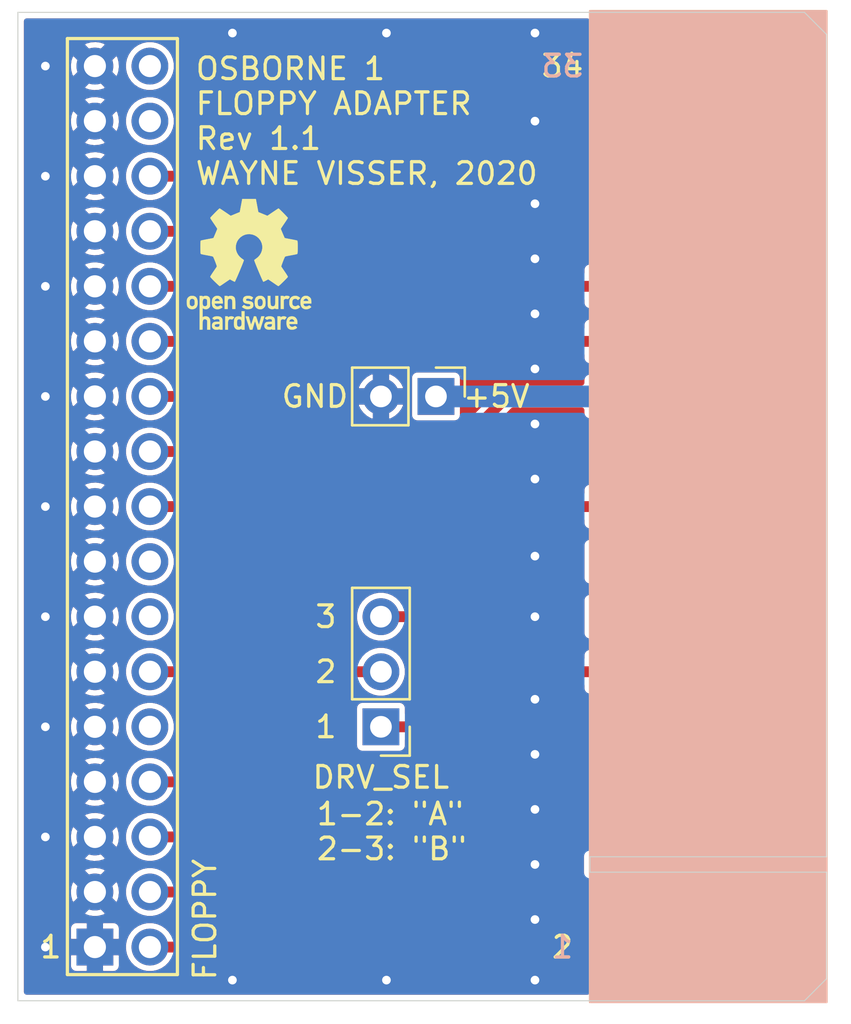
<source format=kicad_pcb>
(kicad_pcb (version 20171130) (host pcbnew 5.1.6-c6e7f7d~86~ubuntu18.04.1)

  (general
    (thickness 1.6)
    (drawings 23)
    (tracks 54)
    (zones 0)
    (modules 38)
    (nets 32)
  )

  (page A4)
  (title_block
    (title "Osborne 1 Floppy Adapter")
    (date 2020-07-13)
    (rev 1.0)
  )

  (layers
    (0 F.Cu signal)
    (31 B.Cu signal)
    (32 B.Adhes user)
    (33 F.Adhes user)
    (34 B.Paste user)
    (35 F.Paste user)
    (36 B.SilkS user)
    (37 F.SilkS user)
    (38 B.Mask user)
    (39 F.Mask user)
    (40 Dwgs.User user)
    (41 Cmts.User user)
    (42 Eco1.User user)
    (43 Eco2.User user)
    (44 Edge.Cuts user)
    (45 Margin user)
    (46 B.CrtYd user)
    (47 F.CrtYd user)
    (48 B.Fab user)
    (49 F.Fab user)
  )

  (setup
    (last_trace_width 0.25)
    (trace_clearance 0.2)
    (zone_clearance 0.3)
    (zone_45_only no)
    (trace_min 0.2)
    (via_size 0.8)
    (via_drill 0.4)
    (via_min_size 0.4)
    (via_min_drill 0.3)
    (uvia_size 0.3)
    (uvia_drill 0.1)
    (uvias_allowed no)
    (uvia_min_size 0.2)
    (uvia_min_drill 0.1)
    (edge_width 0.05)
    (segment_width 0.2)
    (pcb_text_width 0.3)
    (pcb_text_size 1.5 1.5)
    (mod_edge_width 0.12)
    (mod_text_size 1 1)
    (mod_text_width 0.15)
    (pad_size 10 1)
    (pad_drill 0)
    (pad_to_mask_clearance 0.05)
    (aux_axis_origin 0 0)
    (visible_elements FFFFF77F)
    (pcbplotparams
      (layerselection 0x010fc_ffffffff)
      (usegerberextensions false)
      (usegerberattributes true)
      (usegerberadvancedattributes true)
      (creategerberjobfile true)
      (excludeedgelayer true)
      (linewidth 0.100000)
      (plotframeref false)
      (viasonmask false)
      (mode 1)
      (useauxorigin false)
      (hpglpennumber 1)
      (hpglpenspeed 20)
      (hpglpendiameter 15.000000)
      (psnegative false)
      (psa4output false)
      (plotreference true)
      (plotvalue true)
      (plotinvisibletext false)
      (padsonsilk false)
      (subtractmaskfromsilk false)
      (outputformat 1)
      (mirror false)
      (drillshape 1)
      (scaleselection 1)
      (outputdirectory ""))
  )

  (net 0 "")
  (net 1 "Net-(J11-Pad1)")
  (net 2 "Net-(J13-Pad1)")
  (net 3 "Net-(J14-Pad1)")
  (net 4 "Net-(J15-Pad1)")
  (net 5 "Net-(J16-Pad1)")
  (net 6 "Net-(J17-Pad1)")
  (net 7 "Net-(J21-Pad1)")
  (net 8 "Net-(J23-Pad1)")
  (net 9 "Net-(J25-Pad1)")
  (net 10 "Net-(J32-Pad1)")
  (net 11 "Net-(J34-Pad1)")
  (net 12 "Net-(FLOPPY1-Pad34)")
  (net 13 "Net-(FLOPPY1-Pad1)")
  (net 14 "Net-(FLOPPY1-Pad32)")
  (net 15 "Net-(FLOPPY1-Pad30)")
  (net 16 "Net-(FLOPPY1-Pad28)")
  (net 17 "Net-(FLOPPY1-Pad26)")
  (net 18 "Net-(FLOPPY1-Pad24)")
  (net 19 "Net-(FLOPPY1-Pad22)")
  (net 20 "Net-(FLOPPY1-Pad20)")
  (net 21 "Net-(FLOPPY1-Pad18)")
  (net 22 "Net-(FLOPPY1-Pad16)")
  (net 23 "Net-(FLOPPY1-Pad10)")
  (net 24 "Net-(FLOPPY1-Pad8)")
  (net 25 "Net-(FLOPPY1-Pad6)")
  (net 26 "Net-(FLOPPY1-Pad4)")
  (net 27 "Net-(FLOPPY1-Pad2)")
  (net 28 "Net-(FLOPPY1-Pad14)")
  (net 29 "Net-(FLOPPY1-Pad12)")
  (net 30 "Net-(J10-Pad1)")
  (net 31 "Net-(J12-Pad1)")

  (net_class Default "This is the default net class."
    (clearance 0.2)
    (trace_width 0.25)
    (via_dia 0.8)
    (via_drill 0.4)
    (uvia_dia 0.3)
    (uvia_drill 0.1)
    (add_net "Net-(FLOPPY1-Pad1)")
    (add_net "Net-(FLOPPY1-Pad10)")
    (add_net "Net-(FLOPPY1-Pad12)")
    (add_net "Net-(FLOPPY1-Pad14)")
    (add_net "Net-(FLOPPY1-Pad16)")
    (add_net "Net-(FLOPPY1-Pad18)")
    (add_net "Net-(FLOPPY1-Pad2)")
    (add_net "Net-(FLOPPY1-Pad20)")
    (add_net "Net-(FLOPPY1-Pad22)")
    (add_net "Net-(FLOPPY1-Pad24)")
    (add_net "Net-(FLOPPY1-Pad26)")
    (add_net "Net-(FLOPPY1-Pad28)")
    (add_net "Net-(FLOPPY1-Pad30)")
    (add_net "Net-(FLOPPY1-Pad32)")
    (add_net "Net-(FLOPPY1-Pad34)")
    (add_net "Net-(FLOPPY1-Pad4)")
    (add_net "Net-(FLOPPY1-Pad6)")
    (add_net "Net-(FLOPPY1-Pad8)")
    (add_net "Net-(J10-Pad1)")
    (add_net "Net-(J11-Pad1)")
    (add_net "Net-(J12-Pad1)")
    (add_net "Net-(J13-Pad1)")
    (add_net "Net-(J14-Pad1)")
    (add_net "Net-(J15-Pad1)")
    (add_net "Net-(J16-Pad1)")
    (add_net "Net-(J17-Pad1)")
    (add_net "Net-(J21-Pad1)")
    (add_net "Net-(J23-Pad1)")
    (add_net "Net-(J25-Pad1)")
    (add_net "Net-(J32-Pad1)")
    (add_net "Net-(J34-Pad1)")
  )

  (module Pin_Headers:Pin_Header_Straight_1x02_Pitch2.54mm (layer F.Cu) (tedit 59650532) (tstamp 5F37DD8E)
    (at 99.568 81.28 270)
    (descr "Through hole straight pin header, 1x02, 2.54mm pitch, single row")
    (tags "Through hole pin header THT 1x02 2.54mm single row")
    (path /5F164C0F)
    (fp_text reference PWR1 (at 0 -2.33 90) (layer F.SilkS) hide
      (effects (font (size 1 1) (thickness 0.15)))
    )
    (fp_text value Conn_02x01 (at 0 4.87 90) (layer F.Fab) hide
      (effects (font (size 1 1) (thickness 0.15)))
    )
    (fp_line (start -0.635 -1.27) (end 1.27 -1.27) (layer F.Fab) (width 0.1))
    (fp_line (start 1.27 -1.27) (end 1.27 3.81) (layer F.Fab) (width 0.1))
    (fp_line (start 1.27 3.81) (end -1.27 3.81) (layer F.Fab) (width 0.1))
    (fp_line (start -1.27 3.81) (end -1.27 -0.635) (layer F.Fab) (width 0.1))
    (fp_line (start -1.27 -0.635) (end -0.635 -1.27) (layer F.Fab) (width 0.1))
    (fp_line (start -1.33 3.87) (end 1.33 3.87) (layer F.SilkS) (width 0.12))
    (fp_line (start -1.33 1.27) (end -1.33 3.87) (layer F.SilkS) (width 0.12))
    (fp_line (start 1.33 1.27) (end 1.33 3.87) (layer F.SilkS) (width 0.12))
    (fp_line (start -1.33 1.27) (end 1.33 1.27) (layer F.SilkS) (width 0.12))
    (fp_line (start -1.33 0) (end -1.33 -1.33) (layer F.SilkS) (width 0.12))
    (fp_line (start -1.33 -1.33) (end 0 -1.33) (layer F.SilkS) (width 0.12))
    (fp_line (start -1.8 -1.8) (end -1.8 4.35) (layer F.CrtYd) (width 0.05))
    (fp_line (start -1.8 4.35) (end 1.8 4.35) (layer F.CrtYd) (width 0.05))
    (fp_line (start 1.8 4.35) (end 1.8 -1.8) (layer F.CrtYd) (width 0.05))
    (fp_line (start 1.8 -1.8) (end -1.8 -1.8) (layer F.CrtYd) (width 0.05))
    (fp_text user %R (at 0 1.016) (layer F.Fab)
      (effects (font (size 1 1) (thickness 0.15)))
    )
    (pad 2 thru_hole oval (at 0 2.54 270) (size 1.7 1.7) (drill 1) (layers *.Cu *.Mask)
      (net 13 "Net-(FLOPPY1-Pad1)"))
    (pad 1 thru_hole rect (at 0 0 270) (size 1.7 1.7) (drill 1) (layers *.Cu *.Mask)
      (net 7 "Net-(J21-Pad1)"))
    (model ${KISYS3DMOD}/Pin_Headers.3dshapes/Pin_Header_Straight_1x02_Pitch2.54mm.wrl
      (at (xyz 0 0 0))
      (scale (xyz 1 1 1))
      (rotate (xyz 0 0 0))
    )
  )

  (module Symbols:OSHW-Logo_5.7x6mm_SilkScreen (layer F.Cu) (tedit 0) (tstamp 5F0C4269)
    (at 90.932 75.184)
    (descr "Open Source Hardware Logo")
    (tags "Logo OSHW")
    (attr virtual)
    (fp_text reference REF*** (at 0 0) (layer F.SilkS) hide
      (effects (font (size 1 1) (thickness 0.15)))
    )
    (fp_text value OSHW-Logo_5.7x6mm_SilkScreen (at 0.75 0) (layer F.Fab) hide
      (effects (font (size 1 1) (thickness 0.15)))
    )
    (fp_poly (pts (xy -1.908759 1.469184) (xy -1.882247 1.482282) (xy -1.849553 1.505106) (xy -1.825725 1.529996)
      (xy -1.809406 1.561249) (xy -1.79924 1.603166) (xy -1.793872 1.660044) (xy -1.791944 1.736184)
      (xy -1.791831 1.768917) (xy -1.792161 1.840656) (xy -1.793527 1.891927) (xy -1.7965 1.927404)
      (xy -1.801649 1.951763) (xy -1.809543 1.96968) (xy -1.817757 1.981902) (xy -1.870187 2.033905)
      (xy -1.93193 2.065184) (xy -1.998536 2.074592) (xy -2.065558 2.06098) (xy -2.086792 2.051354)
      (xy -2.137624 2.024859) (xy -2.137624 2.440052) (xy -2.100525 2.420868) (xy -2.051643 2.406025)
      (xy -1.991561 2.402222) (xy -1.931564 2.409243) (xy -1.886256 2.425013) (xy -1.848675 2.455047)
      (xy -1.816564 2.498024) (xy -1.81415 2.502436) (xy -1.803967 2.523221) (xy -1.79653 2.54417)
      (xy -1.791411 2.569548) (xy -1.788181 2.603618) (xy -1.786413 2.650641) (xy -1.785677 2.714882)
      (xy -1.785544 2.787176) (xy -1.785544 3.017822) (xy -1.923861 3.017822) (xy -1.923861 2.592533)
      (xy -1.962549 2.559979) (xy -2.002738 2.53394) (xy -2.040797 2.529205) (xy -2.079066 2.541389)
      (xy -2.099462 2.55332) (xy -2.114642 2.570313) (xy -2.125438 2.595995) (xy -2.132683 2.633991)
      (xy -2.137208 2.687926) (xy -2.139844 2.761425) (xy -2.140772 2.810347) (xy -2.143911 3.011535)
      (xy -2.209926 3.015336) (xy -2.27594 3.019136) (xy -2.27594 1.77065) (xy -2.137624 1.77065)
      (xy -2.134097 1.840254) (xy -2.122215 1.888569) (xy -2.10002 1.918631) (xy -2.065559 1.933471)
      (xy -2.030742 1.936436) (xy -1.991329 1.933028) (xy -1.965171 1.919617) (xy -1.948814 1.901896)
      (xy -1.935937 1.882835) (xy -1.928272 1.861601) (xy -1.924861 1.831849) (xy -1.924749 1.787236)
      (xy -1.925897 1.74988) (xy -1.928532 1.693604) (xy -1.932456 1.656658) (xy -1.939063 1.633223)
      (xy -1.949749 1.61748) (xy -1.959833 1.60838) (xy -2.00197 1.588537) (xy -2.05184 1.585332)
      (xy -2.080476 1.592168) (xy -2.108828 1.616464) (xy -2.127609 1.663728) (xy -2.136712 1.733624)
      (xy -2.137624 1.77065) (xy -2.27594 1.77065) (xy -2.27594 1.458614) (xy -2.206782 1.458614)
      (xy -2.16526 1.460256) (xy -2.143838 1.466087) (xy -2.137626 1.477461) (xy -2.137624 1.477798)
      (xy -2.134742 1.488938) (xy -2.12203 1.487673) (xy -2.096757 1.475433) (xy -2.037869 1.456707)
      (xy -1.971615 1.454739) (xy -1.908759 1.469184)) (layer F.SilkS) (width 0.01))
    (fp_poly (pts (xy -1.38421 2.406555) (xy -1.325055 2.422339) (xy -1.280023 2.450948) (xy -1.248246 2.488419)
      (xy -1.238366 2.504411) (xy -1.231073 2.521163) (xy -1.225974 2.542592) (xy -1.222679 2.572616)
      (xy -1.220797 2.615154) (xy -1.219937 2.674122) (xy -1.219707 2.75344) (xy -1.219703 2.774484)
      (xy -1.219703 3.017822) (xy -1.280059 3.017822) (xy -1.318557 3.015126) (xy -1.347023 3.008295)
      (xy -1.354155 3.004083) (xy -1.373652 2.996813) (xy -1.393566 3.004083) (xy -1.426353 3.01316)
      (xy -1.473978 3.016813) (xy -1.526764 3.015228) (xy -1.575036 3.008589) (xy -1.603218 3.000072)
      (xy -1.657753 2.965063) (xy -1.691835 2.916479) (xy -1.707157 2.851882) (xy -1.707299 2.850223)
      (xy -1.705955 2.821566) (xy -1.584356 2.821566) (xy -1.573726 2.854161) (xy -1.55641 2.872505)
      (xy -1.521652 2.886379) (xy -1.475773 2.891917) (xy -1.428988 2.889191) (xy -1.391514 2.878274)
      (xy -1.381015 2.871269) (xy -1.362668 2.838904) (xy -1.35802 2.802111) (xy -1.35802 2.753763)
      (xy -1.427582 2.753763) (xy -1.493667 2.75885) (xy -1.543764 2.773263) (xy -1.574929 2.795729)
      (xy -1.584356 2.821566) (xy -1.705955 2.821566) (xy -1.703987 2.779647) (xy -1.68071 2.723845)
      (xy -1.636948 2.681647) (xy -1.630899 2.677808) (xy -1.604907 2.665309) (xy -1.572735 2.65774)
      (xy -1.52776 2.654061) (xy -1.474331 2.653216) (xy -1.35802 2.653169) (xy -1.35802 2.604411)
      (xy -1.362953 2.566581) (xy -1.375543 2.541236) (xy -1.377017 2.539887) (xy -1.405034 2.5288)
      (xy -1.447326 2.524503) (xy -1.494064 2.526615) (xy -1.535418 2.534756) (xy -1.559957 2.546965)
      (xy -1.573253 2.556746) (xy -1.587294 2.558613) (xy -1.606671 2.5506) (xy -1.635976 2.530739)
      (xy -1.679803 2.497063) (xy -1.683825 2.493909) (xy -1.681764 2.482236) (xy -1.664568 2.462822)
      (xy -1.638433 2.441248) (xy -1.609552 2.423096) (xy -1.600478 2.418809) (xy -1.56738 2.410256)
      (xy -1.51888 2.404155) (xy -1.464695 2.401708) (xy -1.462161 2.401703) (xy -1.38421 2.406555)) (layer F.SilkS) (width 0.01))
    (fp_poly (pts (xy -0.993356 2.40302) (xy -0.974539 2.40866) (xy -0.968473 2.421053) (xy -0.968218 2.426647)
      (xy -0.967129 2.44223) (xy -0.959632 2.444676) (xy -0.939381 2.433993) (xy -0.927351 2.426694)
      (xy -0.8894 2.411063) (xy -0.844072 2.403334) (xy -0.796544 2.40274) (xy -0.751995 2.408513)
      (xy -0.715602 2.419884) (xy -0.692543 2.436088) (xy -0.687996 2.456355) (xy -0.690291 2.461843)
      (xy -0.70702 2.484626) (xy -0.732963 2.512647) (xy -0.737655 2.517177) (xy -0.762383 2.538005)
      (xy -0.783718 2.544735) (xy -0.813555 2.540038) (xy -0.825508 2.536917) (xy -0.862705 2.529421)
      (xy -0.888859 2.532792) (xy -0.910946 2.544681) (xy -0.931178 2.560635) (xy -0.946079 2.5807)
      (xy -0.956434 2.608702) (xy -0.963029 2.648467) (xy -0.966649 2.703823) (xy -0.968078 2.778594)
      (xy -0.968218 2.82374) (xy -0.968218 3.017822) (xy -1.09396 3.017822) (xy -1.09396 2.401683)
      (xy -1.031089 2.401683) (xy -0.993356 2.40302)) (layer F.SilkS) (width 0.01))
    (fp_poly (pts (xy -0.201188 3.017822) (xy -0.270346 3.017822) (xy -0.310488 3.016645) (xy -0.331394 3.011772)
      (xy -0.338922 3.001186) (xy -0.339505 2.994029) (xy -0.340774 2.979676) (xy -0.348779 2.976923)
      (xy -0.369815 2.985771) (xy -0.386173 2.994029) (xy -0.448977 3.013597) (xy -0.517248 3.014729)
      (xy -0.572752 3.000135) (xy -0.624438 2.964877) (xy -0.663838 2.912835) (xy -0.685413 2.85145)
      (xy -0.685962 2.848018) (xy -0.689167 2.810571) (xy -0.690761 2.756813) (xy -0.690633 2.716155)
      (xy -0.553279 2.716155) (xy -0.550097 2.770194) (xy -0.542859 2.814735) (xy -0.53306 2.839888)
      (xy -0.495989 2.87426) (xy -0.451974 2.886582) (xy -0.406584 2.876618) (xy -0.367797 2.846895)
      (xy -0.353108 2.826905) (xy -0.344519 2.80305) (xy -0.340496 2.76823) (xy -0.339505 2.71593)
      (xy -0.341278 2.664139) (xy -0.345963 2.618634) (xy -0.352603 2.588181) (xy -0.35371 2.585452)
      (xy -0.380491 2.553) (xy -0.419579 2.535183) (xy -0.463315 2.532306) (xy -0.504038 2.544674)
      (xy -0.534087 2.572593) (xy -0.537204 2.578148) (xy -0.546961 2.612022) (xy -0.552277 2.660728)
      (xy -0.553279 2.716155) (xy -0.690633 2.716155) (xy -0.690568 2.69554) (xy -0.689664 2.662563)
      (xy -0.683514 2.580981) (xy -0.670733 2.51973) (xy -0.649471 2.474449) (xy -0.617878 2.440779)
      (xy -0.587207 2.421014) (xy -0.544354 2.40712) (xy -0.491056 2.402354) (xy -0.43648 2.406236)
      (xy -0.389792 2.418282) (xy -0.365124 2.432693) (xy -0.339505 2.455878) (xy -0.339505 2.162773)
      (xy -0.201188 2.162773) (xy -0.201188 3.017822)) (layer F.SilkS) (width 0.01))
    (fp_poly (pts (xy 0.281524 2.404237) (xy 0.331255 2.407971) (xy 0.461291 2.797773) (xy 0.481678 2.728614)
      (xy 0.493946 2.685874) (xy 0.510085 2.628115) (xy 0.527512 2.564625) (xy 0.536726 2.53057)
      (xy 0.571388 2.401683) (xy 0.714391 2.401683) (xy 0.671646 2.536857) (xy 0.650596 2.603342)
      (xy 0.625167 2.683539) (xy 0.59861 2.767193) (xy 0.574902 2.841782) (xy 0.520902 3.011535)
      (xy 0.462598 3.015328) (xy 0.404295 3.019122) (xy 0.372679 2.914734) (xy 0.353182 2.849889)
      (xy 0.331904 2.7784) (xy 0.313308 2.715263) (xy 0.312574 2.71275) (xy 0.298684 2.669969)
      (xy 0.286429 2.640779) (xy 0.277846 2.629741) (xy 0.276082 2.631018) (xy 0.269891 2.64813)
      (xy 0.258128 2.684787) (xy 0.242225 2.736378) (xy 0.223614 2.798294) (xy 0.213543 2.832352)
      (xy 0.159007 3.017822) (xy 0.043264 3.017822) (xy -0.049263 2.725471) (xy -0.075256 2.643462)
      (xy -0.098934 2.568987) (xy -0.11918 2.505544) (xy -0.134874 2.456632) (xy -0.144898 2.425749)
      (xy -0.147945 2.416726) (xy -0.145533 2.407487) (xy -0.126592 2.403441) (xy -0.087177 2.403846)
      (xy -0.081007 2.404152) (xy -0.007914 2.407971) (xy 0.039957 2.58401) (xy 0.057553 2.648211)
      (xy 0.073277 2.704649) (xy 0.085746 2.748422) (xy 0.093574 2.77463) (xy 0.09502 2.778903)
      (xy 0.101014 2.77399) (xy 0.113101 2.748532) (xy 0.129893 2.705997) (xy 0.150003 2.64985)
      (xy 0.167003 2.59913) (xy 0.231794 2.400504) (xy 0.281524 2.404237)) (layer F.SilkS) (width 0.01))
    (fp_poly (pts (xy 1.038411 2.405417) (xy 1.091411 2.41829) (xy 1.106731 2.42511) (xy 1.136428 2.442974)
      (xy 1.15922 2.463093) (xy 1.176083 2.488962) (xy 1.187998 2.524073) (xy 1.195942 2.57192)
      (xy 1.200894 2.635996) (xy 1.203831 2.719794) (xy 1.204947 2.775768) (xy 1.209052 3.017822)
      (xy 1.138932 3.017822) (xy 1.096393 3.016038) (xy 1.074476 3.009942) (xy 1.068812 2.999706)
      (xy 1.065821 2.988637) (xy 1.052451 2.990754) (xy 1.034233 2.999629) (xy 0.988624 3.013233)
      (xy 0.930007 3.016899) (xy 0.868354 3.010903) (xy 0.813638 2.995521) (xy 0.80873 2.993386)
      (xy 0.758723 2.958255) (xy 0.725756 2.909419) (xy 0.710587 2.852333) (xy 0.711746 2.831824)
      (xy 0.835508 2.831824) (xy 0.846413 2.859425) (xy 0.878745 2.879204) (xy 0.93091 2.889819)
      (xy 0.958787 2.891228) (xy 1.005247 2.88762) (xy 1.036129 2.873597) (xy 1.043664 2.866931)
      (xy 1.064076 2.830666) (xy 1.068812 2.797773) (xy 1.068812 2.753763) (xy 1.007513 2.753763)
      (xy 0.936256 2.757395) (xy 0.886276 2.768818) (xy 0.854696 2.788824) (xy 0.847626 2.797743)
      (xy 0.835508 2.831824) (xy 0.711746 2.831824) (xy 0.713971 2.792456) (xy 0.736663 2.735244)
      (xy 0.767624 2.69658) (xy 0.786376 2.679864) (xy 0.804733 2.668878) (xy 0.828619 2.66218)
      (xy 0.863957 2.658326) (xy 0.916669 2.655873) (xy 0.937577 2.655168) (xy 1.068812 2.650879)
      (xy 1.06862 2.611158) (xy 1.063537 2.569405) (xy 1.045162 2.544158) (xy 1.008039 2.52803)
      (xy 1.007043 2.527742) (xy 0.95441 2.5214) (xy 0.902906 2.529684) (xy 0.86463 2.549827)
      (xy 0.849272 2.559773) (xy 0.83273 2.558397) (xy 0.807275 2.543987) (xy 0.792328 2.533817)
      (xy 0.763091 2.512088) (xy 0.74498 2.4958) (xy 0.742074 2.491137) (xy 0.75404 2.467005)
      (xy 0.789396 2.438185) (xy 0.804753 2.428461) (xy 0.848901 2.411714) (xy 0.908398 2.402227)
      (xy 0.974487 2.400095) (xy 1.038411 2.405417)) (layer F.SilkS) (width 0.01))
    (fp_poly (pts (xy 1.635255 2.401486) (xy 1.683595 2.411015) (xy 1.711114 2.425125) (xy 1.740064 2.448568)
      (xy 1.698876 2.500571) (xy 1.673482 2.532064) (xy 1.656238 2.547428) (xy 1.639102 2.549776)
      (xy 1.614027 2.542217) (xy 1.602257 2.537941) (xy 1.55427 2.531631) (xy 1.510324 2.545156)
      (xy 1.47806 2.57571) (xy 1.472819 2.585452) (xy 1.467112 2.611258) (xy 1.462706 2.658817)
      (xy 1.459811 2.724758) (xy 1.458631 2.80571) (xy 1.458614 2.817226) (xy 1.458614 3.017822)
      (xy 1.320297 3.017822) (xy 1.320297 2.401683) (xy 1.389456 2.401683) (xy 1.429333 2.402725)
      (xy 1.450107 2.407358) (xy 1.457789 2.417849) (xy 1.458614 2.427745) (xy 1.458614 2.453806)
      (xy 1.491745 2.427745) (xy 1.529735 2.409965) (xy 1.58077 2.401174) (xy 1.635255 2.401486)) (layer F.SilkS) (width 0.01))
    (fp_poly (pts (xy 2.032581 2.40497) (xy 2.092685 2.420597) (xy 2.143021 2.452848) (xy 2.167393 2.47694)
      (xy 2.207345 2.533895) (xy 2.230242 2.599965) (xy 2.238108 2.681182) (xy 2.238148 2.687748)
      (xy 2.238218 2.753763) (xy 1.858264 2.753763) (xy 1.866363 2.788342) (xy 1.880987 2.819659)
      (xy 1.906581 2.852291) (xy 1.911935 2.8575) (xy 1.957943 2.885694) (xy 2.01041 2.890475)
      (xy 2.070803 2.871926) (xy 2.08104 2.866931) (xy 2.112439 2.851745) (xy 2.13347 2.843094)
      (xy 2.137139 2.842293) (xy 2.149948 2.850063) (xy 2.174378 2.869072) (xy 2.186779 2.87946)
      (xy 2.212476 2.903321) (xy 2.220915 2.919077) (xy 2.215058 2.933571) (xy 2.211928 2.937534)
      (xy 2.190725 2.954879) (xy 2.155738 2.975959) (xy 2.131337 2.988265) (xy 2.062072 3.009946)
      (xy 1.985388 3.016971) (xy 1.912765 3.008647) (xy 1.892426 3.002686) (xy 1.829476 2.968952)
      (xy 1.782815 2.917045) (xy 1.752173 2.846459) (xy 1.737282 2.756692) (xy 1.735647 2.709753)
      (xy 1.740421 2.641413) (xy 1.86099 2.641413) (xy 1.872652 2.646465) (xy 1.903998 2.650429)
      (xy 1.949571 2.652768) (xy 1.980446 2.653169) (xy 2.035981 2.652783) (xy 2.071033 2.650975)
      (xy 2.090262 2.646773) (xy 2.09833 2.639203) (xy 2.099901 2.628218) (xy 2.089121 2.594381)
      (xy 2.06198 2.56094) (xy 2.026277 2.535272) (xy 1.99056 2.524772) (xy 1.942048 2.534086)
      (xy 1.900053 2.561013) (xy 1.870936 2.599827) (xy 1.86099 2.641413) (xy 1.740421 2.641413)
      (xy 1.742599 2.610236) (xy 1.764055 2.530949) (xy 1.80047 2.471263) (xy 1.852297 2.430549)
      (xy 1.91999 2.408179) (xy 1.956662 2.403871) (xy 2.032581 2.40497)) (layer F.SilkS) (width 0.01))
    (fp_poly (pts (xy -2.538261 1.465148) (xy -2.472479 1.494231) (xy -2.42254 1.542793) (xy -2.388374 1.610908)
      (xy -2.369907 1.698651) (xy -2.368583 1.712351) (xy -2.367546 1.808939) (xy -2.380993 1.893602)
      (xy -2.408108 1.962221) (xy -2.422627 1.984294) (xy -2.473201 2.031011) (xy -2.537609 2.061268)
      (xy -2.609666 2.073824) (xy -2.683185 2.067439) (xy -2.739072 2.047772) (xy -2.787132 2.014629)
      (xy -2.826412 1.971175) (xy -2.827092 1.970158) (xy -2.843044 1.943338) (xy -2.85341 1.916368)
      (xy -2.859688 1.882332) (xy -2.863373 1.83431) (xy -2.864997 1.794931) (xy -2.865672 1.759219)
      (xy -2.739955 1.759219) (xy -2.738726 1.79477) (xy -2.734266 1.842094) (xy -2.726397 1.872465)
      (xy -2.712207 1.894072) (xy -2.698917 1.906694) (xy -2.651802 1.933122) (xy -2.602505 1.936653)
      (xy -2.556593 1.917639) (xy -2.533638 1.896331) (xy -2.517096 1.874859) (xy -2.507421 1.854313)
      (xy -2.503174 1.827574) (xy -2.50292 1.787523) (xy -2.504228 1.750638) (xy -2.507043 1.697947)
      (xy -2.511505 1.663772) (xy -2.519548 1.64148) (xy -2.533103 1.624442) (xy -2.543845 1.614703)
      (xy -2.588777 1.589123) (xy -2.637249 1.587847) (xy -2.677894 1.602999) (xy -2.712567 1.634642)
      (xy -2.733224 1.68662) (xy -2.739955 1.759219) (xy -2.865672 1.759219) (xy -2.866479 1.716621)
      (xy -2.863948 1.658056) (xy -2.856362 1.614007) (xy -2.842681 1.579248) (xy -2.821865 1.548551)
      (xy -2.814147 1.539436) (xy -2.765889 1.494021) (xy -2.714128 1.467493) (xy -2.650828 1.456379)
      (xy -2.619961 1.455471) (xy -2.538261 1.465148)) (layer F.SilkS) (width 0.01))
    (fp_poly (pts (xy -1.356699 1.472614) (xy -1.344168 1.478514) (xy -1.300799 1.510283) (xy -1.25979 1.556646)
      (xy -1.229168 1.607696) (xy -1.220459 1.631166) (xy -1.212512 1.673091) (xy -1.207774 1.723757)
      (xy -1.207199 1.744679) (xy -1.207129 1.810693) (xy -1.587083 1.810693) (xy -1.578983 1.845273)
      (xy -1.559104 1.88617) (xy -1.524347 1.921514) (xy -1.482998 1.944282) (xy -1.456649 1.94901)
      (xy -1.420916 1.943273) (xy -1.378282 1.928882) (xy -1.363799 1.922262) (xy -1.31024 1.895513)
      (xy -1.264533 1.930376) (xy -1.238158 1.953955) (xy -1.224124 1.973417) (xy -1.223414 1.979129)
      (xy -1.235951 1.992973) (xy -1.263428 2.014012) (xy -1.288366 2.030425) (xy -1.355664 2.05993)
      (xy -1.43111 2.073284) (xy -1.505888 2.069812) (xy -1.565495 2.051663) (xy -1.626941 2.012784)
      (xy -1.670608 1.961595) (xy -1.697926 1.895367) (xy -1.710322 1.811371) (xy -1.711421 1.772936)
      (xy -1.707022 1.684861) (xy -1.706482 1.682299) (xy -1.580582 1.682299) (xy -1.577115 1.690558)
      (xy -1.562863 1.695113) (xy -1.53347 1.697065) (xy -1.484575 1.697517) (xy -1.465748 1.697525)
      (xy -1.408467 1.696843) (xy -1.372141 1.694364) (xy -1.352604 1.689443) (xy -1.34569 1.681434)
      (xy -1.345445 1.678862) (xy -1.353336 1.658423) (xy -1.373085 1.629789) (xy -1.381575 1.619763)
      (xy -1.413094 1.591408) (xy -1.445949 1.580259) (xy -1.463651 1.579327) (xy -1.511539 1.590981)
      (xy -1.551699 1.622285) (xy -1.577173 1.667752) (xy -1.577625 1.669233) (xy -1.580582 1.682299)
      (xy -1.706482 1.682299) (xy -1.692392 1.61551) (xy -1.666038 1.560025) (xy -1.633807 1.520639)
      (xy -1.574217 1.477931) (xy -1.504168 1.455109) (xy -1.429661 1.453046) (xy -1.356699 1.472614)) (layer F.SilkS) (width 0.01))
    (fp_poly (pts (xy 0.014017 1.456452) (xy 0.061634 1.465482) (xy 0.111034 1.48437) (xy 0.116312 1.486777)
      (xy 0.153774 1.506476) (xy 0.179717 1.524781) (xy 0.188103 1.536508) (xy 0.180117 1.555632)
      (xy 0.16072 1.58385) (xy 0.15211 1.594384) (xy 0.116628 1.635847) (xy 0.070885 1.608858)
      (xy 0.02735 1.590878) (xy -0.02295 1.581267) (xy -0.071188 1.58066) (xy -0.108533 1.589691)
      (xy -0.117495 1.595327) (xy -0.134563 1.621171) (xy -0.136637 1.650941) (xy -0.123866 1.674197)
      (xy -0.116312 1.678708) (xy -0.093675 1.684309) (xy -0.053885 1.690892) (xy -0.004834 1.697183)
      (xy 0.004215 1.69817) (xy 0.082996 1.711798) (xy 0.140136 1.734946) (xy 0.17803 1.769752)
      (xy 0.199079 1.818354) (xy 0.205635 1.877718) (xy 0.196577 1.945198) (xy 0.167164 1.998188)
      (xy 0.117278 2.036783) (xy 0.0468 2.061081) (xy -0.031435 2.070667) (xy -0.095234 2.070552)
      (xy -0.146984 2.061845) (xy -0.182327 2.049825) (xy -0.226983 2.02888) (xy -0.268253 2.004574)
      (xy -0.282921 1.993876) (xy -0.320643 1.963084) (xy -0.275148 1.917049) (xy -0.229653 1.871013)
      (xy -0.177928 1.905243) (xy -0.126048 1.930952) (xy -0.070649 1.944399) (xy -0.017395 1.945818)
      (xy 0.028049 1.935443) (xy 0.060016 1.913507) (xy 0.070338 1.894998) (xy 0.068789 1.865314)
      (xy 0.04314 1.842615) (xy -0.00654 1.82694) (xy -0.060969 1.819695) (xy -0.144736 1.805873)
      (xy -0.206967 1.779796) (xy -0.248493 1.740699) (xy -0.270147 1.68782) (xy -0.273147 1.625126)
      (xy -0.258329 1.559642) (xy -0.224546 1.510144) (xy -0.171495 1.476408) (xy -0.098874 1.458207)
      (xy -0.045072 1.454639) (xy 0.014017 1.456452)) (layer F.SilkS) (width 0.01))
    (fp_poly (pts (xy 0.610762 1.466055) (xy 0.674363 1.500692) (xy 0.724123 1.555372) (xy 0.747568 1.599842)
      (xy 0.757634 1.639121) (xy 0.764156 1.695116) (xy 0.766951 1.759621) (xy 0.765836 1.824429)
      (xy 0.760626 1.881334) (xy 0.754541 1.911727) (xy 0.734014 1.953306) (xy 0.698463 1.997468)
      (xy 0.655619 2.036087) (xy 0.613211 2.061034) (xy 0.612177 2.06143) (xy 0.559553 2.072331)
      (xy 0.497188 2.072601) (xy 0.437924 2.062676) (xy 0.41504 2.054722) (xy 0.356102 2.0213)
      (xy 0.31389 1.977511) (xy 0.286156 1.919538) (xy 0.270651 1.843565) (xy 0.267143 1.803771)
      (xy 0.26759 1.753766) (xy 0.402376 1.753766) (xy 0.406917 1.826732) (xy 0.419986 1.882334)
      (xy 0.440756 1.917861) (xy 0.455552 1.92802) (xy 0.493464 1.935104) (xy 0.538527 1.933007)
      (xy 0.577487 1.922812) (xy 0.587704 1.917204) (xy 0.614659 1.884538) (xy 0.632451 1.834545)
      (xy 0.640024 1.773705) (xy 0.636325 1.708497) (xy 0.628057 1.669253) (xy 0.60432 1.623805)
      (xy 0.566849 1.595396) (xy 0.52172 1.585573) (xy 0.475011 1.595887) (xy 0.439132 1.621112)
      (xy 0.420277 1.641925) (xy 0.409272 1.662439) (xy 0.404026 1.690203) (xy 0.402449 1.732762)
      (xy 0.402376 1.753766) (xy 0.26759 1.753766) (xy 0.268094 1.69758) (xy 0.285388 1.610501)
      (xy 0.319029 1.54253) (xy 0.369018 1.493664) (xy 0.435356 1.463899) (xy 0.449601 1.460448)
      (xy 0.53521 1.452345) (xy 0.610762 1.466055)) (layer F.SilkS) (width 0.01))
    (fp_poly (pts (xy 0.993367 1.654342) (xy 0.994555 1.746563) (xy 0.998897 1.81661) (xy 1.007558 1.867381)
      (xy 1.021704 1.901772) (xy 1.0425 1.922679) (xy 1.07111 1.933) (xy 1.106535 1.935636)
      (xy 1.143636 1.932682) (xy 1.171818 1.921889) (xy 1.192243 1.90036) (xy 1.206079 1.865199)
      (xy 1.214491 1.81351) (xy 1.218643 1.742394) (xy 1.219703 1.654342) (xy 1.219703 1.458614)
      (xy 1.35802 1.458614) (xy 1.35802 2.062179) (xy 1.288862 2.062179) (xy 1.24717 2.060489)
      (xy 1.225701 2.054556) (xy 1.219703 2.043293) (xy 1.216091 2.033261) (xy 1.201714 2.035383)
      (xy 1.172736 2.04958) (xy 1.106319 2.07148) (xy 1.035875 2.069928) (xy 0.968377 2.046147)
      (xy 0.936233 2.027362) (xy 0.911715 2.007022) (xy 0.893804 1.981573) (xy 0.881479 1.947458)
      (xy 0.873723 1.901121) (xy 0.869516 1.839007) (xy 0.86784 1.757561) (xy 0.867624 1.694578)
      (xy 0.867624 1.458614) (xy 0.993367 1.458614) (xy 0.993367 1.654342)) (layer F.SilkS) (width 0.01))
    (fp_poly (pts (xy 2.217226 1.46388) (xy 2.29008 1.49483) (xy 2.313027 1.509895) (xy 2.342354 1.533048)
      (xy 2.360764 1.551253) (xy 2.363961 1.557183) (xy 2.354935 1.57034) (xy 2.331837 1.592667)
      (xy 2.313344 1.60825) (xy 2.262728 1.648926) (xy 2.22276 1.615295) (xy 2.191874 1.593584)
      (xy 2.161759 1.58609) (xy 2.127292 1.58792) (xy 2.072561 1.601528) (xy 2.034886 1.629772)
      (xy 2.011991 1.675433) (xy 2.001597 1.741289) (xy 2.001595 1.741331) (xy 2.002494 1.814939)
      (xy 2.016463 1.868946) (xy 2.044328 1.905716) (xy 2.063325 1.918168) (xy 2.113776 1.933673)
      (xy 2.167663 1.933683) (xy 2.214546 1.918638) (xy 2.225644 1.911287) (xy 2.253476 1.892511)
      (xy 2.275236 1.889434) (xy 2.298704 1.903409) (xy 2.324649 1.92851) (xy 2.365716 1.97088)
      (xy 2.320121 2.008464) (xy 2.249674 2.050882) (xy 2.170233 2.071785) (xy 2.087215 2.070272)
      (xy 2.032694 2.056411) (xy 1.96897 2.022135) (xy 1.918005 1.968212) (xy 1.894851 1.930149)
      (xy 1.876099 1.875536) (xy 1.866715 1.806369) (xy 1.866643 1.731407) (xy 1.875824 1.659409)
      (xy 1.894199 1.599137) (xy 1.897093 1.592958) (xy 1.939952 1.532351) (xy 1.997979 1.488224)
      (xy 2.066591 1.461493) (xy 2.141201 1.453073) (xy 2.217226 1.46388)) (layer F.SilkS) (width 0.01))
    (fp_poly (pts (xy 2.677898 1.456457) (xy 2.710096 1.464279) (xy 2.771825 1.492921) (xy 2.82461 1.536667)
      (xy 2.861141 1.589117) (xy 2.86616 1.600893) (xy 2.873045 1.63174) (xy 2.877864 1.677371)
      (xy 2.879505 1.723492) (xy 2.879505 1.810693) (xy 2.697178 1.810693) (xy 2.621979 1.810978)
      (xy 2.569003 1.812704) (xy 2.535325 1.817181) (xy 2.51802 1.82572) (xy 2.514163 1.83963)
      (xy 2.520829 1.860222) (xy 2.53277 1.884315) (xy 2.56608 1.924525) (xy 2.612368 1.944558)
      (xy 2.668944 1.943905) (xy 2.733031 1.922101) (xy 2.788417 1.895193) (xy 2.834375 1.931532)
      (xy 2.880333 1.967872) (xy 2.837096 2.007819) (xy 2.779374 2.045563) (xy 2.708386 2.06832)
      (xy 2.632029 2.074688) (xy 2.558199 2.063268) (xy 2.546287 2.059393) (xy 2.481399 2.025506)
      (xy 2.43313 1.974986) (xy 2.400465 1.906325) (xy 2.382385 1.818014) (xy 2.382175 1.816121)
      (xy 2.380556 1.719878) (xy 2.3871 1.685542) (xy 2.514852 1.685542) (xy 2.526584 1.690822)
      (xy 2.558438 1.694867) (xy 2.605397 1.697176) (xy 2.635154 1.697525) (xy 2.690648 1.697306)
      (xy 2.725346 1.695916) (xy 2.743601 1.692251) (xy 2.749766 1.68521) (xy 2.748195 1.67369)
      (xy 2.746878 1.669233) (xy 2.724382 1.627355) (xy 2.689003 1.593604) (xy 2.65778 1.578773)
      (xy 2.616301 1.579668) (xy 2.574269 1.598164) (xy 2.539012 1.628786) (xy 2.517854 1.666062)
      (xy 2.514852 1.685542) (xy 2.3871 1.685542) (xy 2.39669 1.635229) (xy 2.428698 1.564191)
      (xy 2.474701 1.508779) (xy 2.532821 1.471009) (xy 2.60118 1.452896) (xy 2.677898 1.456457)) (layer F.SilkS) (width 0.01))
    (fp_poly (pts (xy -0.754012 1.469002) (xy -0.722717 1.48395) (xy -0.692409 1.505541) (xy -0.669318 1.530391)
      (xy -0.6525 1.562087) (xy -0.641006 1.604214) (xy -0.633891 1.660358) (xy -0.630207 1.734106)
      (xy -0.629008 1.829044) (xy -0.628989 1.838985) (xy -0.628713 2.062179) (xy -0.76703 2.062179)
      (xy -0.76703 1.856418) (xy -0.767128 1.780189) (xy -0.767809 1.724939) (xy -0.769651 1.686501)
      (xy -0.773233 1.660706) (xy -0.779132 1.643384) (xy -0.787927 1.630368) (xy -0.80018 1.617507)
      (xy -0.843047 1.589873) (xy -0.889843 1.584745) (xy -0.934424 1.602217) (xy -0.949928 1.615221)
      (xy -0.96131 1.627447) (xy -0.969481 1.64054) (xy -0.974974 1.658615) (xy -0.97832 1.685787)
      (xy -0.980051 1.72617) (xy -0.980697 1.783879) (xy -0.980792 1.854132) (xy -0.980792 2.062179)
      (xy -1.119109 2.062179) (xy -1.119109 1.458614) (xy -1.04995 1.458614) (xy -1.008428 1.460256)
      (xy -0.987006 1.466087) (xy -0.980795 1.477461) (xy -0.980792 1.477798) (xy -0.97791 1.488938)
      (xy -0.965199 1.487674) (xy -0.939926 1.475434) (xy -0.882605 1.457424) (xy -0.817037 1.455421)
      (xy -0.754012 1.469002)) (layer F.SilkS) (width 0.01))
    (fp_poly (pts (xy 1.79946 1.45803) (xy 1.842711 1.471245) (xy 1.870558 1.487941) (xy 1.879629 1.501145)
      (xy 1.877132 1.516797) (xy 1.860931 1.541385) (xy 1.847232 1.5588) (xy 1.818992 1.590283)
      (xy 1.797775 1.603529) (xy 1.779688 1.602664) (xy 1.726035 1.58901) (xy 1.68663 1.58963)
      (xy 1.654632 1.605104) (xy 1.64389 1.614161) (xy 1.609505 1.646027) (xy 1.609505 2.062179)
      (xy 1.471188 2.062179) (xy 1.471188 1.458614) (xy 1.540347 1.458614) (xy 1.581869 1.460256)
      (xy 1.603291 1.466087) (xy 1.609502 1.477461) (xy 1.609505 1.477798) (xy 1.612439 1.489713)
      (xy 1.625704 1.488159) (xy 1.644084 1.479563) (xy 1.682046 1.463568) (xy 1.712872 1.453945)
      (xy 1.752536 1.451478) (xy 1.79946 1.45803)) (layer F.SilkS) (width 0.01))
    (fp_poly (pts (xy 0.376964 -2.709982) (xy 0.433812 -2.40843) (xy 0.853338 -2.235488) (xy 1.104984 -2.406605)
      (xy 1.175458 -2.45425) (xy 1.239163 -2.49679) (xy 1.293126 -2.532285) (xy 1.334373 -2.55879)
      (xy 1.359934 -2.574364) (xy 1.366895 -2.577722) (xy 1.379435 -2.569086) (xy 1.406231 -2.545208)
      (xy 1.44428 -2.509141) (xy 1.490579 -2.463933) (xy 1.542123 -2.412636) (xy 1.595909 -2.358299)
      (xy 1.648935 -2.303972) (xy 1.698195 -2.252705) (xy 1.740687 -2.207549) (xy 1.773407 -2.171554)
      (xy 1.793351 -2.14777) (xy 1.798119 -2.13981) (xy 1.791257 -2.125135) (xy 1.77202 -2.092986)
      (xy 1.74243 -2.046508) (xy 1.70451 -1.988844) (xy 1.660282 -1.92314) (xy 1.634654 -1.885664)
      (xy 1.587941 -1.817232) (xy 1.546432 -1.75548) (xy 1.51214 -1.703481) (xy 1.48708 -1.664308)
      (xy 1.473264 -1.641035) (xy 1.471188 -1.636145) (xy 1.475895 -1.622245) (xy 1.488723 -1.58985)
      (xy 1.507738 -1.543515) (xy 1.531003 -1.487794) (xy 1.556584 -1.427242) (xy 1.582545 -1.366414)
      (xy 1.60695 -1.309864) (xy 1.627863 -1.262148) (xy 1.643349 -1.227819) (xy 1.651472 -1.211432)
      (xy 1.651952 -1.210788) (xy 1.664707 -1.207659) (xy 1.698677 -1.200679) (xy 1.75034 -1.190533)
      (xy 1.816176 -1.177908) (xy 1.892664 -1.163491) (xy 1.93729 -1.155177) (xy 2.019021 -1.139616)
      (xy 2.092843 -1.124808) (xy 2.155021 -1.111564) (xy 2.201822 -1.100695) (xy 2.229509 -1.093011)
      (xy 2.235074 -1.090573) (xy 2.240526 -1.07407) (xy 2.244924 -1.0368) (xy 2.248272 -0.98312)
      (xy 2.250574 -0.917388) (xy 2.251832 -0.843963) (xy 2.252048 -0.767204) (xy 2.251227 -0.691468)
      (xy 2.249371 -0.621114) (xy 2.246482 -0.5605) (xy 2.242565 -0.513984) (xy 2.237622 -0.485925)
      (xy 2.234657 -0.480084) (xy 2.216934 -0.473083) (xy 2.179381 -0.463073) (xy 2.126964 -0.451231)
      (xy 2.064652 -0.438733) (xy 2.0429 -0.43469) (xy 1.938024 -0.41548) (xy 1.85518 -0.400009)
      (xy 1.79163 -0.387663) (xy 1.744637 -0.377827) (xy 1.711463 -0.369886) (xy 1.689371 -0.363224)
      (xy 1.675624 -0.357227) (xy 1.667484 -0.351281) (xy 1.666345 -0.350106) (xy 1.654977 -0.331174)
      (xy 1.637635 -0.294331) (xy 1.61605 -0.244087) (xy 1.591954 -0.184954) (xy 1.567079 -0.121444)
      (xy 1.543157 -0.058068) (xy 1.521919 0.000662) (xy 1.505097 0.050235) (xy 1.494422 0.086139)
      (xy 1.491627 0.103862) (xy 1.49186 0.104483) (xy 1.501331 0.11897) (xy 1.522818 0.150844)
      (xy 1.554063 0.196789) (xy 1.592807 0.253485) (xy 1.636793 0.317617) (xy 1.649319 0.335842)
      (xy 1.693984 0.401914) (xy 1.733288 0.4622) (xy 1.765088 0.513235) (xy 1.787245 0.55156)
      (xy 1.797617 0.573711) (xy 1.798119 0.576432) (xy 1.789405 0.590736) (xy 1.765325 0.619072)
      (xy 1.728976 0.658396) (xy 1.683453 0.705661) (xy 1.631852 0.757823) (xy 1.577267 0.811835)
      (xy 1.522794 0.864653) (xy 1.471529 0.913231) (xy 1.426567 0.954523) (xy 1.391004 0.985485)
      (xy 1.367935 1.00307) (xy 1.361554 1.005941) (xy 1.346699 0.999178) (xy 1.316286 0.980939)
      (xy 1.275268 0.954297) (xy 1.243709 0.932852) (xy 1.186525 0.893503) (xy 1.118806 0.847171)
      (xy 1.05088 0.800913) (xy 1.014361 0.776155) (xy 0.890752 0.692547) (xy 0.786991 0.74865)
      (xy 0.73972 0.773228) (xy 0.699523 0.792331) (xy 0.672326 0.803227) (xy 0.665402 0.804743)
      (xy 0.657077 0.793549) (xy 0.640654 0.761917) (xy 0.617357 0.712765) (xy 0.588414 0.64901)
      (xy 0.55505 0.573571) (xy 0.518491 0.489364) (xy 0.479964 0.399308) (xy 0.440694 0.306321)
      (xy 0.401908 0.21332) (xy 0.36483 0.123223) (xy 0.330689 0.038948) (xy 0.300708 -0.036587)
      (xy 0.276116 -0.100466) (xy 0.258136 -0.149769) (xy 0.247997 -0.181579) (xy 0.246366 -0.192504)
      (xy 0.259291 -0.206439) (xy 0.287589 -0.22906) (xy 0.325346 -0.255667) (xy 0.328515 -0.257772)
      (xy 0.4261 -0.335886) (xy 0.504786 -0.427018) (xy 0.563891 -0.528255) (xy 0.602732 -0.636682)
      (xy 0.620628 -0.749386) (xy 0.616897 -0.863452) (xy 0.590857 -0.975966) (xy 0.541825 -1.084015)
      (xy 0.5274 -1.107655) (xy 0.452369 -1.203113) (xy 0.36373 -1.279768) (xy 0.264549 -1.33722)
      (xy 0.157895 -1.375071) (xy 0.046836 -1.392922) (xy -0.065561 -1.390375) (xy -0.176227 -1.36703)
      (xy -0.282094 -1.32249) (xy -0.380095 -1.256355) (xy -0.41041 -1.229513) (xy -0.487562 -1.145488)
      (xy -0.543782 -1.057034) (xy -0.582347 -0.957885) (xy -0.603826 -0.859697) (xy -0.609128 -0.749303)
      (xy -0.591448 -0.63836) (xy -0.552581 -0.530619) (xy -0.494323 -0.429831) (xy -0.418469 -0.339744)
      (xy -0.326817 -0.264108) (xy -0.314772 -0.256136) (xy -0.276611 -0.230026) (xy -0.247601 -0.207405)
      (xy -0.233732 -0.192961) (xy -0.233531 -0.192504) (xy -0.236508 -0.176879) (xy -0.248311 -0.141418)
      (xy -0.267714 -0.089038) (xy -0.293488 -0.022655) (xy -0.324409 0.054814) (xy -0.359249 0.14045)
      (xy -0.396783 0.231337) (xy -0.435783 0.324559) (xy -0.475023 0.417197) (xy -0.513276 0.506335)
      (xy -0.549317 0.589055) (xy -0.581917 0.662441) (xy -0.609852 0.723575) (xy -0.631895 0.769541)
      (xy -0.646818 0.797421) (xy -0.652828 0.804743) (xy -0.671191 0.799041) (xy -0.705552 0.783749)
      (xy -0.749984 0.761599) (xy -0.774417 0.74865) (xy -0.878178 0.692547) (xy -1.001787 0.776155)
      (xy -1.064886 0.818987) (xy -1.13397 0.866122) (xy -1.198707 0.910503) (xy -1.231134 0.932852)
      (xy -1.276741 0.963477) (xy -1.31536 0.987747) (xy -1.341952 1.002587) (xy -1.35059 1.005724)
      (xy -1.363161 0.997261) (xy -1.390984 0.973636) (xy -1.431361 0.937302) (xy -1.481595 0.890711)
      (xy -1.538988 0.836317) (xy -1.575286 0.801392) (xy -1.63879 0.738996) (xy -1.693673 0.683188)
      (xy -1.737714 0.636354) (xy -1.768695 0.600882) (xy -1.784398 0.579161) (xy -1.785905 0.574752)
      (xy -1.778914 0.557985) (xy -1.759594 0.524082) (xy -1.730091 0.476476) (xy -1.692545 0.418599)
      (xy -1.6491 0.353884) (xy -1.636745 0.335842) (xy -1.591727 0.270267) (xy -1.55134 0.211228)
      (xy -1.51784 0.162042) (xy -1.493486 0.126028) (xy -1.480536 0.106502) (xy -1.479285 0.104483)
      (xy -1.481156 0.088922) (xy -1.491087 0.054709) (xy -1.507347 0.006355) (xy -1.528205 -0.051629)
      (xy -1.551927 -0.11473) (xy -1.576784 -0.178437) (xy -1.601042 -0.238239) (xy -1.622971 -0.289624)
      (xy -1.640838 -0.328081) (xy -1.652913 -0.349098) (xy -1.653771 -0.350106) (xy -1.661154 -0.356112)
      (xy -1.673625 -0.362052) (xy -1.69392 -0.36854) (xy -1.724778 -0.376191) (xy -1.768934 -0.38562)
      (xy -1.829126 -0.397441) (xy -1.908093 -0.412271) (xy -2.00857 -0.430723) (xy -2.030325 -0.43469)
      (xy -2.094802 -0.447147) (xy -2.151011 -0.459334) (xy -2.193987 -0.470074) (xy -2.21876 -0.478191)
      (xy -2.222082 -0.480084) (xy -2.227556 -0.496862) (xy -2.232006 -0.534355) (xy -2.235428 -0.588206)
      (xy -2.237819 -0.654056) (xy -2.239177 -0.727547) (xy -2.239499 -0.80432) (xy -2.238781 -0.880017)
      (xy -2.237021 -0.95028) (xy -2.234216 -1.01075) (xy -2.230362 -1.05707) (xy -2.225457 -1.084881)
      (xy -2.2225 -1.090573) (xy -2.206037 -1.096314) (xy -2.168551 -1.105655) (xy -2.113775 -1.117785)
      (xy -2.045445 -1.131893) (xy -1.967294 -1.14717) (xy -1.924716 -1.155177) (xy -1.843929 -1.170279)
      (xy -1.771887 -1.18396) (xy -1.712111 -1.195533) (xy -1.668121 -1.204313) (xy -1.643439 -1.209613)
      (xy -1.639377 -1.210788) (xy -1.632511 -1.224035) (xy -1.617998 -1.255943) (xy -1.597771 -1.301953)
      (xy -1.573766 -1.357508) (xy -1.547918 -1.418047) (xy -1.52216 -1.479014) (xy -1.498427 -1.535849)
      (xy -1.478654 -1.583994) (xy -1.464776 -1.61889) (xy -1.458726 -1.635979) (xy -1.458614 -1.636726)
      (xy -1.465472 -1.650207) (xy -1.484698 -1.68123) (xy -1.514272 -1.726711) (xy -1.552173 -1.783568)
      (xy -1.59638 -1.848717) (xy -1.622079 -1.886138) (xy -1.668907 -1.954753) (xy -1.710499 -2.017048)
      (xy -1.744825 -2.069871) (xy -1.769857 -2.110073) (xy -1.783565 -2.1345) (xy -1.785544 -2.139976)
      (xy -1.777034 -2.152722) (xy -1.753507 -2.179937) (xy -1.717968 -2.218572) (xy -1.673423 -2.265577)
      (xy -1.622877 -2.317905) (xy -1.569336 -2.372505) (xy -1.515805 -2.42633) (xy -1.465289 -2.47633)
      (xy -1.420794 -2.519457) (xy -1.385325 -2.552661) (xy -1.361887 -2.572894) (xy -1.354046 -2.577722)
      (xy -1.34128 -2.570933) (xy -1.310744 -2.551858) (xy -1.26541 -2.522439) (xy -1.208244 -2.484619)
      (xy -1.142216 -2.440339) (xy -1.09241 -2.406605) (xy -0.840764 -2.235488) (xy -0.631001 -2.321959)
      (xy -0.421237 -2.40843) (xy -0.364389 -2.709982) (xy -0.30754 -3.011534) (xy 0.320115 -3.011534)
      (xy 0.376964 -2.709982)) (layer F.SilkS) (width 0.01))
  )

  (module wayne_footprints:EdgeFinger (layer B.Cu) (tedit 5F0A61A3) (tstamp 5F0A1F43)
    (at 106.68 106.68)
    (path /5F11766F)
    (fp_text reference J1 (at 0 -0.5) (layer B.SilkS) hide
      (effects (font (size 1 1) (thickness 0.15)) (justify mirror))
    )
    (fp_text value GND (at 0 0.5) (layer B.Fab)
      (effects (font (size 1 1) (thickness 0.15)) (justify mirror))
    )
    (pad 1 connect rect (at 0 0) (size 10 1.5) (drill (offset 5 0)) (layers B.Cu B.Mask)
      (net 13 "Net-(FLOPPY1-Pad1)") (zone_connect 2))
  )

  (module wayne_footprints:EdgeFinger (layer B.Cu) (tedit 5F0A61A3) (tstamp 5F0A1F4D)
    (at 106.68 104.14)
    (path /5F11964E)
    (fp_text reference J3 (at 0 -0.5) (layer B.SilkS) hide
      (effects (font (size 1 1) (thickness 0.15)) (justify mirror))
    )
    (fp_text value GND (at 0 0.5) (layer B.Fab)
      (effects (font (size 1 1) (thickness 0.15)) (justify mirror))
    )
    (pad 1 connect rect (at 0 0) (size 10 1.5) (drill (offset 5 0)) (layers B.Cu B.Mask)
      (net 13 "Net-(FLOPPY1-Pad1)") (zone_connect 2))
  )

  (module wayne_footprints:EdgeFinger (layer B.Cu) (tedit 5F0A61A3) (tstamp 5F0A1F57)
    (at 106.68 101.6)
    (path /5F1224D6)
    (fp_text reference J5 (at 0 -0.5) (layer B.SilkS) hide
      (effects (font (size 1 1) (thickness 0.15)) (justify mirror))
    )
    (fp_text value GND (at 0 0.5) (layer B.Fab)
      (effects (font (size 1 1) (thickness 0.15)) (justify mirror))
    )
    (pad 1 connect rect (at 0 0) (size 10 1.5) (drill (offset 5 0)) (layers B.Cu B.Mask)
      (net 13 "Net-(FLOPPY1-Pad1)") (zone_connect 2))
  )

  (module wayne_footprints:EdgeFinger (layer B.Cu) (tedit 5F0A61A3) (tstamp 5F0A1F61)
    (at 106.68 99.06)
    (path /5F124076)
    (fp_text reference J7 (at 0 -0.5) (layer B.SilkS) hide
      (effects (font (size 1 1) (thickness 0.15)) (justify mirror))
    )
    (fp_text value GND (at 0 0.5) (layer B.Fab)
      (effects (font (size 1 1) (thickness 0.15)) (justify mirror))
    )
    (pad 1 connect rect (at 0 0) (size 10 1.5) (drill (offset 5 0)) (layers B.Cu B.Mask)
      (net 13 "Net-(FLOPPY1-Pad1)") (zone_connect 2))
  )

  (module wayne_footprints:EdgeFinger (layer B.Cu) (tedit 5F0A61A3) (tstamp 5F0A1F6B)
    (at 106.68 96.52)
    (path /5F122DE0)
    (fp_text reference J9 (at 0 -0.5) (layer B.SilkS) hide
      (effects (font (size 1 1) (thickness 0.15)) (justify mirror))
    )
    (fp_text value GND (at 0 0.5) (layer B.Fab)
      (effects (font (size 1 1) (thickness 0.15)) (justify mirror))
    )
    (pad 1 connect rect (at 0 0) (size 10 1.5) (drill (offset 5 0)) (layers B.Cu B.Mask)
      (net 13 "Net-(FLOPPY1-Pad1)") (zone_connect 2))
  )

  (module wayne_footprints:EdgeFinger (layer B.Cu) (tedit 5F0A61A3) (tstamp 5F0A1F75)
    (at 106.68 93.98)
    (path /5F0F8EE1)
    (fp_text reference J11 (at 0 -0.5) (layer B.SilkS) hide
      (effects (font (size 1 1) (thickness 0.15)) (justify mirror))
    )
    (fp_text value +12V (at 0 0.5) (layer B.Fab)
      (effects (font (size 1 1) (thickness 0.15)) (justify mirror))
    )
    (pad 1 connect rect (at 0 0) (size 10 1.5) (drill (offset 5 0)) (layers B.Cu B.Mask)
      (net 1 "Net-(J11-Pad1)") (zone_connect 2))
  )

  (module wayne_footprints:EdgeFinger (layer B.Cu) (tedit 5F0A61A3) (tstamp 5F0A1F7F)
    (at 106.68 91.44)
    (path /5F0F7A62)
    (fp_text reference J13 (at 0 -0.5) (layer B.SilkS) hide
      (effects (font (size 1 1) (thickness 0.15)) (justify mirror))
    )
    (fp_text value +12V (at 0 0.5) (layer B.Fab)
      (effects (font (size 1 1) (thickness 0.15)) (justify mirror))
    )
    (pad 1 connect rect (at 0 0) (size 10 1.5) (drill (offset 5 0)) (layers B.Cu B.Mask)
      (net 2 "Net-(J13-Pad1)") (zone_connect 2))
  )

  (module wayne_footprints:EdgeFinger (layer B.Cu) (tedit 5F0A61A3) (tstamp 5F0A1F89)
    (at 106.68 88.9)
    (path /5F0F96A2)
    (fp_text reference J15 (at 0 -0.5) (layer B.SilkS) hide
      (effects (font (size 1 1) (thickness 0.15)) (justify mirror))
    )
    (fp_text value +12V (at 0 0.5) (layer B.Fab)
      (effects (font (size 1 1) (thickness 0.15)) (justify mirror))
    )
    (pad 1 connect rect (at 0 0) (size 10 1.5) (drill (offset 5 0)) (layers B.Cu B.Mask)
      (net 4 "Net-(J15-Pad1)") (zone_connect 2))
  )

  (module wayne_footprints:EdgeFinger (layer B.Cu) (tedit 5F0A61A3) (tstamp 5F0A1F93)
    (at 106.68 86.36)
    (path /5F0F7EAB)
    (fp_text reference J17 (at 0 -0.5) (layer B.SilkS) hide
      (effects (font (size 1 1) (thickness 0.15)) (justify mirror))
    )
    (fp_text value +12V (at 0 0.5) (layer B.Fab)
      (effects (font (size 1 1) (thickness 0.15)) (justify mirror))
    )
    (pad 1 connect rect (at 0 0) (size 10 1.5) (drill (offset 5 0)) (layers B.Cu B.Mask)
      (net 6 "Net-(J17-Pad1)") (zone_connect 2))
  )

  (module wayne_footprints:EdgeFinger (layer B.Cu) (tedit 5F0A61A3) (tstamp 5F0A1F9D)
    (at 106.68 83.82)
    (path /5F0F9A6B)
    (fp_text reference J19 (at 0 -0.5) (layer B.SilkS) hide
      (effects (font (size 1 1) (thickness 0.15)) (justify mirror))
    )
    (fp_text value GND (at 0 0.5) (layer B.Fab)
      (effects (font (size 1 1) (thickness 0.15)) (justify mirror))
    )
    (pad 1 connect rect (at 0 0) (size 10 1.5) (drill (offset 5 0)) (layers B.Cu B.Mask)
      (net 13 "Net-(FLOPPY1-Pad1)") (zone_connect 2))
  )

  (module wayne_footprints:EdgeFinger (layer B.Cu) (tedit 5F0A61A3) (tstamp 5F0A1FA7)
    (at 106.68 81.28)
    (path /5F0F83B3)
    (fp_text reference J21 (at 0 -0.5) (layer B.SilkS) hide
      (effects (font (size 1 1) (thickness 0.15)) (justify mirror))
    )
    (fp_text value +5V (at 0 0.5) (layer B.Fab)
      (effects (font (size 1 1) (thickness 0.15)) (justify mirror))
    )
    (pad 1 connect rect (at 0 0) (size 10 1.5) (drill (offset 5 0)) (layers B.Cu B.Mask)
      (net 7 "Net-(J21-Pad1)") (zone_connect 2))
  )

  (module wayne_footprints:EdgeFinger (layer B.Cu) (tedit 5F0A61A3) (tstamp 5F0A1FB1)
    (at 106.68 78.74)
    (path /5F0F9E79)
    (fp_text reference J23 (at 0 -0.5) (layer B.SilkS) hide
      (effects (font (size 1 1) (thickness 0.15)) (justify mirror))
    )
    (fp_text value +5V (at 0 0.5) (layer B.Fab)
      (effects (font (size 1 1) (thickness 0.15)) (justify mirror))
    )
    (pad 1 connect rect (at 0 0) (size 10 1.5) (drill (offset 5 0)) (layers B.Cu B.Mask)
      (net 8 "Net-(J23-Pad1)") (zone_connect 2))
  )

  (module wayne_footprints:EdgeFinger (layer B.Cu) (tedit 5F0A61A3) (tstamp 5F0A1FC5)
    (at 106.68 73.66)
    (path /5F12483B)
    (fp_text reference J27 (at 0 -0.5) (layer B.SilkS) hide
      (effects (font (size 1 1) (thickness 0.15)) (justify mirror))
    )
    (fp_text value GND (at 0 0.5) (layer B.Fab)
      (effects (font (size 1 1) (thickness 0.15)) (justify mirror))
    )
    (pad 1 connect rect (at 0 0) (size 10 1.5) (drill (offset 5 0)) (layers B.Cu B.Mask)
      (net 13 "Net-(FLOPPY1-Pad1)") (zone_connect 2))
  )

  (module wayne_footprints:EdgeFinger (layer B.Cu) (tedit 5F0A61A3) (tstamp 5F0A1FCF)
    (at 106.68 71.12)
    (path /5F123C49)
    (fp_text reference J29 (at 0 -0.5) (layer B.SilkS) hide
      (effects (font (size 1 1) (thickness 0.15)) (justify mirror))
    )
    (fp_text value GND (at 0 0.5) (layer B.Fab)
      (effects (font (size 1 1) (thickness 0.15)) (justify mirror))
    )
    (pad 1 connect rect (at 0 0) (size 10 1.5) (drill (offset 5 0)) (layers B.Cu B.Mask)
      (net 13 "Net-(FLOPPY1-Pad1)") (zone_connect 2))
  )

  (module wayne_footprints:EdgeFinger (layer B.Cu) (tedit 5F0A61A3) (tstamp 5F0A1FD9)
    (at 106.68 68.58)
    (path /5F1252C7)
    (fp_text reference J31 (at 0 -0.5) (layer B.SilkS) hide
      (effects (font (size 1 1) (thickness 0.15)) (justify mirror))
    )
    (fp_text value GND (at 0 0.5) (layer B.Fab)
      (effects (font (size 1 1) (thickness 0.15)) (justify mirror))
    )
    (pad 1 connect rect (at 0 0) (size 10 1.5) (drill (offset 5 0)) (layers B.Cu B.Mask)
      (net 13 "Net-(FLOPPY1-Pad1)") (zone_connect 2))
  )

  (module wayne_footprints:EdgeFinger (layer B.Cu) (tedit 5F0A61A3) (tstamp 5F0A1FE3)
    (at 106.68 66.04)
    (path /5F112298)
    (fp_text reference J33 (at 0 -0.5) (layer B.SilkS) hide
      (effects (font (size 1 1) (thickness 0.15)) (justify mirror))
    )
    (fp_text value GND (at 0 0.5) (layer B.Fab)
      (effects (font (size 1 1) (thickness 0.15)) (justify mirror))
    )
    (pad 1 connect rect (at 0 0) (size 10 1.5) (drill (offset 5 0)) (layers B.Cu B.Mask)
      (net 13 "Net-(FLOPPY1-Pad1)") (zone_connect 2))
  )

  (module wayne_footprints:EdgeFinger (layer F.Cu) (tedit 5F0A61A3) (tstamp 5F0A1F52)
    (at 106.68 104.14)
    (path /5F0CA3AC)
    (fp_text reference J4 (at 0 0.5) (layer F.SilkS) hide
      (effects (font (size 1 1) (thickness 0.15)))
    )
    (fp_text value GND (at 0 -0.5) (layer F.Fab)
      (effects (font (size 1 1) (thickness 0.15)))
    )
    (pad 1 connect rect (at 0 0) (size 10 1.5) (drill (offset 5 0)) (layers F.Cu F.Mask)
      (net 26 "Net-(FLOPPY1-Pad4)") (zone_connect 2))
  )

  (module wayne_footprints:EdgeFinger (layer F.Cu) (tedit 5F0A61A3) (tstamp 5F0A1F48)
    (at 106.68 106.68)
    (path /5F0C2E4B)
    (fp_text reference J2 (at 0 0.5) (layer F.SilkS) hide
      (effects (font (size 1 1) (thickness 0.15)))
    )
    (fp_text value GND (at 0 -0.5) (layer F.Fab)
      (effects (font (size 1 1) (thickness 0.15)))
    )
    (pad 1 connect rect (at 0 0) (size 10 1.5) (drill (offset 5 0)) (layers F.Cu F.Mask)
      (net 27 "Net-(FLOPPY1-Pad2)") (zone_connect 2))
  )

  (module wayne_footprints:EdgeFinger (layer F.Cu) (tedit 5F0A61A3) (tstamp 5F0A1F5C)
    (at 106.68 101.6)
    (path /5F0C9FE5)
    (fp_text reference J6 (at 0 0.5) (layer F.SilkS) hide
      (effects (font (size 1 1) (thickness 0.15)))
    )
    (fp_text value GND (at 0 -0.5) (layer F.Fab)
      (effects (font (size 1 1) (thickness 0.15)))
    )
    (pad 1 connect rect (at 0 0) (size 10 1.5) (drill (offset 5 0)) (layers F.Cu F.Mask)
      (net 25 "Net-(FLOPPY1-Pad6)") (zone_connect 2))
  )

  (module wayne_footprints:EdgeFinger (layer F.Cu) (tedit 5F0A61A3) (tstamp 5F0A1F66)
    (at 106.68 99.06)
    (path /5F0EB8DA)
    (fp_text reference J8 (at 0 0.5) (layer F.SilkS) hide
      (effects (font (size 1 1) (thickness 0.15)))
    )
    (fp_text value INDEX (at 0 -0.5) (layer F.Fab)
      (effects (font (size 1 1) (thickness 0.15)))
    )
    (pad 1 connect rect (at 0 0) (size 10 1.5) (drill (offset 5 0)) (layers F.Cu F.Mask)
      (net 24 "Net-(FLOPPY1-Pad8)") (zone_connect 2))
  )

  (module wayne_footprints:EdgeFinger (layer F.Cu) (tedit 5F0A61A3) (tstamp 5F0A1F70)
    (at 106.68 96.52)
    (path /5F120346)
    (fp_text reference J10 (at 0 0.5) (layer F.SilkS) hide
      (effects (font (size 1 1) (thickness 0.15)))
    )
    (fp_text value DS1 (at 0 -0.5) (layer F.Fab)
      (effects (font (size 1 1) (thickness 0.15)))
    )
    (pad 1 connect rect (at 0 0) (size 10 1.5) (drill (offset 5 0)) (layers F.Cu F.Mask)
      (net 30 "Net-(J10-Pad1)") (zone_connect 2))
  )

  (module wayne_footprints:EdgeFinger (layer F.Cu) (tedit 5F0A61A3) (tstamp 5F0A1F7A)
    (at 106.68 93.98)
    (path /5F114CDB)
    (fp_text reference J12 (at 0 0.5) (layer F.SilkS) hide
      (effects (font (size 1 1) (thickness 0.15)))
    )
    (fp_text value DS2 (at 0 -0.5) (layer F.Fab)
      (effects (font (size 1 1) (thickness 0.15)))
    )
    (pad 1 connect rect (at 0 0) (size 10 1.5) (drill (offset 5 0)) (layers F.Cu F.Mask)
      (net 31 "Net-(J12-Pad1)") (zone_connect 2))
  )

  (module wayne_footprints:EdgeFinger (layer F.Cu) (tedit 5F0A61A3) (tstamp 5F0A1F84)
    (at 106.68 91.44)
    (path /5F115152)
    (fp_text reference J14 (at 0 0.5) (layer F.SilkS) hide
      (effects (font (size 1 1) (thickness 0.15)))
    )
    (fp_text value NC (at 0 -0.5) (layer F.Fab)
      (effects (font (size 1 1) (thickness 0.15)))
    )
    (pad 1 connect rect (at 0 0) (size 10 1.5) (drill (offset 5 0)) (layers F.Cu F.Mask)
      (net 3 "Net-(J14-Pad1)") (zone_connect 2))
  )

  (module wayne_footprints:EdgeFinger (layer F.Cu) (tedit 5F0A61A3) (tstamp 5F0A1F8E)
    (at 106.68 88.9)
    (path /5F0C29F0)
    (fp_text reference J16 (at 0 0.5) (layer F.SilkS) hide
      (effects (font (size 1 1) (thickness 0.15)))
    )
    (fp_text value 4MHz (at 0 -0.5) (layer F.Fab)
      (effects (font (size 1 1) (thickness 0.15)))
    )
    (pad 1 connect rect (at 0 0) (size 10 1.5) (drill (offset 5 0)) (layers F.Cu F.Mask)
      (net 5 "Net-(J16-Pad1)") (zone_connect 2))
  )

  (module wayne_footprints:EdgeFinger (layer F.Cu) (tedit 5F0A61A3) (tstamp 5F0A1F98)
    (at 106.68 86.36)
    (path /5F11556D)
    (fp_text reference J18 (at 0 0.5) (layer F.SilkS) hide
      (effects (font (size 1 1) (thickness 0.15)))
    )
    (fp_text value DIR (at 0 -0.5) (layer F.Fab)
      (effects (font (size 1 1) (thickness 0.15)))
    )
    (pad 1 connect rect (at 0 0) (size 10 1.5) (drill (offset 5 0)) (layers F.Cu F.Mask)
      (net 21 "Net-(FLOPPY1-Pad18)") (zone_connect 2))
  )

  (module wayne_footprints:EdgeFinger (layer F.Cu) (tedit 5F0A61A3) (tstamp 5F0A1FA2)
    (at 106.68 83.82)
    (path /5F11593F)
    (fp_text reference J20 (at 0 0.5) (layer F.SilkS) hide
      (effects (font (size 1 1) (thickness 0.15)))
    )
    (fp_text value STEP (at 0 -0.5) (layer F.Fab)
      (effects (font (size 1 1) (thickness 0.15)))
    )
    (pad 1 connect rect (at 0 0) (size 10 1.5) (drill (offset 5 0)) (layers F.Cu F.Mask)
      (net 20 "Net-(FLOPPY1-Pad20)") (zone_connect 2))
  )

  (module wayne_footprints:EdgeFinger (layer F.Cu) (tedit 5F0A61A3) (tstamp 5F0A1FAC)
    (at 106.68 81.28)
    (path /5F116022)
    (fp_text reference J22 (at 0 0.5) (layer F.SilkS) hide
      (effects (font (size 1 1) (thickness 0.15)))
    )
    (fp_text value WD (at 0 -0.5) (layer F.Fab)
      (effects (font (size 1 1) (thickness 0.15)))
    )
    (pad 1 connect rect (at 0 0) (size 10 1.5) (drill (offset 5 0)) (layers F.Cu F.Mask)
      (net 19 "Net-(FLOPPY1-Pad22)") (zone_connect 2))
  )

  (module wayne_footprints:EdgeFinger (layer F.Cu) (tedit 5F0A61A3) (tstamp 5F0A22CE)
    (at 106.68 78.74)
    (path /5F116EB6)
    (fp_text reference J24 (at 0 0.5) (layer F.SilkS) hide
      (effects (font (size 1 1) (thickness 0.15)))
    )
    (fp_text value WG (at 0 -0.5) (layer F.Fab)
      (effects (font (size 1 1) (thickness 0.15)))
    )
    (pad 1 connect rect (at 0 0) (size 10 1.5) (drill (offset 5 0)) (layers F.Cu F.Mask)
      (net 18 "Net-(FLOPPY1-Pad24)") (zone_connect 2))
  )

  (module wayne_footprints:EdgeFinger (layer B.Cu) (tedit 5F0A61A3) (tstamp 5F0A1FBB)
    (at 106.68 76.2)
    (path /5F123288)
    (fp_text reference J25 (at 0 -0.5) (layer B.SilkS) hide
      (effects (font (size 1 1) (thickness 0.15)) (justify mirror))
    )
    (fp_text value +5V (at 0 0.5) (layer B.Fab)
      (effects (font (size 1 1) (thickness 0.15)) (justify mirror))
    )
    (pad 1 connect rect (at 0 0) (size 10 1.5) (drill (offset 5 0)) (layers B.Cu B.Mask)
      (net 9 "Net-(J25-Pad1)") (zone_connect 2))
  )

  (module wayne_footprints:EdgeFinger (layer F.Cu) (tedit 5F0A61A3) (tstamp 5F0A1FC0)
    (at 106.68 76.2)
    (path /5F1165F8)
    (fp_text reference J26 (at 0 0.5) (layer F.SilkS) hide
      (effects (font (size 1 1) (thickness 0.15)))
    )
    (fp_text value TRK00 (at 0 -0.5) (layer F.Fab)
      (effects (font (size 1 1) (thickness 0.15)))
    )
    (pad 1 connect rect (at 0 0) (size 10 1.5) (drill (offset 5 0)) (layers F.Cu F.Mask)
      (net 17 "Net-(FLOPPY1-Pad26)") (zone_connect 2))
  )

  (module wayne_footprints:EdgeFinger (layer F.Cu) (tedit 5F0A61A3) (tstamp 5F0A1FCA)
    (at 106.68 73.66)
    (path /5F1172EC)
    (fp_text reference J28 (at 0 0.5) (layer F.SilkS) hide
      (effects (font (size 1 1) (thickness 0.15)))
    )
    (fp_text value WP (at 0 -0.5) (layer F.Fab)
      (effects (font (size 1 1) (thickness 0.15)))
    )
    (pad 1 connect rect (at 0 0) (size 10 1.5) (drill (offset 5 0)) (layers F.Cu F.Mask)
      (net 16 "Net-(FLOPPY1-Pad28)") (zone_connect 2))
  )

  (module wayne_footprints:EdgeFinger (layer F.Cu) (tedit 5F0A61A3) (tstamp 5F0A1FDE)
    (at 106.68 68.58)
    (path /5F0A4AD6)
    (fp_text reference J32 (at 0 0.5) (layer F.SilkS) hide
      (effects (font (size 1 1) (thickness 0.15)))
    )
    (fp_text value SS (at 0 -0.5) (layer F.Fab)
      (effects (font (size 1 1) (thickness 0.15)))
    )
    (pad 1 connect rect (at 0 0) (size 10 1.5) (drill (offset 5 0)) (layers F.Cu F.Mask)
      (net 10 "Net-(J32-Pad1)") (zone_connect 2))
  )

  (module wayne_footprints:EdgeFinger (layer F.Cu) (tedit 5F0A61A3) (tstamp 5F0A1FD4)
    (at 106.68 71.12)
    (path /5F1169B9)
    (fp_text reference J30 (at 0 0.5) (layer F.SilkS) hide
      (effects (font (size 1 1) (thickness 0.15)))
    )
    (fp_text value RD (at 0 -0.5) (layer F.Fab)
      (effects (font (size 1 1) (thickness 0.15)))
    )
    (pad 1 connect rect (at 0 0) (size 10 1.5) (drill (offset 5 0)) (layers F.Cu F.Mask)
      (net 15 "Net-(FLOPPY1-Pad30)") (zone_connect 2))
  )

  (module wayne_footprints:EdgeFinger (layer F.Cu) (tedit 5F0A61A3) (tstamp 5F0A1FE8)
    (at 106.68 66.04)
    (path /5F0A1B5A)
    (fp_text reference J34 (at 0 0.5) (layer F.SilkS) hide
      (effects (font (size 1 1) (thickness 0.15)))
    )
    (fp_text value LATE (at 0 -0.5) (layer F.Fab)
      (effects (font (size 1 1) (thickness 0.15)))
    )
    (pad 1 connect rect (at 0 0) (size 10 1.5) (drill (offset 5 0)) (layers F.Cu F.Mask)
      (net 11 "Net-(J34-Pad1)") (zone_connect 2))
  )

  (module wayne_footprints:PPPC172LJBN-RC (layer F.Cu) (tedit 5F0A5D5D) (tstamp 5F0A201B)
    (at 83.82 106.68)
    (path /5F08D0F7)
    (fp_text reference FLOPPY (at 5.08 -1.27 90) (layer F.SilkS)
      (effects (font (size 1 1) (thickness 0.15)))
    )
    (fp_text value "IDC 34 Pin" (at -2.54 -20.955 90) (layer F.Fab)
      (effects (font (size 1 1) (thickness 0.15)))
    )
    (fp_line (start 3.81 -41.91) (end 3.81 1.27) (layer F.SilkS) (width 0.15))
    (fp_line (start 3.81 1.27) (end -1.27 1.27) (layer F.SilkS) (width 0.15))
    (fp_line (start -1.27 1.27) (end -1.27 -41.91) (layer F.SilkS) (width 0.15))
    (fp_line (start 3.81 -41.91) (end -1.27 -41.91) (layer F.SilkS) (width 0.15))
    (fp_line (start 3.81 -41.91) (end -1.778 -41.91) (layer F.CrtYd) (width 0.12))
    (fp_line (start -1.778 -41.91) (end -1.778 -42.164) (layer F.CrtYd) (width 0.12))
    (fp_line (start -1.778 -42.164) (end -3.556 -42.164) (layer F.CrtYd) (width 0.12))
    (fp_line (start -3.556 -42.164) (end -3.556 1.524) (layer F.CrtYd) (width 0.12))
    (fp_line (start -3.556 1.524) (end -1.778 1.524) (layer F.CrtYd) (width 0.12))
    (fp_line (start -1.778 1.524) (end -1.778 1.27) (layer F.CrtYd) (width 0.12))
    (fp_line (start -1.778 1.27) (end 3.81 1.27) (layer F.CrtYd) (width 0.12))
    (fp_line (start 3.81 1.27) (end 3.81 -41.91) (layer F.CrtYd) (width 0.12))
    (fp_text user 1 (at -2.032 0) (layer F.SilkS)
      (effects (font (size 1 1) (thickness 0.15)))
    )
    (pad 34 thru_hole circle (at 2.54 -40.64) (size 1.7 1.7) (drill 1.02) (layers *.Cu *.Mask)
      (net 12 "Net-(FLOPPY1-Pad34)"))
    (pad 33 thru_hole circle (at 0 -40.64) (size 1.7 1.7) (drill 1.02) (layers *.Cu *.Mask)
      (net 13 "Net-(FLOPPY1-Pad1)"))
    (pad 32 thru_hole circle (at 2.54 -38.1) (size 1.7 1.7) (drill 1.02) (layers *.Cu *.Mask)
      (net 14 "Net-(FLOPPY1-Pad32)"))
    (pad 31 thru_hole circle (at 0 -38.1) (size 1.7 1.7) (drill 1.02) (layers *.Cu *.Mask)
      (net 13 "Net-(FLOPPY1-Pad1)"))
    (pad 30 thru_hole circle (at 2.54 -35.56) (size 1.7 1.7) (drill 1.02) (layers *.Cu *.Mask)
      (net 15 "Net-(FLOPPY1-Pad30)"))
    (pad 29 thru_hole circle (at 0 -35.56) (size 1.7 1.7) (drill 1.02) (layers *.Cu *.Mask)
      (net 13 "Net-(FLOPPY1-Pad1)"))
    (pad 28 thru_hole circle (at 2.54 -33.02) (size 1.7 1.7) (drill 1.02) (layers *.Cu *.Mask)
      (net 16 "Net-(FLOPPY1-Pad28)"))
    (pad 27 thru_hole circle (at 0 -33.02) (size 1.7 1.7) (drill 1.02) (layers *.Cu *.Mask)
      (net 13 "Net-(FLOPPY1-Pad1)"))
    (pad 26 thru_hole circle (at 2.54 -30.48) (size 1.7 1.7) (drill 1.02) (layers *.Cu *.Mask)
      (net 17 "Net-(FLOPPY1-Pad26)"))
    (pad 25 thru_hole circle (at 0 -30.48) (size 1.7 1.7) (drill 1.02) (layers *.Cu *.Mask)
      (net 13 "Net-(FLOPPY1-Pad1)"))
    (pad 24 thru_hole circle (at 2.54 -27.94) (size 1.7 1.7) (drill 1.02) (layers *.Cu *.Mask)
      (net 18 "Net-(FLOPPY1-Pad24)"))
    (pad 23 thru_hole circle (at 0 -27.94) (size 1.7 1.7) (drill 1.02) (layers *.Cu *.Mask)
      (net 13 "Net-(FLOPPY1-Pad1)"))
    (pad 22 thru_hole circle (at 2.54 -25.4) (size 1.7 1.7) (drill 1.02) (layers *.Cu *.Mask)
      (net 19 "Net-(FLOPPY1-Pad22)"))
    (pad 21 thru_hole circle (at 0 -25.4) (size 1.7 1.7) (drill 1.02) (layers *.Cu *.Mask)
      (net 13 "Net-(FLOPPY1-Pad1)"))
    (pad 20 thru_hole circle (at 2.54 -22.86) (size 1.7 1.7) (drill 1.02) (layers *.Cu *.Mask)
      (net 20 "Net-(FLOPPY1-Pad20)"))
    (pad 19 thru_hole circle (at 0 -22.86) (size 1.7 1.7) (drill 1.02) (layers *.Cu *.Mask)
      (net 13 "Net-(FLOPPY1-Pad1)"))
    (pad 18 thru_hole circle (at 2.54 -20.32) (size 1.7 1.7) (drill 1.02) (layers *.Cu *.Mask)
      (net 21 "Net-(FLOPPY1-Pad18)"))
    (pad 17 thru_hole circle (at 0 -20.32) (size 1.7 1.7) (drill 1.02) (layers *.Cu *.Mask)
      (net 13 "Net-(FLOPPY1-Pad1)"))
    (pad 16 thru_hole circle (at 2.54 -17.78) (size 1.7 1.7) (drill 1.02) (layers *.Cu *.Mask)
      (net 22 "Net-(FLOPPY1-Pad16)"))
    (pad 15 thru_hole circle (at 0 -17.78) (size 1.7 1.7) (drill 1.02) (layers *.Cu *.Mask)
      (net 13 "Net-(FLOPPY1-Pad1)"))
    (pad 14 thru_hole circle (at 2.54 -15.24) (size 1.7 1.7) (drill 1.02) (layers *.Cu *.Mask)
      (net 28 "Net-(FLOPPY1-Pad14)"))
    (pad 13 thru_hole circle (at 0 -15.24) (size 1.7 1.7) (drill 1.02) (layers *.Cu *.Mask)
      (net 13 "Net-(FLOPPY1-Pad1)"))
    (pad 12 thru_hole circle (at 2.54 -12.7) (size 1.7 1.7) (drill 1.02) (layers *.Cu *.Mask)
      (net 29 "Net-(FLOPPY1-Pad12)"))
    (pad 11 thru_hole circle (at 0 -12.7) (size 1.7 1.7) (drill 1.02) (layers *.Cu *.Mask)
      (net 13 "Net-(FLOPPY1-Pad1)"))
    (pad 10 thru_hole circle (at 2.54 -10.16) (size 1.7 1.7) (drill 1.02) (layers *.Cu *.Mask)
      (net 23 "Net-(FLOPPY1-Pad10)"))
    (pad 9 thru_hole circle (at 0 -10.16) (size 1.7 1.7) (drill 1.02) (layers *.Cu *.Mask)
      (net 13 "Net-(FLOPPY1-Pad1)"))
    (pad 8 thru_hole circle (at 2.54 -7.62) (size 1.7 1.7) (drill 1.02) (layers *.Cu *.Mask)
      (net 24 "Net-(FLOPPY1-Pad8)"))
    (pad 7 thru_hole circle (at 0 -7.62) (size 1.7 1.7) (drill 1.02) (layers *.Cu *.Mask)
      (net 13 "Net-(FLOPPY1-Pad1)"))
    (pad 6 thru_hole circle (at 2.54 -5.08) (size 1.7 1.7) (drill 1.02) (layers *.Cu *.Mask)
      (net 25 "Net-(FLOPPY1-Pad6)"))
    (pad 5 thru_hole circle (at 0 -5.08) (size 1.7 1.7) (drill 1.02) (layers *.Cu *.Mask)
      (net 13 "Net-(FLOPPY1-Pad1)"))
    (pad 4 thru_hole circle (at 2.54 -2.54) (size 1.7 1.7) (drill 1.02) (layers *.Cu *.Mask)
      (net 26 "Net-(FLOPPY1-Pad4)"))
    (pad 3 thru_hole circle (at 0 -2.54) (size 1.7 1.7) (drill 1.02) (layers *.Cu *.Mask)
      (net 13 "Net-(FLOPPY1-Pad1)"))
    (pad 2 thru_hole circle (at 2.54 0) (size 1.7 1.7) (drill 1.02) (layers *.Cu *.Mask)
      (net 27 "Net-(FLOPPY1-Pad2)"))
    (pad 1 thru_hole rect (at 0 0) (size 1.7 1.7) (drill 1.02) (layers *.Cu *.Mask)
      (net 13 "Net-(FLOPPY1-Pad1)"))
  )

  (module Pin_Headers:Pin_Header_Straight_1x03_Pitch2.54mm (layer F.Cu) (tedit 59650532) (tstamp 5F37E1FB)
    (at 97.028 96.52 180)
    (descr "Through hole straight pin header, 1x03, 2.54mm pitch, single row")
    (tags "Through hole pin header THT 1x03 2.54mm single row")
    (path /5F3AD557)
    (fp_text reference DRV_SEL (at 0 -2.33) (layer F.SilkS)
      (effects (font (size 1 1) (thickness 0.15)))
    )
    (fp_text value Conn_01x03 (at 0 2.286 90) (layer F.Fab)
      (effects (font (size 1 1) (thickness 0.15)))
    )
    (fp_line (start -0.635 -1.27) (end 1.27 -1.27) (layer F.Fab) (width 0.1))
    (fp_line (start 1.27 -1.27) (end 1.27 6.35) (layer F.Fab) (width 0.1))
    (fp_line (start 1.27 6.35) (end -1.27 6.35) (layer F.Fab) (width 0.1))
    (fp_line (start -1.27 6.35) (end -1.27 -0.635) (layer F.Fab) (width 0.1))
    (fp_line (start -1.27 -0.635) (end -0.635 -1.27) (layer F.Fab) (width 0.1))
    (fp_line (start -1.33 6.41) (end 1.33 6.41) (layer F.SilkS) (width 0.12))
    (fp_line (start -1.33 1.27) (end -1.33 6.41) (layer F.SilkS) (width 0.12))
    (fp_line (start 1.33 1.27) (end 1.33 6.41) (layer F.SilkS) (width 0.12))
    (fp_line (start -1.33 1.27) (end 1.33 1.27) (layer F.SilkS) (width 0.12))
    (fp_line (start -1.33 0) (end -1.33 -1.33) (layer F.SilkS) (width 0.12))
    (fp_line (start -1.33 -1.33) (end 0 -1.33) (layer F.SilkS) (width 0.12))
    (fp_line (start -1.8 -1.8) (end -1.8 6.85) (layer F.CrtYd) (width 0.05))
    (fp_line (start -1.8 6.85) (end 1.8 6.85) (layer F.CrtYd) (width 0.05))
    (fp_line (start 1.8 6.85) (end 1.8 -1.8) (layer F.CrtYd) (width 0.05))
    (fp_line (start 1.8 -1.8) (end -1.8 -1.8) (layer F.CrtYd) (width 0.05))
    (pad 3 thru_hole oval (at 0 5.08 180) (size 1.7 1.7) (drill 1) (layers *.Cu *.Mask)
      (net 31 "Net-(J12-Pad1)"))
    (pad 2 thru_hole oval (at 0 2.54 180) (size 1.7 1.7) (drill 1) (layers *.Cu *.Mask)
      (net 29 "Net-(FLOPPY1-Pad12)"))
    (pad 1 thru_hole rect (at 0 0 180) (size 1.7 1.7) (drill 1) (layers *.Cu *.Mask)
      (net 30 "Net-(J10-Pad1)"))
    (model ${KISYS3DMOD}/Pin_Headers.3dshapes/Pin_Header_Straight_1x03_Pitch2.54mm.wrl
      (at (xyz 0 0 0))
      (scale (xyz 1 1 1))
      (rotate (xyz 0 0 0))
    )
  )

  (gr_text 1 (at 94.488 96.52) (layer F.SilkS)
    (effects (font (size 1 1) (thickness 0.15)))
  )
  (gr_text 2 (at 94.488 93.98) (layer F.SilkS)
    (effects (font (size 1 1) (thickness 0.15)))
  )
  (gr_text 3 (at 94.488 91.44) (layer F.SilkS)
    (effects (font (size 1 1) (thickness 0.15)))
  )
  (gr_poly (pts (xy 117.602 109.22) (xy 106.68 109.22) (xy 106.68 63.5) (xy 117.602 63.5)) (layer B.SilkS) (width 0.1))
  (gr_poly (pts (xy 117.602 109.22) (xy 106.68 109.22) (xy 106.68 63.5) (xy 117.602 63.5)) (layer F.SilkS) (width 0.1))
  (gr_text "OSBORNE 1\nFLOPPY ADAPTER\nRev 1.1\nWAYNE VISSER, 2020" (at 88.392 68.58) (layer F.SilkS)
    (effects (font (size 1 1) (thickness 0.15)) (justify left))
  )
  (gr_text "1-2: \"A\"\n2-3: \"B\"" (at 93.98 101.346) (layer F.SilkS)
    (effects (font (size 1 1) (thickness 0.15)) (justify left))
  )
  (gr_text 33 (at 105.41 66.04) (layer B.SilkS)
    (effects (font (size 1 1) (thickness 0.15)) (justify mirror))
  )
  (gr_text 1 (at 105.41 106.68) (layer B.SilkS)
    (effects (font (size 1 1) (thickness 0.15)) (justify mirror))
  )
  (gr_text 34 (at 105.41 66.04) (layer F.SilkS)
    (effects (font (size 1 1) (thickness 0.15)))
  )
  (gr_text 2 (at 105.41 106.68) (layer F.SilkS)
    (effects (font (size 1 1) (thickness 0.15)))
  )
  (gr_text GND (at 93.98 81.28) (layer F.SilkS)
    (effects (font (size 1 1) (thickness 0.15)))
  )
  (gr_text +5V (at 102.362 81.28) (layer F.SilkS)
    (effects (font (size 1 1) (thickness 0.15)))
  )
  (gr_line (start 117.602 103.2256) (end 117.602 108.1405) (layer Edge.Cuts) (width 0.05) (tstamp 5F0A38CC))
  (gr_line (start 106.68 103.2256) (end 117.602 103.2256) (layer Edge.Cuts) (width 0.05))
  (gr_line (start 106.68 102.5144) (end 106.68 103.2256) (layer Edge.Cuts) (width 0.05))
  (gr_line (start 117.602 102.5144) (end 106.68 102.5144) (layer Edge.Cuts) (width 0.05))
  (gr_line (start 117.602 64.5795) (end 116.586 63.5635) (layer Edge.Cuts) (width 0.05))
  (gr_line (start 117.602 108.1405) (end 116.586 109.1565) (layer Edge.Cuts) (width 0.05))
  (gr_line (start 116.586 109.1565) (end 80.264 109.1565) (layer Edge.Cuts) (width 0.05))
  (gr_line (start 80.264 63.5635) (end 80.264 109.1565) (layer Edge.Cuts) (width 0.05))
  (gr_line (start 116.586 63.5635) (end 80.264 63.5635) (layer Edge.Cuts) (width 0.05))
  (gr_line (start 117.602 102.5144) (end 117.602 64.5795) (layer Edge.Cuts) (width 0.05))

  (segment (start 106.68 81.28) (end 99.568 81.28) (width 1) (layer B.Cu) (net 7))
  (via (at 81.534 106.68) (size 0.8) (drill 0.4) (layers F.Cu B.Cu) (net 13))
  (via (at 81.534 101.6) (size 0.8) (drill 0.4) (layers F.Cu B.Cu) (net 13))
  (via (at 81.534 96.52) (size 0.8) (drill 0.4) (layers F.Cu B.Cu) (net 13))
  (via (at 81.534 91.44) (size 0.8) (drill 0.4) (layers F.Cu B.Cu) (net 13))
  (via (at 81.534 86.36) (size 0.8) (drill 0.4) (layers F.Cu B.Cu) (net 13))
  (via (at 81.534 81.28) (size 0.8) (drill 0.4) (layers F.Cu B.Cu) (net 13))
  (via (at 81.534 76.2) (size 0.8) (drill 0.4) (layers F.Cu B.Cu) (net 13))
  (via (at 81.534 71.12) (size 0.8) (drill 0.4) (layers F.Cu B.Cu) (net 13))
  (via (at 81.534 66.04) (size 0.8) (drill 0.4) (layers F.Cu B.Cu) (net 13))
  (via (at 90.17 64.516) (size 0.8) (drill 0.4) (layers F.Cu B.Cu) (net 13))
  (via (at 104.14 64.516) (size 0.8) (drill 0.4) (layers F.Cu B.Cu) (net 13))
  (via (at 104.14 68.58) (size 0.8) (drill 0.4) (layers F.Cu B.Cu) (net 13))
  (via (at 104.14 72.39) (size 0.8) (drill 0.4) (layers F.Cu B.Cu) (net 13))
  (via (at 104.14 74.93) (size 0.8) (drill 0.4) (layers F.Cu B.Cu) (net 13))
  (via (at 104.14 77.47) (size 0.8) (drill 0.4) (layers F.Cu B.Cu) (net 13))
  (via (at 104.14 85.09) (size 0.8) (drill 0.4) (layers F.Cu B.Cu) (net 13))
  (via (at 104.14 88.646) (size 0.8) (drill 0.4) (layers F.Cu B.Cu) (net 13))
  (via (at 104.14 91.44) (size 0.8) (drill 0.4) (layers F.Cu B.Cu) (net 13))
  (via (at 104.14 95.25) (size 0.8) (drill 0.4) (layers F.Cu B.Cu) (net 13))
  (via (at 104.14 97.79) (size 0.8) (drill 0.4) (layers F.Cu B.Cu) (net 13))
  (via (at 104.14 100.33) (size 0.8) (drill 0.4) (layers F.Cu B.Cu) (net 13))
  (via (at 104.14 102.87) (size 0.8) (drill 0.4) (layers F.Cu B.Cu) (net 13))
  (via (at 104.14 105.41) (size 0.8) (drill 0.4) (layers F.Cu B.Cu) (net 13))
  (via (at 104.14 108.204) (size 0.8) (drill 0.4) (layers F.Cu B.Cu) (net 13))
  (via (at 90.17 108.204) (size 0.8) (drill 0.4) (layers F.Cu B.Cu) (net 13))
  (via (at 97.282 108.204) (size 0.8) (drill 0.4) (layers F.Cu B.Cu) (net 13))
  (via (at 97.282 64.516) (size 0.8) (drill 0.4) (layers F.Cu B.Cu) (net 13))
  (via (at 104.14 82.55) (size 0.8) (drill 0.4) (layers F.Cu B.Cu) (net 13))
  (via (at 104.14 80.01) (size 0.8) (drill 0.4) (layers F.Cu B.Cu) (net 13))
  (segment (start 106.68 71.12) (end 86.36 71.12) (width 0.5) (layer F.Cu) (net 15) (status 30))
  (segment (start 86.36 73.66) (end 106.68 73.66) (width 0.5) (layer F.Cu) (net 16) (status 30))
  (segment (start 86.36 76.2) (end 106.68 76.2) (width 0.5) (layer F.Cu) (net 17) (tstamp 5F37DD77) (status 30))
  (segment (start 86.36 78.74) (end 106.68 78.74) (width 0.5) (layer F.Cu) (net 18) (tstamp 5F37DD74) (status 30))
  (segment (start 102.87 81.28) (end 106.68 81.28) (width 0.5) (layer F.Cu) (net 19))
  (segment (start 100.838 83.312) (end 102.87 81.28) (width 0.5) (layer F.Cu) (net 19))
  (segment (start 95.504 83.312) (end 100.838 83.312) (width 0.5) (layer F.Cu) (net 19))
  (segment (start 86.36 81.28) (end 93.472 81.28) (width 0.5) (layer F.Cu) (net 19))
  (segment (start 93.472 81.28) (end 95.504 83.312) (width 0.5) (layer F.Cu) (net 19))
  (segment (start 106.68 83.82) (end 102.87 83.82) (width 0.5) (layer F.Cu) (net 20) (status 10))
  (segment (start 102.87 83.82) (end 101.854 84.836) (width 0.5) (layer F.Cu) (net 20))
  (segment (start 101.854 84.836) (end 94.488 84.836) (width 0.5) (layer F.Cu) (net 20))
  (segment (start 94.488 84.836) (end 93.472 83.82) (width 0.5) (layer F.Cu) (net 20))
  (segment (start 93.472 83.82) (end 86.36 83.82) (width 0.5) (layer F.Cu) (net 20) (status 20))
  (segment (start 106.68 86.36) (end 86.36 86.36) (width 0.5) (layer F.Cu) (net 21) (status 30))
  (segment (start 106.68 99.06) (end 86.36 99.06) (width 0.5) (layer F.Cu) (net 24) (status 30))
  (segment (start 106.68 101.6) (end 86.36 101.6) (width 0.5) (layer F.Cu) (net 25) (status 30))
  (segment (start 106.68 104.14) (end 86.36 104.14) (width 0.5) (layer F.Cu) (net 26) (status 30))
  (segment (start 106.68 106.68) (end 86.36 106.68) (width 0.5) (layer F.Cu) (net 27) (status 30))
  (segment (start 97.028 93.98) (end 86.36 93.98) (width 0.5) (layer F.Cu) (net 29))
  (segment (start 97.028 96.52) (end 106.68 96.52) (width 0.5) (layer F.Cu) (net 30))
  (segment (start 106.68 93.98) (end 104.902 93.98) (width 0.5) (layer F.Cu) (net 31))
  (segment (start 102.362 91.44) (end 97.028 91.44) (width 0.5) (layer F.Cu) (net 31))
  (segment (start 104.902 93.98) (end 102.362 91.44) (width 0.5) (layer F.Cu) (net 31))

  (zone (net 0) (net_name "") (layers F&B.Cu) (tstamp 0) (hatch edge 0.508)
    (connect_pads (clearance 0.508))
    (min_thickness 0.254)
    (keepout (tracks allowed) (vias allowed) (copperpour not_allowed))
    (fill (arc_segments 32) (thermal_gap 0.508) (thermal_bridge_width 0.508))
    (polygon
      (pts
        (xy 117.856 109.22) (xy 106.68 109.22) (xy 106.68 63.5) (xy 117.856 63.5)
      )
    )
  )
  (zone (net 13) (net_name "Net-(FLOPPY1-Pad1)") (layer B.Cu) (tstamp 5F37E8D8) (hatch edge 0.508)
    (connect_pads (clearance 0.254))
    (min_thickness 0.254)
    (fill yes (arc_segments 32) (thermal_gap 0.254) (thermal_bridge_width 0.75))
    (polygon
      (pts
        (xy 118.6815 109.777185) (xy 79.4385 109.780416) (xy 79.502 62.995231) (xy 118.745 62.995231)
      )
    )
    (filled_polygon
      (pts
        (xy 106.553 75.090381) (xy 106.533492 75.096299) (xy 106.467304 75.131678) (xy 106.409289 75.179289) (xy 106.361678 75.237304)
        (xy 106.326299 75.303492) (xy 106.304513 75.375311) (xy 106.297157 75.45) (xy 106.297157 76.95) (xy 106.304513 77.024689)
        (xy 106.326299 77.096508) (xy 106.361678 77.162696) (xy 106.409289 77.220711) (xy 106.467304 77.268322) (xy 106.533492 77.303701)
        (xy 106.553 77.309619) (xy 106.553 77.630381) (xy 106.533492 77.636299) (xy 106.467304 77.671678) (xy 106.409289 77.719289)
        (xy 106.361678 77.777304) (xy 106.326299 77.843492) (xy 106.304513 77.915311) (xy 106.297157 77.99) (xy 106.297157 79.49)
        (xy 106.304513 79.564689) (xy 106.326299 79.636508) (xy 106.361678 79.702696) (xy 106.409289 79.760711) (xy 106.467304 79.808322)
        (xy 106.533492 79.843701) (xy 106.553 79.849619) (xy 106.553 80.170381) (xy 106.533492 80.176299) (xy 106.467304 80.211678)
        (xy 106.409289 80.259289) (xy 106.361678 80.317304) (xy 106.326299 80.383492) (xy 106.321595 80.399) (xy 100.79779 80.399)
        (xy 100.793487 80.355311) (xy 100.771701 80.283492) (xy 100.736322 80.217304) (xy 100.688711 80.159289) (xy 100.630696 80.111678)
        (xy 100.564508 80.076299) (xy 100.492689 80.054513) (xy 100.418 80.047157) (xy 98.718 80.047157) (xy 98.643311 80.054513)
        (xy 98.571492 80.076299) (xy 98.505304 80.111678) (xy 98.447289 80.159289) (xy 98.399678 80.217304) (xy 98.364299 80.283492)
        (xy 98.342513 80.355311) (xy 98.335157 80.43) (xy 98.335157 82.13) (xy 98.342513 82.204689) (xy 98.364299 82.276508)
        (xy 98.399678 82.342696) (xy 98.447289 82.400711) (xy 98.505304 82.448322) (xy 98.571492 82.483701) (xy 98.643311 82.505487)
        (xy 98.718 82.512843) (xy 100.418 82.512843) (xy 100.492689 82.505487) (xy 100.564508 82.483701) (xy 100.630696 82.448322)
        (xy 100.688711 82.400711) (xy 100.736322 82.342696) (xy 100.771701 82.276508) (xy 100.793487 82.204689) (xy 100.79779 82.161)
        (xy 106.321595 82.161) (xy 106.326299 82.176508) (xy 106.361678 82.242696) (xy 106.409289 82.300711) (xy 106.467304 82.348322)
        (xy 106.533492 82.383701) (xy 106.553 82.389619) (xy 106.553 85.250381) (xy 106.533492 85.256299) (xy 106.467304 85.291678)
        (xy 106.409289 85.339289) (xy 106.361678 85.397304) (xy 106.326299 85.463492) (xy 106.304513 85.535311) (xy 106.297157 85.61)
        (xy 106.297157 87.11) (xy 106.304513 87.184689) (xy 106.326299 87.256508) (xy 106.361678 87.322696) (xy 106.409289 87.380711)
        (xy 106.467304 87.428322) (xy 106.533492 87.463701) (xy 106.553 87.469619) (xy 106.553 87.790381) (xy 106.533492 87.796299)
        (xy 106.467304 87.831678) (xy 106.409289 87.879289) (xy 106.361678 87.937304) (xy 106.326299 88.003492) (xy 106.304513 88.075311)
        (xy 106.297157 88.15) (xy 106.297157 89.65) (xy 106.304513 89.724689) (xy 106.326299 89.796508) (xy 106.361678 89.862696)
        (xy 106.409289 89.920711) (xy 106.467304 89.968322) (xy 106.533492 90.003701) (xy 106.553 90.009619) (xy 106.553 90.330381)
        (xy 106.533492 90.336299) (xy 106.467304 90.371678) (xy 106.409289 90.419289) (xy 106.361678 90.477304) (xy 106.326299 90.543492)
        (xy 106.304513 90.615311) (xy 106.297157 90.69) (xy 106.297157 92.19) (xy 106.304513 92.264689) (xy 106.326299 92.336508)
        (xy 106.361678 92.402696) (xy 106.409289 92.460711) (xy 106.467304 92.508322) (xy 106.533492 92.543701) (xy 106.553 92.549619)
        (xy 106.553 92.870381) (xy 106.533492 92.876299) (xy 106.467304 92.911678) (xy 106.409289 92.959289) (xy 106.361678 93.017304)
        (xy 106.326299 93.083492) (xy 106.304513 93.155311) (xy 106.297157 93.23) (xy 106.297157 94.73) (xy 106.304513 94.804689)
        (xy 106.326299 94.876508) (xy 106.361678 94.942696) (xy 106.409289 95.000711) (xy 106.467304 95.048322) (xy 106.533492 95.083701)
        (xy 106.553 95.089619) (xy 106.553 102.128656) (xy 106.523879 102.13749) (xy 106.453347 102.17519) (xy 106.391526 102.225926)
        (xy 106.34079 102.287747) (xy 106.30309 102.358279) (xy 106.279875 102.43481) (xy 106.272036 102.5144) (xy 106.274 102.53434)
        (xy 106.274001 103.20565) (xy 106.272036 103.2256) (xy 106.279875 103.30519) (xy 106.30309 103.381721) (xy 106.34079 103.452253)
        (xy 106.391526 103.514074) (xy 106.453347 103.56481) (xy 106.523879 103.60251) (xy 106.553 103.611344) (xy 106.553 108.7505)
        (xy 80.67 108.7505) (xy 80.67 107.53) (xy 82.587157 107.53) (xy 82.594513 107.604689) (xy 82.616299 107.676508)
        (xy 82.651678 107.742696) (xy 82.699289 107.800711) (xy 82.757304 107.848322) (xy 82.823492 107.883701) (xy 82.895311 107.905487)
        (xy 82.97 107.912843) (xy 83.47675 107.911) (xy 83.572 107.81575) (xy 83.572 106.928) (xy 84.068 106.928)
        (xy 84.068 107.81575) (xy 84.16325 107.911) (xy 84.67 107.912843) (xy 84.744689 107.905487) (xy 84.816508 107.883701)
        (xy 84.882696 107.848322) (xy 84.940711 107.800711) (xy 84.988322 107.742696) (xy 85.023701 107.676508) (xy 85.045487 107.604689)
        (xy 85.052843 107.53) (xy 85.051 107.02325) (xy 84.95575 106.928) (xy 84.068 106.928) (xy 83.572 106.928)
        (xy 82.68425 106.928) (xy 82.589 107.02325) (xy 82.587157 107.53) (xy 80.67 107.53) (xy 80.67 106.558757)
        (xy 85.129 106.558757) (xy 85.129 106.801243) (xy 85.176307 107.039069) (xy 85.269102 107.263097) (xy 85.40382 107.464717)
        (xy 85.575283 107.63618) (xy 85.776903 107.770898) (xy 86.000931 107.863693) (xy 86.238757 107.911) (xy 86.481243 107.911)
        (xy 86.719069 107.863693) (xy 86.943097 107.770898) (xy 87.144717 107.63618) (xy 87.31618 107.464717) (xy 87.450898 107.263097)
        (xy 87.543693 107.039069) (xy 87.591 106.801243) (xy 87.591 106.558757) (xy 87.543693 106.320931) (xy 87.450898 106.096903)
        (xy 87.31618 105.895283) (xy 87.144717 105.72382) (xy 86.943097 105.589102) (xy 86.719069 105.496307) (xy 86.481243 105.449)
        (xy 86.238757 105.449) (xy 86.000931 105.496307) (xy 85.776903 105.589102) (xy 85.575283 105.72382) (xy 85.40382 105.895283)
        (xy 85.269102 106.096903) (xy 85.176307 106.320931) (xy 85.129 106.558757) (xy 80.67 106.558757) (xy 80.67 105.83)
        (xy 82.587157 105.83) (xy 82.589 106.33675) (xy 82.68425 106.432) (xy 83.572 106.432) (xy 83.572 105.54425)
        (xy 84.068 105.54425) (xy 84.068 106.432) (xy 84.95575 106.432) (xy 85.051 106.33675) (xy 85.052843 105.83)
        (xy 85.045487 105.755311) (xy 85.023701 105.683492) (xy 84.988322 105.617304) (xy 84.940711 105.559289) (xy 84.882696 105.511678)
        (xy 84.816508 105.476299) (xy 84.744689 105.454513) (xy 84.67 105.447157) (xy 84.16325 105.449) (xy 84.068 105.54425)
        (xy 83.572 105.54425) (xy 83.47675 105.449) (xy 82.97 105.447157) (xy 82.895311 105.454513) (xy 82.823492 105.476299)
        (xy 82.757304 105.511678) (xy 82.699289 105.559289) (xy 82.651678 105.617304) (xy 82.616299 105.683492) (xy 82.594513 105.755311)
        (xy 82.587157 105.83) (xy 80.67 105.83) (xy 80.67 105.103394) (xy 83.207331 105.103394) (xy 83.308335 105.266169)
        (xy 83.537871 105.344351) (xy 83.77825 105.37625) (xy 84.020232 105.360641) (xy 84.25452 105.298124) (xy 84.331665 105.266169)
        (xy 84.432669 105.103394) (xy 83.82 104.490725) (xy 83.207331 105.103394) (xy 80.67 105.103394) (xy 80.67 104.09825)
        (xy 82.58375 104.09825) (xy 82.599359 104.340232) (xy 82.661876 104.57452) (xy 82.693831 104.651665) (xy 82.856606 104.752669)
        (xy 83.469275 104.14) (xy 84.170725 104.14) (xy 84.783394 104.752669) (xy 84.946169 104.651665) (xy 85.024351 104.422129)
        (xy 85.05625 104.18175) (xy 85.045737 104.018757) (xy 85.129 104.018757) (xy 85.129 104.261243) (xy 85.176307 104.499069)
        (xy 85.269102 104.723097) (xy 85.40382 104.924717) (xy 85.575283 105.09618) (xy 85.776903 105.230898) (xy 86.000931 105.323693)
        (xy 86.238757 105.371) (xy 86.481243 105.371) (xy 86.719069 105.323693) (xy 86.943097 105.230898) (xy 87.144717 105.09618)
        (xy 87.31618 104.924717) (xy 87.450898 104.723097) (xy 87.543693 104.499069) (xy 87.591 104.261243) (xy 87.591 104.018757)
        (xy 87.543693 103.780931) (xy 87.450898 103.556903) (xy 87.31618 103.355283) (xy 87.144717 103.18382) (xy 86.943097 103.049102)
        (xy 86.719069 102.956307) (xy 86.481243 102.909) (xy 86.238757 102.909) (xy 86.000931 102.956307) (xy 85.776903 103.049102)
        (xy 85.575283 103.18382) (xy 85.40382 103.355283) (xy 85.269102 103.556903) (xy 85.176307 103.780931) (xy 85.129 104.018757)
        (xy 85.045737 104.018757) (xy 85.040641 103.939768) (xy 84.978124 103.70548) (xy 84.946169 103.628335) (xy 84.783394 103.527331)
        (xy 84.170725 104.14) (xy 83.469275 104.14) (xy 82.856606 103.527331) (xy 82.693831 103.628335) (xy 82.615649 103.857871)
        (xy 82.58375 104.09825) (xy 80.67 104.09825) (xy 80.67 103.176606) (xy 83.207331 103.176606) (xy 83.82 103.789275)
        (xy 84.432669 103.176606) (xy 84.331665 103.013831) (xy 84.102129 102.935649) (xy 83.86175 102.90375) (xy 83.619768 102.919359)
        (xy 83.38548 102.981876) (xy 83.308335 103.013831) (xy 83.207331 103.176606) (xy 80.67 103.176606) (xy 80.67 102.563394)
        (xy 83.207331 102.563394) (xy 83.308335 102.726169) (xy 83.537871 102.804351) (xy 83.77825 102.83625) (xy 84.020232 102.820641)
        (xy 84.25452 102.758124) (xy 84.331665 102.726169) (xy 84.432669 102.563394) (xy 83.82 101.950725) (xy 83.207331 102.563394)
        (xy 80.67 102.563394) (xy 80.67 101.55825) (xy 82.58375 101.55825) (xy 82.599359 101.800232) (xy 82.661876 102.03452)
        (xy 82.693831 102.111665) (xy 82.856606 102.212669) (xy 83.469275 101.6) (xy 84.170725 101.6) (xy 84.783394 102.212669)
        (xy 84.946169 102.111665) (xy 85.024351 101.882129) (xy 85.05625 101.64175) (xy 85.045737 101.478757) (xy 85.129 101.478757)
        (xy 85.129 101.721243) (xy 85.176307 101.959069) (xy 85.269102 102.183097) (xy 85.40382 102.384717) (xy 85.575283 102.55618)
        (xy 85.776903 102.690898) (xy 86.000931 102.783693) (xy 86.238757 102.831) (xy 86.481243 102.831) (xy 86.719069 102.783693)
        (xy 86.943097 102.690898) (xy 87.144717 102.55618) (xy 87.31618 102.384717) (xy 87.450898 102.183097) (xy 87.543693 101.959069)
        (xy 87.591 101.721243) (xy 87.591 101.478757) (xy 87.543693 101.240931) (xy 87.450898 101.016903) (xy 87.31618 100.815283)
        (xy 87.144717 100.64382) (xy 86.943097 100.509102) (xy 86.719069 100.416307) (xy 86.481243 100.369) (xy 86.238757 100.369)
        (xy 86.000931 100.416307) (xy 85.776903 100.509102) (xy 85.575283 100.64382) (xy 85.40382 100.815283) (xy 85.269102 101.016903)
        (xy 85.176307 101.240931) (xy 85.129 101.478757) (xy 85.045737 101.478757) (xy 85.040641 101.399768) (xy 84.978124 101.16548)
        (xy 84.946169 101.088335) (xy 84.783394 100.987331) (xy 84.170725 101.6) (xy 83.469275 101.6) (xy 82.856606 100.987331)
        (xy 82.693831 101.088335) (xy 82.615649 101.317871) (xy 82.58375 101.55825) (xy 80.67 101.55825) (xy 80.67 100.636606)
        (xy 83.207331 100.636606) (xy 83.82 101.249275) (xy 84.432669 100.636606) (xy 84.331665 100.473831) (xy 84.102129 100.395649)
        (xy 83.86175 100.36375) (xy 83.619768 100.379359) (xy 83.38548 100.441876) (xy 83.308335 100.473831) (xy 83.207331 100.636606)
        (xy 80.67 100.636606) (xy 80.67 100.023394) (xy 83.207331 100.023394) (xy 83.308335 100.186169) (xy 83.537871 100.264351)
        (xy 83.77825 100.29625) (xy 84.020232 100.280641) (xy 84.25452 100.218124) (xy 84.331665 100.186169) (xy 84.432669 100.023394)
        (xy 83.82 99.410725) (xy 83.207331 100.023394) (xy 80.67 100.023394) (xy 80.67 99.01825) (xy 82.58375 99.01825)
        (xy 82.599359 99.260232) (xy 82.661876 99.49452) (xy 82.693831 99.571665) (xy 82.856606 99.672669) (xy 83.469275 99.06)
        (xy 84.170725 99.06) (xy 84.783394 99.672669) (xy 84.946169 99.571665) (xy 85.024351 99.342129) (xy 85.05625 99.10175)
        (xy 85.045737 98.938757) (xy 85.129 98.938757) (xy 85.129 99.181243) (xy 85.176307 99.419069) (xy 85.269102 99.643097)
        (xy 85.40382 99.844717) (xy 85.575283 100.01618) (xy 85.776903 100.150898) (xy 86.000931 100.243693) (xy 86.238757 100.291)
        (xy 86.481243 100.291) (xy 86.719069 100.243693) (xy 86.943097 100.150898) (xy 87.144717 100.01618) (xy 87.31618 99.844717)
        (xy 87.450898 99.643097) (xy 87.543693 99.419069) (xy 87.591 99.181243) (xy 87.591 98.938757) (xy 87.543693 98.700931)
        (xy 87.450898 98.476903) (xy 87.31618 98.275283) (xy 87.144717 98.10382) (xy 86.943097 97.969102) (xy 86.719069 97.876307)
        (xy 86.481243 97.829) (xy 86.238757 97.829) (xy 86.000931 97.876307) (xy 85.776903 97.969102) (xy 85.575283 98.10382)
        (xy 85.40382 98.275283) (xy 85.269102 98.476903) (xy 85.176307 98.700931) (xy 85.129 98.938757) (xy 85.045737 98.938757)
        (xy 85.040641 98.859768) (xy 84.978124 98.62548) (xy 84.946169 98.548335) (xy 84.783394 98.447331) (xy 84.170725 99.06)
        (xy 83.469275 99.06) (xy 82.856606 98.447331) (xy 82.693831 98.548335) (xy 82.615649 98.777871) (xy 82.58375 99.01825)
        (xy 80.67 99.01825) (xy 80.67 98.096606) (xy 83.207331 98.096606) (xy 83.82 98.709275) (xy 84.432669 98.096606)
        (xy 84.331665 97.933831) (xy 84.102129 97.855649) (xy 83.86175 97.82375) (xy 83.619768 97.839359) (xy 83.38548 97.901876)
        (xy 83.308335 97.933831) (xy 83.207331 98.096606) (xy 80.67 98.096606) (xy 80.67 97.483394) (xy 83.207331 97.483394)
        (xy 83.308335 97.646169) (xy 83.537871 97.724351) (xy 83.77825 97.75625) (xy 84.020232 97.740641) (xy 84.25452 97.678124)
        (xy 84.331665 97.646169) (xy 84.432669 97.483394) (xy 83.82 96.870725) (xy 83.207331 97.483394) (xy 80.67 97.483394)
        (xy 80.67 96.47825) (xy 82.58375 96.47825) (xy 82.599359 96.720232) (xy 82.661876 96.95452) (xy 82.693831 97.031665)
        (xy 82.856606 97.132669) (xy 83.469275 96.52) (xy 84.170725 96.52) (xy 84.783394 97.132669) (xy 84.946169 97.031665)
        (xy 85.024351 96.802129) (xy 85.05625 96.56175) (xy 85.045737 96.398757) (xy 85.129 96.398757) (xy 85.129 96.641243)
        (xy 85.176307 96.879069) (xy 85.269102 97.103097) (xy 85.40382 97.304717) (xy 85.575283 97.47618) (xy 85.776903 97.610898)
        (xy 86.000931 97.703693) (xy 86.238757 97.751) (xy 86.481243 97.751) (xy 86.719069 97.703693) (xy 86.943097 97.610898)
        (xy 87.144717 97.47618) (xy 87.31618 97.304717) (xy 87.450898 97.103097) (xy 87.543693 96.879069) (xy 87.591 96.641243)
        (xy 87.591 96.398757) (xy 87.543693 96.160931) (xy 87.450898 95.936903) (xy 87.31618 95.735283) (xy 87.250897 95.67)
        (xy 95.795157 95.67) (xy 95.795157 97.37) (xy 95.802513 97.444689) (xy 95.824299 97.516508) (xy 95.859678 97.582696)
        (xy 95.907289 97.640711) (xy 95.965304 97.688322) (xy 96.031492 97.723701) (xy 96.103311 97.745487) (xy 96.178 97.752843)
        (xy 97.878 97.752843) (xy 97.952689 97.745487) (xy 98.024508 97.723701) (xy 98.090696 97.688322) (xy 98.148711 97.640711)
        (xy 98.196322 97.582696) (xy 98.231701 97.516508) (xy 98.253487 97.444689) (xy 98.260843 97.37) (xy 98.260843 95.67)
        (xy 98.253487 95.595311) (xy 98.231701 95.523492) (xy 98.196322 95.457304) (xy 98.148711 95.399289) (xy 98.090696 95.351678)
        (xy 98.024508 95.316299) (xy 97.952689 95.294513) (xy 97.878 95.287157) (xy 96.178 95.287157) (xy 96.103311 95.294513)
        (xy 96.031492 95.316299) (xy 95.965304 95.351678) (xy 95.907289 95.399289) (xy 95.859678 95.457304) (xy 95.824299 95.523492)
        (xy 95.802513 95.595311) (xy 95.795157 95.67) (xy 87.250897 95.67) (xy 87.144717 95.56382) (xy 86.943097 95.429102)
        (xy 86.719069 95.336307) (xy 86.481243 95.289) (xy 86.238757 95.289) (xy 86.000931 95.336307) (xy 85.776903 95.429102)
        (xy 85.575283 95.56382) (xy 85.40382 95.735283) (xy 85.269102 95.936903) (xy 85.176307 96.160931) (xy 85.129 96.398757)
        (xy 85.045737 96.398757) (xy 85.040641 96.319768) (xy 84.978124 96.08548) (xy 84.946169 96.008335) (xy 84.783394 95.907331)
        (xy 84.170725 96.52) (xy 83.469275 96.52) (xy 82.856606 95.907331) (xy 82.693831 96.008335) (xy 82.615649 96.237871)
        (xy 82.58375 96.47825) (xy 80.67 96.47825) (xy 80.67 95.556606) (xy 83.207331 95.556606) (xy 83.82 96.169275)
        (xy 84.432669 95.556606) (xy 84.331665 95.393831) (xy 84.102129 95.315649) (xy 83.86175 95.28375) (xy 83.619768 95.299359)
        (xy 83.38548 95.361876) (xy 83.308335 95.393831) (xy 83.207331 95.556606) (xy 80.67 95.556606) (xy 80.67 94.943394)
        (xy 83.207331 94.943394) (xy 83.308335 95.106169) (xy 83.537871 95.184351) (xy 83.77825 95.21625) (xy 84.020232 95.200641)
        (xy 84.25452 95.138124) (xy 84.331665 95.106169) (xy 84.432669 94.943394) (xy 83.82 94.330725) (xy 83.207331 94.943394)
        (xy 80.67 94.943394) (xy 80.67 93.93825) (xy 82.58375 93.93825) (xy 82.599359 94.180232) (xy 82.661876 94.41452)
        (xy 82.693831 94.491665) (xy 82.856606 94.592669) (xy 83.469275 93.98) (xy 84.170725 93.98) (xy 84.783394 94.592669)
        (xy 84.946169 94.491665) (xy 85.024351 94.262129) (xy 85.05625 94.02175) (xy 85.045737 93.858757) (xy 85.129 93.858757)
        (xy 85.129 94.101243) (xy 85.176307 94.339069) (xy 85.269102 94.563097) (xy 85.40382 94.764717) (xy 85.575283 94.93618)
        (xy 85.776903 95.070898) (xy 86.000931 95.163693) (xy 86.238757 95.211) (xy 86.481243 95.211) (xy 86.719069 95.163693)
        (xy 86.943097 95.070898) (xy 87.144717 94.93618) (xy 87.31618 94.764717) (xy 87.450898 94.563097) (xy 87.543693 94.339069)
        (xy 87.591 94.101243) (xy 87.591 93.858757) (xy 95.797 93.858757) (xy 95.797 94.101243) (xy 95.844307 94.339069)
        (xy 95.937102 94.563097) (xy 96.07182 94.764717) (xy 96.243283 94.93618) (xy 96.444903 95.070898) (xy 96.668931 95.163693)
        (xy 96.906757 95.211) (xy 97.149243 95.211) (xy 97.387069 95.163693) (xy 97.611097 95.070898) (xy 97.812717 94.93618)
        (xy 97.98418 94.764717) (xy 98.118898 94.563097) (xy 98.211693 94.339069) (xy 98.259 94.101243) (xy 98.259 93.858757)
        (xy 98.211693 93.620931) (xy 98.118898 93.396903) (xy 97.98418 93.195283) (xy 97.812717 93.02382) (xy 97.611097 92.889102)
        (xy 97.387069 92.796307) (xy 97.149243 92.749) (xy 96.906757 92.749) (xy 96.668931 92.796307) (xy 96.444903 92.889102)
        (xy 96.243283 93.02382) (xy 96.07182 93.195283) (xy 95.937102 93.396903) (xy 95.844307 93.620931) (xy 95.797 93.858757)
        (xy 87.591 93.858757) (xy 87.543693 93.620931) (xy 87.450898 93.396903) (xy 87.31618 93.195283) (xy 87.144717 93.02382)
        (xy 86.943097 92.889102) (xy 86.719069 92.796307) (xy 86.481243 92.749) (xy 86.238757 92.749) (xy 86.000931 92.796307)
        (xy 85.776903 92.889102) (xy 85.575283 93.02382) (xy 85.40382 93.195283) (xy 85.269102 93.396903) (xy 85.176307 93.620931)
        (xy 85.129 93.858757) (xy 85.045737 93.858757) (xy 85.040641 93.779768) (xy 84.978124 93.54548) (xy 84.946169 93.468335)
        (xy 84.783394 93.367331) (xy 84.170725 93.98) (xy 83.469275 93.98) (xy 82.856606 93.367331) (xy 82.693831 93.468335)
        (xy 82.615649 93.697871) (xy 82.58375 93.93825) (xy 80.67 93.93825) (xy 80.67 93.016606) (xy 83.207331 93.016606)
        (xy 83.82 93.629275) (xy 84.432669 93.016606) (xy 84.331665 92.853831) (xy 84.102129 92.775649) (xy 83.86175 92.74375)
        (xy 83.619768 92.759359) (xy 83.38548 92.821876) (xy 83.308335 92.853831) (xy 83.207331 93.016606) (xy 80.67 93.016606)
        (xy 80.67 92.403394) (xy 83.207331 92.403394) (xy 83.308335 92.566169) (xy 83.537871 92.644351) (xy 83.77825 92.67625)
        (xy 84.020232 92.660641) (xy 84.25452 92.598124) (xy 84.331665 92.566169) (xy 84.432669 92.403394) (xy 83.82 91.790725)
        (xy 83.207331 92.403394) (xy 80.67 92.403394) (xy 80.67 91.39825) (xy 82.58375 91.39825) (xy 82.599359 91.640232)
        (xy 82.661876 91.87452) (xy 82.693831 91.951665) (xy 82.856606 92.052669) (xy 83.469275 91.44) (xy 84.170725 91.44)
        (xy 84.783394 92.052669) (xy 84.946169 91.951665) (xy 85.024351 91.722129) (xy 85.05625 91.48175) (xy 85.045737 91.318757)
        (xy 85.129 91.318757) (xy 85.129 91.561243) (xy 85.176307 91.799069) (xy 85.269102 92.023097) (xy 85.40382 92.224717)
        (xy 85.575283 92.39618) (xy 85.776903 92.530898) (xy 86.000931 92.623693) (xy 86.238757 92.671) (xy 86.481243 92.671)
        (xy 86.719069 92.623693) (xy 86.943097 92.530898) (xy 87.144717 92.39618) (xy 87.31618 92.224717) (xy 87.450898 92.023097)
        (xy 87.543693 91.799069) (xy 87.591 91.561243) (xy 87.591 91.318757) (xy 95.797 91.318757) (xy 95.797 91.561243)
        (xy 95.844307 91.799069) (xy 95.937102 92.023097) (xy 96.07182 92.224717) (xy 96.243283 92.39618) (xy 96.444903 92.530898)
        (xy 96.668931 92.623693) (xy 96.906757 92.671) (xy 97.149243 92.671) (xy 97.387069 92.623693) (xy 97.611097 92.530898)
        (xy 97.812717 92.39618) (xy 97.98418 92.224717) (xy 98.118898 92.023097) (xy 98.211693 91.799069) (xy 98.259 91.561243)
        (xy 98.259 91.318757) (xy 98.211693 91.080931) (xy 98.118898 90.856903) (xy 97.98418 90.655283) (xy 97.812717 90.48382)
        (xy 97.611097 90.349102) (xy 97.387069 90.256307) (xy 97.149243 90.209) (xy 96.906757 90.209) (xy 96.668931 90.256307)
        (xy 96.444903 90.349102) (xy 96.243283 90.48382) (xy 96.07182 90.655283) (xy 95.937102 90.856903) (xy 95.844307 91.080931)
        (xy 95.797 91.318757) (xy 87.591 91.318757) (xy 87.543693 91.080931) (xy 87.450898 90.856903) (xy 87.31618 90.655283)
        (xy 87.144717 90.48382) (xy 86.943097 90.349102) (xy 86.719069 90.256307) (xy 86.481243 90.209) (xy 86.238757 90.209)
        (xy 86.000931 90.256307) (xy 85.776903 90.349102) (xy 85.575283 90.48382) (xy 85.40382 90.655283) (xy 85.269102 90.856903)
        (xy 85.176307 91.080931) (xy 85.129 91.318757) (xy 85.045737 91.318757) (xy 85.040641 91.239768) (xy 84.978124 91.00548)
        (xy 84.946169 90.928335) (xy 84.783394 90.827331) (xy 84.170725 91.44) (xy 83.469275 91.44) (xy 82.856606 90.827331)
        (xy 82.693831 90.928335) (xy 82.615649 91.157871) (xy 82.58375 91.39825) (xy 80.67 91.39825) (xy 80.67 90.476606)
        (xy 83.207331 90.476606) (xy 83.82 91.089275) (xy 84.432669 90.476606) (xy 84.331665 90.313831) (xy 84.102129 90.235649)
        (xy 83.86175 90.20375) (xy 83.619768 90.219359) (xy 83.38548 90.281876) (xy 83.308335 90.313831) (xy 83.207331 90.476606)
        (xy 80.67 90.476606) (xy 80.67 89.863394) (xy 83.207331 89.863394) (xy 83.308335 90.026169) (xy 83.537871 90.104351)
        (xy 83.77825 90.13625) (xy 84.020232 90.120641) (xy 84.25452 90.058124) (xy 84.331665 90.026169) (xy 84.432669 89.863394)
        (xy 83.82 89.250725) (xy 83.207331 89.863394) (xy 80.67 89.863394) (xy 80.67 88.85825) (xy 82.58375 88.85825)
        (xy 82.599359 89.100232) (xy 82.661876 89.33452) (xy 82.693831 89.411665) (xy 82.856606 89.512669) (xy 83.469275 88.9)
        (xy 84.170725 88.9) (xy 84.783394 89.512669) (xy 84.946169 89.411665) (xy 85.024351 89.182129) (xy 85.05625 88.94175)
        (xy 85.045737 88.778757) (xy 85.129 88.778757) (xy 85.129 89.021243) (xy 85.176307 89.259069) (xy 85.269102 89.483097)
        (xy 85.40382 89.684717) (xy 85.575283 89.85618) (xy 85.776903 89.990898) (xy 86.000931 90.083693) (xy 86.238757 90.131)
        (xy 86.481243 90.131) (xy 86.719069 90.083693) (xy 86.943097 89.990898) (xy 87.144717 89.85618) (xy 87.31618 89.684717)
        (xy 87.450898 89.483097) (xy 87.543693 89.259069) (xy 87.591 89.021243) (xy 87.591 88.778757) (xy 87.543693 88.540931)
        (xy 87.450898 88.316903) (xy 87.31618 88.115283) (xy 87.144717 87.94382) (xy 86.943097 87.809102) (xy 86.719069 87.716307)
        (xy 86.481243 87.669) (xy 86.238757 87.669) (xy 86.000931 87.716307) (xy 85.776903 87.809102) (xy 85.575283 87.94382)
        (xy 85.40382 88.115283) (xy 85.269102 88.316903) (xy 85.176307 88.540931) (xy 85.129 88.778757) (xy 85.045737 88.778757)
        (xy 85.040641 88.699768) (xy 84.978124 88.46548) (xy 84.946169 88.388335) (xy 84.783394 88.287331) (xy 84.170725 88.9)
        (xy 83.469275 88.9) (xy 82.856606 88.287331) (xy 82.693831 88.388335) (xy 82.615649 88.617871) (xy 82.58375 88.85825)
        (xy 80.67 88.85825) (xy 80.67 87.936606) (xy 83.207331 87.936606) (xy 83.82 88.549275) (xy 84.432669 87.936606)
        (xy 84.331665 87.773831) (xy 84.102129 87.695649) (xy 83.86175 87.66375) (xy 83.619768 87.679359) (xy 83.38548 87.741876)
        (xy 83.308335 87.773831) (xy 83.207331 87.936606) (xy 80.67 87.936606) (xy 80.67 87.323394) (xy 83.207331 87.323394)
        (xy 83.308335 87.486169) (xy 83.537871 87.564351) (xy 83.77825 87.59625) (xy 84.020232 87.580641) (xy 84.25452 87.518124)
        (xy 84.331665 87.486169) (xy 84.432669 87.323394) (xy 83.82 86.710725) (xy 83.207331 87.323394) (xy 80.67 87.323394)
        (xy 80.67 86.31825) (xy 82.58375 86.31825) (xy 82.599359 86.560232) (xy 82.661876 86.79452) (xy 82.693831 86.871665)
        (xy 82.856606 86.972669) (xy 83.469275 86.36) (xy 84.170725 86.36) (xy 84.783394 86.972669) (xy 84.946169 86.871665)
        (xy 85.024351 86.642129) (xy 85.05625 86.40175) (xy 85.045737 86.238757) (xy 85.129 86.238757) (xy 85.129 86.481243)
        (xy 85.176307 86.719069) (xy 85.269102 86.943097) (xy 85.40382 87.144717) (xy 85.575283 87.31618) (xy 85.776903 87.450898)
        (xy 86.000931 87.543693) (xy 86.238757 87.591) (xy 86.481243 87.591) (xy 86.719069 87.543693) (xy 86.943097 87.450898)
        (xy 87.144717 87.31618) (xy 87.31618 87.144717) (xy 87.450898 86.943097) (xy 87.543693 86.719069) (xy 87.591 86.481243)
        (xy 87.591 86.238757) (xy 87.543693 86.000931) (xy 87.450898 85.776903) (xy 87.31618 85.575283) (xy 87.144717 85.40382)
        (xy 86.943097 85.269102) (xy 86.719069 85.176307) (xy 86.481243 85.129) (xy 86.238757 85.129) (xy 86.000931 85.176307)
        (xy 85.776903 85.269102) (xy 85.575283 85.40382) (xy 85.40382 85.575283) (xy 85.269102 85.776903) (xy 85.176307 86.000931)
        (xy 85.129 86.238757) (xy 85.045737 86.238757) (xy 85.040641 86.159768) (xy 84.978124 85.92548) (xy 84.946169 85.848335)
        (xy 84.783394 85.747331) (xy 84.170725 86.36) (xy 83.469275 86.36) (xy 82.856606 85.747331) (xy 82.693831 85.848335)
        (xy 82.615649 86.077871) (xy 82.58375 86.31825) (xy 80.67 86.31825) (xy 80.67 85.396606) (xy 83.207331 85.396606)
        (xy 83.82 86.009275) (xy 84.432669 85.396606) (xy 84.331665 85.233831) (xy 84.102129 85.155649) (xy 83.86175 85.12375)
        (xy 83.619768 85.139359) (xy 83.38548 85.201876) (xy 83.308335 85.233831) (xy 83.207331 85.396606) (xy 80.67 85.396606)
        (xy 80.67 84.783394) (xy 83.207331 84.783394) (xy 83.308335 84.946169) (xy 83.537871 85.024351) (xy 83.77825 85.05625)
        (xy 84.020232 85.040641) (xy 84.25452 84.978124) (xy 84.331665 84.946169) (xy 84.432669 84.783394) (xy 83.82 84.170725)
        (xy 83.207331 84.783394) (xy 80.67 84.783394) (xy 80.67 83.77825) (xy 82.58375 83.77825) (xy 82.599359 84.020232)
        (xy 82.661876 84.25452) (xy 82.693831 84.331665) (xy 82.856606 84.432669) (xy 83.469275 83.82) (xy 84.170725 83.82)
        (xy 84.783394 84.432669) (xy 84.946169 84.331665) (xy 85.024351 84.102129) (xy 85.05625 83.86175) (xy 85.045737 83.698757)
        (xy 85.129 83.698757) (xy 85.129 83.941243) (xy 85.176307 84.179069) (xy 85.269102 84.403097) (xy 85.40382 84.604717)
        (xy 85.575283 84.77618) (xy 85.776903 84.910898) (xy 86.000931 85.003693) (xy 86.238757 85.051) (xy 86.481243 85.051)
        (xy 86.719069 85.003693) (xy 86.943097 84.910898) (xy 87.144717 84.77618) (xy 87.31618 84.604717) (xy 87.450898 84.403097)
        (xy 87.543693 84.179069) (xy 87.591 83.941243) (xy 87.591 83.698757) (xy 87.543693 83.460931) (xy 87.450898 83.236903)
        (xy 87.31618 83.035283) (xy 87.144717 82.86382) (xy 86.943097 82.729102) (xy 86.719069 82.636307) (xy 86.481243 82.589)
        (xy 86.238757 82.589) (xy 86.000931 82.636307) (xy 85.776903 82.729102) (xy 85.575283 82.86382) (xy 85.40382 83.035283)
        (xy 85.269102 83.236903) (xy 85.176307 83.460931) (xy 85.129 83.698757) (xy 85.045737 83.698757) (xy 85.040641 83.619768)
        (xy 84.978124 83.38548) (xy 84.946169 83.308335) (xy 84.783394 83.207331) (xy 84.170725 83.82) (xy 83.469275 83.82)
        (xy 82.856606 83.207331) (xy 82.693831 83.308335) (xy 82.615649 83.537871) (xy 82.58375 83.77825) (xy 80.67 83.77825)
        (xy 80.67 82.856606) (xy 83.207331 82.856606) (xy 83.82 83.469275) (xy 84.432669 82.856606) (xy 84.331665 82.693831)
        (xy 84.102129 82.615649) (xy 83.86175 82.58375) (xy 83.619768 82.599359) (xy 83.38548 82.661876) (xy 83.308335 82.693831)
        (xy 83.207331 82.856606) (xy 80.67 82.856606) (xy 80.67 82.243394) (xy 83.207331 82.243394) (xy 83.308335 82.406169)
        (xy 83.537871 82.484351) (xy 83.77825 82.51625) (xy 84.020232 82.500641) (xy 84.25452 82.438124) (xy 84.331665 82.406169)
        (xy 84.432669 82.243394) (xy 83.82 81.630725) (xy 83.207331 82.243394) (xy 80.67 82.243394) (xy 80.67 81.23825)
        (xy 82.58375 81.23825) (xy 82.599359 81.480232) (xy 82.661876 81.71452) (xy 82.693831 81.791665) (xy 82.856606 81.892669)
        (xy 83.469275 81.28) (xy 84.170725 81.28) (xy 84.783394 81.892669) (xy 84.946169 81.791665) (xy 85.024351 81.562129)
        (xy 85.05625 81.32175) (xy 85.045737 81.158757) (xy 85.129 81.158757) (xy 85.129 81.401243) (xy 85.176307 81.639069)
        (xy 85.269102 81.863097) (xy 85.40382 82.064717) (xy 85.575283 82.23618) (xy 85.776903 82.370898) (xy 86.000931 82.463693)
        (xy 86.238757 82.511) (xy 86.481243 82.511) (xy 86.719069 82.463693) (xy 86.943097 82.370898) (xy 87.144717 82.23618)
        (xy 87.31618 82.064717) (xy 87.450898 81.863097) (xy 87.512833 81.713571) (xy 95.87587 81.713571) (xy 95.982593 81.930009)
        (xy 96.129491 82.121468) (xy 96.310918 82.28059) (xy 96.519902 82.40126) (xy 96.594431 82.432119) (xy 96.78 82.388343)
        (xy 96.78 81.528) (xy 97.276 81.528) (xy 97.276 82.388343) (xy 97.461569 82.432119) (xy 97.536098 82.40126)
        (xy 97.745082 82.28059) (xy 97.926509 82.121468) (xy 98.073407 81.930009) (xy 98.18013 81.713571) (xy 98.138521 81.528)
        (xy 97.276 81.528) (xy 96.78 81.528) (xy 95.917479 81.528) (xy 95.87587 81.713571) (xy 87.512833 81.713571)
        (xy 87.543693 81.639069) (xy 87.591 81.401243) (xy 87.591 81.158757) (xy 87.543693 80.920931) (xy 87.512834 80.846429)
        (xy 95.87587 80.846429) (xy 95.917479 81.032) (xy 96.78 81.032) (xy 96.78 80.171657) (xy 97.276 80.171657)
        (xy 97.276 81.032) (xy 98.138521 81.032) (xy 98.18013 80.846429) (xy 98.073407 80.629991) (xy 97.926509 80.438532)
        (xy 97.745082 80.27941) (xy 97.536098 80.15874) (xy 97.461569 80.127881) (xy 97.276 80.171657) (xy 96.78 80.171657)
        (xy 96.594431 80.127881) (xy 96.519902 80.15874) (xy 96.310918 80.27941) (xy 96.129491 80.438532) (xy 95.982593 80.629991)
        (xy 95.87587 80.846429) (xy 87.512834 80.846429) (xy 87.450898 80.696903) (xy 87.31618 80.495283) (xy 87.144717 80.32382)
        (xy 86.943097 80.189102) (xy 86.719069 80.096307) (xy 86.481243 80.049) (xy 86.238757 80.049) (xy 86.000931 80.096307)
        (xy 85.776903 80.189102) (xy 85.575283 80.32382) (xy 85.40382 80.495283) (xy 85.269102 80.696903) (xy 85.176307 80.920931)
        (xy 85.129 81.158757) (xy 85.045737 81.158757) (xy 85.040641 81.079768) (xy 84.978124 80.84548) (xy 84.946169 80.768335)
        (xy 84.783394 80.667331) (xy 84.170725 81.28) (xy 83.469275 81.28) (xy 82.856606 80.667331) (xy 82.693831 80.768335)
        (xy 82.615649 80.997871) (xy 82.58375 81.23825) (xy 80.67 81.23825) (xy 80.67 80.316606) (xy 83.207331 80.316606)
        (xy 83.82 80.929275) (xy 84.432669 80.316606) (xy 84.331665 80.153831) (xy 84.102129 80.075649) (xy 83.86175 80.04375)
        (xy 83.619768 80.059359) (xy 83.38548 80.121876) (xy 83.308335 80.153831) (xy 83.207331 80.316606) (xy 80.67 80.316606)
        (xy 80.67 79.703394) (xy 83.207331 79.703394) (xy 83.308335 79.866169) (xy 83.537871 79.944351) (xy 83.77825 79.97625)
        (xy 84.020232 79.960641) (xy 84.25452 79.898124) (xy 84.331665 79.866169) (xy 84.432669 79.703394) (xy 83.82 79.090725)
        (xy 83.207331 79.703394) (xy 80.67 79.703394) (xy 80.67 78.69825) (xy 82.58375 78.69825) (xy 82.599359 78.940232)
        (xy 82.661876 79.17452) (xy 82.693831 79.251665) (xy 82.856606 79.352669) (xy 83.469275 78.74) (xy 84.170725 78.74)
        (xy 84.783394 79.352669) (xy 84.946169 79.251665) (xy 85.024351 79.022129) (xy 85.05625 78.78175) (xy 85.045737 78.618757)
        (xy 85.129 78.618757) (xy 85.129 78.861243) (xy 85.176307 79.099069) (xy 85.269102 79.323097) (xy 85.40382 79.524717)
        (xy 85.575283 79.69618) (xy 85.776903 79.830898) (xy 86.000931 79.923693) (xy 86.238757 79.971) (xy 86.481243 79.971)
        (xy 86.719069 79.923693) (xy 86.943097 79.830898) (xy 87.144717 79.69618) (xy 87.31618 79.524717) (xy 87.450898 79.323097)
        (xy 87.543693 79.099069) (xy 87.591 78.861243) (xy 87.591 78.618757) (xy 87.543693 78.380931) (xy 87.450898 78.156903)
        (xy 87.31618 77.955283) (xy 87.144717 77.78382) (xy 86.943097 77.649102) (xy 86.719069 77.556307) (xy 86.481243 77.509)
        (xy 86.238757 77.509) (xy 86.000931 77.556307) (xy 85.776903 77.649102) (xy 85.575283 77.78382) (xy 85.40382 77.955283)
        (xy 85.269102 78.156903) (xy 85.176307 78.380931) (xy 85.129 78.618757) (xy 85.045737 78.618757) (xy 85.040641 78.539768)
        (xy 84.978124 78.30548) (xy 84.946169 78.228335) (xy 84.783394 78.127331) (xy 84.170725 78.74) (xy 83.469275 78.74)
        (xy 82.856606 78.127331) (xy 82.693831 78.228335) (xy 82.615649 78.457871) (xy 82.58375 78.69825) (xy 80.67 78.69825)
        (xy 80.67 77.776606) (xy 83.207331 77.776606) (xy 83.82 78.389275) (xy 84.432669 77.776606) (xy 84.331665 77.613831)
        (xy 84.102129 77.535649) (xy 83.86175 77.50375) (xy 83.619768 77.519359) (xy 83.38548 77.581876) (xy 83.308335 77.613831)
        (xy 83.207331 77.776606) (xy 80.67 77.776606) (xy 80.67 77.163394) (xy 83.207331 77.163394) (xy 83.308335 77.326169)
        (xy 83.537871 77.404351) (xy 83.77825 77.43625) (xy 84.020232 77.420641) (xy 84.25452 77.358124) (xy 84.331665 77.326169)
        (xy 84.432669 77.163394) (xy 83.82 76.550725) (xy 83.207331 77.163394) (xy 80.67 77.163394) (xy 80.67 76.15825)
        (xy 82.58375 76.15825) (xy 82.599359 76.400232) (xy 82.661876 76.63452) (xy 82.693831 76.711665) (xy 82.856606 76.812669)
        (xy 83.469275 76.2) (xy 84.170725 76.2) (xy 84.783394 76.812669) (xy 84.946169 76.711665) (xy 85.024351 76.482129)
        (xy 85.05625 76.24175) (xy 85.045737 76.078757) (xy 85.129 76.078757) (xy 85.129 76.321243) (xy 85.176307 76.559069)
        (xy 85.269102 76.783097) (xy 85.40382 76.984717) (xy 85.575283 77.15618) (xy 85.776903 77.290898) (xy 86.000931 77.383693)
        (xy 86.238757 77.431) (xy 86.481243 77.431) (xy 86.719069 77.383693) (xy 86.943097 77.290898) (xy 87.144717 77.15618)
        (xy 87.31618 76.984717) (xy 87.450898 76.783097) (xy 87.543693 76.559069) (xy 87.591 76.321243) (xy 87.591 76.078757)
        (xy 87.543693 75.840931) (xy 87.450898 75.616903) (xy 87.31618 75.415283) (xy 87.144717 75.24382) (xy 86.943097 75.109102)
        (xy 86.719069 75.016307) (xy 86.481243 74.969) (xy 86.238757 74.969) (xy 86.000931 75.016307) (xy 85.776903 75.109102)
        (xy 85.575283 75.24382) (xy 85.40382 75.415283) (xy 85.269102 75.616903) (xy 85.176307 75.840931) (xy 85.129 76.078757)
        (xy 85.045737 76.078757) (xy 85.040641 75.999768) (xy 84.978124 75.76548) (xy 84.946169 75.688335) (xy 84.783394 75.587331)
        (xy 84.170725 76.2) (xy 83.469275 76.2) (xy 82.856606 75.587331) (xy 82.693831 75.688335) (xy 82.615649 75.917871)
        (xy 82.58375 76.15825) (xy 80.67 76.15825) (xy 80.67 75.236606) (xy 83.207331 75.236606) (xy 83.82 75.849275)
        (xy 84.432669 75.236606) (xy 84.331665 75.073831) (xy 84.102129 74.995649) (xy 83.86175 74.96375) (xy 83.619768 74.979359)
        (xy 83.38548 75.041876) (xy 83.308335 75.073831) (xy 83.207331 75.236606) (xy 80.67 75.236606) (xy 80.67 74.623394)
        (xy 83.207331 74.623394) (xy 83.308335 74.786169) (xy 83.537871 74.864351) (xy 83.77825 74.89625) (xy 84.020232 74.880641)
        (xy 84.25452 74.818124) (xy 84.331665 74.786169) (xy 84.432669 74.623394) (xy 83.82 74.010725) (xy 83.207331 74.623394)
        (xy 80.67 74.623394) (xy 80.67 73.61825) (xy 82.58375 73.61825) (xy 82.599359 73.860232) (xy 82.661876 74.09452)
        (xy 82.693831 74.171665) (xy 82.856606 74.272669) (xy 83.469275 73.66) (xy 84.170725 73.66) (xy 84.783394 74.272669)
        (xy 84.946169 74.171665) (xy 85.024351 73.942129) (xy 85.05625 73.70175) (xy 85.045737 73.538757) (xy 85.129 73.538757)
        (xy 85.129 73.781243) (xy 85.176307 74.019069) (xy 85.269102 74.243097) (xy 85.40382 74.444717) (xy 85.575283 74.61618)
        (xy 85.776903 74.750898) (xy 86.000931 74.843693) (xy 86.238757 74.891) (xy 86.481243 74.891) (xy 86.719069 74.843693)
        (xy 86.943097 74.750898) (xy 87.144717 74.61618) (xy 87.31618 74.444717) (xy 87.450898 74.243097) (xy 87.543693 74.019069)
        (xy 87.591 73.781243) (xy 87.591 73.538757) (xy 87.543693 73.300931) (xy 87.450898 73.076903) (xy 87.31618 72.875283)
        (xy 87.144717 72.70382) (xy 86.943097 72.569102) (xy 86.719069 72.476307) (xy 86.481243 72.429) (xy 86.238757 72.429)
        (xy 86.000931 72.476307) (xy 85.776903 72.569102) (xy 85.575283 72.70382) (xy 85.40382 72.875283) (xy 85.269102 73.076903)
        (xy 85.176307 73.300931) (xy 85.129 73.538757) (xy 85.045737 73.538757) (xy 85.040641 73.459768) (xy 84.978124 73.22548)
        (xy 84.946169 73.148335) (xy 84.783394 73.047331) (xy 84.170725 73.66) (xy 83.469275 73.66) (xy 82.856606 73.047331)
        (xy 82.693831 73.148335) (xy 82.615649 73.377871) (xy 82.58375 73.61825) (xy 80.67 73.61825) (xy 80.67 72.696606)
        (xy 83.207331 72.696606) (xy 83.82 73.309275) (xy 84.432669 72.696606) (xy 84.331665 72.533831) (xy 84.102129 72.455649)
        (xy 83.86175 72.42375) (xy 83.619768 72.439359) (xy 83.38548 72.501876) (xy 83.308335 72.533831) (xy 83.207331 72.696606)
        (xy 80.67 72.696606) (xy 80.67 72.083394) (xy 83.207331 72.083394) (xy 83.308335 72.246169) (xy 83.537871 72.324351)
        (xy 83.77825 72.35625) (xy 84.020232 72.340641) (xy 84.25452 72.278124) (xy 84.331665 72.246169) (xy 84.432669 72.083394)
        (xy 83.82 71.470725) (xy 83.207331 72.083394) (xy 80.67 72.083394) (xy 80.67 71.07825) (xy 82.58375 71.07825)
        (xy 82.599359 71.320232) (xy 82.661876 71.55452) (xy 82.693831 71.631665) (xy 82.856606 71.732669) (xy 83.469275 71.12)
        (xy 84.170725 71.12) (xy 84.783394 71.732669) (xy 84.946169 71.631665) (xy 85.024351 71.402129) (xy 85.05625 71.16175)
        (xy 85.045737 70.998757) (xy 85.129 70.998757) (xy 85.129 71.241243) (xy 85.176307 71.479069) (xy 85.269102 71.703097)
        (xy 85.40382 71.904717) (xy 85.575283 72.07618) (xy 85.776903 72.210898) (xy 86.000931 72.303693) (xy 86.238757 72.351)
        (xy 86.481243 72.351) (xy 86.719069 72.303693) (xy 86.943097 72.210898) (xy 87.144717 72.07618) (xy 87.31618 71.904717)
        (xy 87.450898 71.703097) (xy 87.543693 71.479069) (xy 87.591 71.241243) (xy 87.591 70.998757) (xy 87.543693 70.760931)
        (xy 87.450898 70.536903) (xy 87.31618 70.335283) (xy 87.144717 70.16382) (xy 86.943097 70.029102) (xy 86.719069 69.936307)
        (xy 86.481243 69.889) (xy 86.238757 69.889) (xy 86.000931 69.936307) (xy 85.776903 70.029102) (xy 85.575283 70.16382)
        (xy 85.40382 70.335283) (xy 85.269102 70.536903) (xy 85.176307 70.760931) (xy 85.129 70.998757) (xy 85.045737 70.998757)
        (xy 85.040641 70.919768) (xy 84.978124 70.68548) (xy 84.946169 70.608335) (xy 84.783394 70.507331) (xy 84.170725 71.12)
        (xy 83.469275 71.12) (xy 82.856606 70.507331) (xy 82.693831 70.608335) (xy 82.615649 70.837871) (xy 82.58375 71.07825)
        (xy 80.67 71.07825) (xy 80.67 70.156606) (xy 83.207331 70.156606) (xy 83.82 70.769275) (xy 84.432669 70.156606)
        (xy 84.331665 69.993831) (xy 84.102129 69.915649) (xy 83.86175 69.88375) (xy 83.619768 69.899359) (xy 83.38548 69.961876)
        (xy 83.308335 69.993831) (xy 83.207331 70.156606) (xy 80.67 70.156606) (xy 80.67 69.543394) (xy 83.207331 69.543394)
        (xy 83.308335 69.706169) (xy 83.537871 69.784351) (xy 83.77825 69.81625) (xy 84.020232 69.800641) (xy 84.25452 69.738124)
        (xy 84.331665 69.706169) (xy 84.432669 69.543394) (xy 83.82 68.930725) (xy 83.207331 69.543394) (xy 80.67 69.543394)
        (xy 80.67 68.53825) (xy 82.58375 68.53825) (xy 82.599359 68.780232) (xy 82.661876 69.01452) (xy 82.693831 69.091665)
        (xy 82.856606 69.192669) (xy 83.469275 68.58) (xy 84.170725 68.58) (xy 84.783394 69.192669) (xy 84.946169 69.091665)
        (xy 85.024351 68.862129) (xy 85.05625 68.62175) (xy 85.045737 68.458757) (xy 85.129 68.458757) (xy 85.129 68.701243)
        (xy 85.176307 68.939069) (xy 85.269102 69.163097) (xy 85.40382 69.364717) (xy 85.575283 69.53618) (xy 85.776903 69.670898)
        (xy 86.000931 69.763693) (xy 86.238757 69.811) (xy 86.481243 69.811) (xy 86.719069 69.763693) (xy 86.943097 69.670898)
        (xy 87.144717 69.53618) (xy 87.31618 69.364717) (xy 87.450898 69.163097) (xy 87.543693 68.939069) (xy 87.591 68.701243)
        (xy 87.591 68.458757) (xy 87.543693 68.220931) (xy 87.450898 67.996903) (xy 87.31618 67.795283) (xy 87.144717 67.62382)
        (xy 86.943097 67.489102) (xy 86.719069 67.396307) (xy 86.481243 67.349) (xy 86.238757 67.349) (xy 86.000931 67.396307)
        (xy 85.776903 67.489102) (xy 85.575283 67.62382) (xy 85.40382 67.795283) (xy 85.269102 67.996903) (xy 85.176307 68.220931)
        (xy 85.129 68.458757) (xy 85.045737 68.458757) (xy 85.040641 68.379768) (xy 84.978124 68.14548) (xy 84.946169 68.068335)
        (xy 84.783394 67.967331) (xy 84.170725 68.58) (xy 83.469275 68.58) (xy 82.856606 67.967331) (xy 82.693831 68.068335)
        (xy 82.615649 68.297871) (xy 82.58375 68.53825) (xy 80.67 68.53825) (xy 80.67 67.616606) (xy 83.207331 67.616606)
        (xy 83.82 68.229275) (xy 84.432669 67.616606) (xy 84.331665 67.453831) (xy 84.102129 67.375649) (xy 83.86175 67.34375)
        (xy 83.619768 67.359359) (xy 83.38548 67.421876) (xy 83.308335 67.453831) (xy 83.207331 67.616606) (xy 80.67 67.616606)
        (xy 80.67 67.003394) (xy 83.207331 67.003394) (xy 83.308335 67.166169) (xy 83.537871 67.244351) (xy 83.77825 67.27625)
        (xy 84.020232 67.260641) (xy 84.25452 67.198124) (xy 84.331665 67.166169) (xy 84.432669 67.003394) (xy 83.82 66.390725)
        (xy 83.207331 67.003394) (xy 80.67 67.003394) (xy 80.67 65.99825) (xy 82.58375 65.99825) (xy 82.599359 66.240232)
        (xy 82.661876 66.47452) (xy 82.693831 66.551665) (xy 82.856606 66.652669) (xy 83.469275 66.04) (xy 84.170725 66.04)
        (xy 84.783394 66.652669) (xy 84.946169 66.551665) (xy 85.024351 66.322129) (xy 85.05625 66.08175) (xy 85.045737 65.918757)
        (xy 85.129 65.918757) (xy 85.129 66.161243) (xy 85.176307 66.399069) (xy 85.269102 66.623097) (xy 85.40382 66.824717)
        (xy 85.575283 66.99618) (xy 85.776903 67.130898) (xy 86.000931 67.223693) (xy 86.238757 67.271) (xy 86.481243 67.271)
        (xy 86.719069 67.223693) (xy 86.943097 67.130898) (xy 87.144717 66.99618) (xy 87.31618 66.824717) (xy 87.450898 66.623097)
        (xy 87.543693 66.399069) (xy 87.591 66.161243) (xy 87.591 65.918757) (xy 87.543693 65.680931) (xy 87.450898 65.456903)
        (xy 87.31618 65.255283) (xy 87.144717 65.08382) (xy 86.943097 64.949102) (xy 86.719069 64.856307) (xy 86.481243 64.809)
        (xy 86.238757 64.809) (xy 86.000931 64.856307) (xy 85.776903 64.949102) (xy 85.575283 65.08382) (xy 85.40382 65.255283)
        (xy 85.269102 65.456903) (xy 85.176307 65.680931) (xy 85.129 65.918757) (xy 85.045737 65.918757) (xy 85.040641 65.839768)
        (xy 84.978124 65.60548) (xy 84.946169 65.528335) (xy 84.783394 65.427331) (xy 84.170725 66.04) (xy 83.469275 66.04)
        (xy 82.856606 65.427331) (xy 82.693831 65.528335) (xy 82.615649 65.757871) (xy 82.58375 65.99825) (xy 80.67 65.99825)
        (xy 80.67 65.076606) (xy 83.207331 65.076606) (xy 83.82 65.689275) (xy 84.432669 65.076606) (xy 84.331665 64.913831)
        (xy 84.102129 64.835649) (xy 83.86175 64.80375) (xy 83.619768 64.819359) (xy 83.38548 64.881876) (xy 83.308335 64.913831)
        (xy 83.207331 65.076606) (xy 80.67 65.076606) (xy 80.67 63.9695) (xy 106.553 63.9695)
      )
    )
  )
  (zone (net 13) (net_name "Net-(FLOPPY1-Pad1)") (layer F.Cu) (tstamp 5F37E8D5) (hatch edge 0.508)
    (connect_pads (clearance 0.254))
    (min_thickness 0.254)
    (fill yes (arc_segments 32) (thermal_gap 0.254) (thermal_bridge_width 0.75))
    (polygon
      (pts
        (xy 118.364 110.236) (xy 79.756 110.236) (xy 79.756 62.992) (xy 118.364 62.992)
      )
    )
    (filled_polygon
      (pts
        (xy 106.553 64.930381) (xy 106.533492 64.936299) (xy 106.467304 64.971678) (xy 106.409289 65.019289) (xy 106.361678 65.077304)
        (xy 106.326299 65.143492) (xy 106.304513 65.215311) (xy 106.297157 65.29) (xy 106.297157 66.79) (xy 106.304513 66.864689)
        (xy 106.326299 66.936508) (xy 106.361678 67.002696) (xy 106.409289 67.060711) (xy 106.467304 67.108322) (xy 106.533492 67.143701)
        (xy 106.553 67.149619) (xy 106.553 67.470381) (xy 106.533492 67.476299) (xy 106.467304 67.511678) (xy 106.409289 67.559289)
        (xy 106.361678 67.617304) (xy 106.326299 67.683492) (xy 106.304513 67.755311) (xy 106.297157 67.83) (xy 106.297157 69.33)
        (xy 106.304513 69.404689) (xy 106.326299 69.476508) (xy 106.361678 69.542696) (xy 106.409289 69.600711) (xy 106.467304 69.648322)
        (xy 106.533492 69.683701) (xy 106.553 69.689619) (xy 106.553 70.010381) (xy 106.533492 70.016299) (xy 106.467304 70.051678)
        (xy 106.409289 70.099289) (xy 106.361678 70.157304) (xy 106.326299 70.223492) (xy 106.304513 70.295311) (xy 106.297157 70.37)
        (xy 106.297157 70.489) (xy 87.41889 70.489) (xy 87.31618 70.335283) (xy 87.144717 70.16382) (xy 86.943097 70.029102)
        (xy 86.719069 69.936307) (xy 86.481243 69.889) (xy 86.238757 69.889) (xy 86.000931 69.936307) (xy 85.776903 70.029102)
        (xy 85.575283 70.16382) (xy 85.40382 70.335283) (xy 85.269102 70.536903) (xy 85.176307 70.760931) (xy 85.129 70.998757)
        (xy 85.129 71.241243) (xy 85.176307 71.479069) (xy 85.269102 71.703097) (xy 85.40382 71.904717) (xy 85.575283 72.07618)
        (xy 85.776903 72.210898) (xy 86.000931 72.303693) (xy 86.238757 72.351) (xy 86.481243 72.351) (xy 86.719069 72.303693)
        (xy 86.943097 72.210898) (xy 87.144717 72.07618) (xy 87.31618 71.904717) (xy 87.41889 71.751) (xy 106.297157 71.751)
        (xy 106.297157 71.87) (xy 106.304513 71.944689) (xy 106.326299 72.016508) (xy 106.361678 72.082696) (xy 106.409289 72.140711)
        (xy 106.467304 72.188322) (xy 106.533492 72.223701) (xy 106.553 72.229619) (xy 106.553 72.550381) (xy 106.533492 72.556299)
        (xy 106.467304 72.591678) (xy 106.409289 72.639289) (xy 106.361678 72.697304) (xy 106.326299 72.763492) (xy 106.304513 72.835311)
        (xy 106.297157 72.91) (xy 106.297157 73.029) (xy 87.41889 73.029) (xy 87.31618 72.875283) (xy 87.144717 72.70382)
        (xy 86.943097 72.569102) (xy 86.719069 72.476307) (xy 86.481243 72.429) (xy 86.238757 72.429) (xy 86.000931 72.476307)
        (xy 85.776903 72.569102) (xy 85.575283 72.70382) (xy 85.40382 72.875283) (xy 85.269102 73.076903) (xy 85.176307 73.300931)
        (xy 85.129 73.538757) (xy 85.129 73.781243) (xy 85.176307 74.019069) (xy 85.269102 74.243097) (xy 85.40382 74.444717)
        (xy 85.575283 74.61618) (xy 85.776903 74.750898) (xy 86.000931 74.843693) (xy 86.238757 74.891) (xy 86.481243 74.891)
        (xy 86.719069 74.843693) (xy 86.943097 74.750898) (xy 87.144717 74.61618) (xy 87.31618 74.444717) (xy 87.41889 74.291)
        (xy 106.297157 74.291) (xy 106.297157 74.41) (xy 106.304513 74.484689) (xy 106.326299 74.556508) (xy 106.361678 74.622696)
        (xy 106.409289 74.680711) (xy 106.467304 74.728322) (xy 106.533492 74.763701) (xy 106.553 74.769619) (xy 106.553 75.090381)
        (xy 106.533492 75.096299) (xy 106.467304 75.131678) (xy 106.409289 75.179289) (xy 106.361678 75.237304) (xy 106.326299 75.303492)
        (xy 106.304513 75.375311) (xy 106.297157 75.45) (xy 106.297157 75.569) (xy 87.41889 75.569) (xy 87.31618 75.415283)
        (xy 87.144717 75.24382) (xy 86.943097 75.109102) (xy 86.719069 75.016307) (xy 86.481243 74.969) (xy 86.238757 74.969)
        (xy 86.000931 75.016307) (xy 85.776903 75.109102) (xy 85.575283 75.24382) (xy 85.40382 75.415283) (xy 85.269102 75.616903)
        (xy 85.176307 75.840931) (xy 85.129 76.078757) (xy 85.129 76.321243) (xy 85.176307 76.559069) (xy 85.269102 76.783097)
        (xy 85.40382 76.984717) (xy 85.575283 77.15618) (xy 85.776903 77.290898) (xy 86.000931 77.383693) (xy 86.238757 77.431)
        (xy 86.481243 77.431) (xy 86.719069 77.383693) (xy 86.943097 77.290898) (xy 87.144717 77.15618) (xy 87.31618 76.984717)
        (xy 87.41889 76.831) (xy 106.297157 76.831) (xy 106.297157 76.95) (xy 106.304513 77.024689) (xy 106.326299 77.096508)
        (xy 106.361678 77.162696) (xy 106.409289 77.220711) (xy 106.467304 77.268322) (xy 106.533492 77.303701) (xy 106.553 77.309619)
        (xy 106.553 77.630381) (xy 106.533492 77.636299) (xy 106.467304 77.671678) (xy 106.409289 77.719289) (xy 106.361678 77.777304)
        (xy 106.326299 77.843492) (xy 106.304513 77.915311) (xy 106.297157 77.99) (xy 106.297157 78.109) (xy 87.41889 78.109)
        (xy 87.31618 77.955283) (xy 87.144717 77.78382) (xy 86.943097 77.649102) (xy 86.719069 77.556307) (xy 86.481243 77.509)
        (xy 86.238757 77.509) (xy 86.000931 77.556307) (xy 85.776903 77.649102) (xy 85.575283 77.78382) (xy 85.40382 77.955283)
        (xy 85.269102 78.156903) (xy 85.176307 78.380931) (xy 85.129 78.618757) (xy 85.129 78.861243) (xy 85.176307 79.099069)
        (xy 85.269102 79.323097) (xy 85.40382 79.524717) (xy 85.575283 79.69618) (xy 85.776903 79.830898) (xy 86.000931 79.923693)
        (xy 86.238757 79.971) (xy 86.481243 79.971) (xy 86.719069 79.923693) (xy 86.943097 79.830898) (xy 87.144717 79.69618)
        (xy 87.31618 79.524717) (xy 87.41889 79.371) (xy 106.297157 79.371) (xy 106.297157 79.49) (xy 106.304513 79.564689)
        (xy 106.326299 79.636508) (xy 106.361678 79.702696) (xy 106.409289 79.760711) (xy 106.467304 79.808322) (xy 106.533492 79.843701)
        (xy 106.553 79.849619) (xy 106.553 80.170381) (xy 106.533492 80.176299) (xy 106.467304 80.211678) (xy 106.409289 80.259289)
        (xy 106.361678 80.317304) (xy 106.326299 80.383492) (xy 106.304513 80.455311) (xy 106.297157 80.53) (xy 106.297157 80.649)
        (xy 102.90099 80.649) (xy 102.87 80.645948) (xy 102.839009 80.649) (xy 102.839002 80.649) (xy 102.746302 80.65813)
        (xy 102.627358 80.694211) (xy 102.517739 80.752804) (xy 102.498815 80.768335) (xy 102.421657 80.831657) (xy 102.401899 80.855732)
        (xy 100.576632 82.681) (xy 95.765369 82.681) (xy 94.79794 81.713571) (xy 95.87587 81.713571) (xy 95.982593 81.930009)
        (xy 96.129491 82.121468) (xy 96.310918 82.28059) (xy 96.519902 82.40126) (xy 96.594431 82.432119) (xy 96.78 82.388343)
        (xy 96.78 81.528) (xy 97.276 81.528) (xy 97.276 82.388343) (xy 97.461569 82.432119) (xy 97.536098 82.40126)
        (xy 97.745082 82.28059) (xy 97.926509 82.121468) (xy 98.073407 81.930009) (xy 98.18013 81.713571) (xy 98.138521 81.528)
        (xy 97.276 81.528) (xy 96.78 81.528) (xy 95.917479 81.528) (xy 95.87587 81.713571) (xy 94.79794 81.713571)
        (xy 93.940105 80.855737) (xy 93.932467 80.846429) (xy 95.87587 80.846429) (xy 95.917479 81.032) (xy 96.78 81.032)
        (xy 96.78 80.171657) (xy 97.276 80.171657) (xy 97.276 81.032) (xy 98.138521 81.032) (xy 98.18013 80.846429)
        (xy 98.073407 80.629991) (xy 97.926509 80.438532) (xy 97.916782 80.43) (xy 98.335157 80.43) (xy 98.335157 82.13)
        (xy 98.342513 82.204689) (xy 98.364299 82.276508) (xy 98.399678 82.342696) (xy 98.447289 82.400711) (xy 98.505304 82.448322)
        (xy 98.571492 82.483701) (xy 98.643311 82.505487) (xy 98.718 82.512843) (xy 100.418 82.512843) (xy 100.492689 82.505487)
        (xy 100.564508 82.483701) (xy 100.630696 82.448322) (xy 100.688711 82.400711) (xy 100.736322 82.342696) (xy 100.771701 82.276508)
        (xy 100.793487 82.204689) (xy 100.800843 82.13) (xy 100.800843 80.43) (xy 100.793487 80.355311) (xy 100.771701 80.283492)
        (xy 100.736322 80.217304) (xy 100.688711 80.159289) (xy 100.630696 80.111678) (xy 100.564508 80.076299) (xy 100.492689 80.054513)
        (xy 100.418 80.047157) (xy 98.718 80.047157) (xy 98.643311 80.054513) (xy 98.571492 80.076299) (xy 98.505304 80.111678)
        (xy 98.447289 80.159289) (xy 98.399678 80.217304) (xy 98.364299 80.283492) (xy 98.342513 80.355311) (xy 98.335157 80.43)
        (xy 97.916782 80.43) (xy 97.745082 80.27941) (xy 97.536098 80.15874) (xy 97.461569 80.127881) (xy 97.276 80.171657)
        (xy 96.78 80.171657) (xy 96.594431 80.127881) (xy 96.519902 80.15874) (xy 96.310918 80.27941) (xy 96.129491 80.438532)
        (xy 95.982593 80.629991) (xy 95.87587 80.846429) (xy 93.932467 80.846429) (xy 93.920343 80.831657) (xy 93.824261 80.752804)
        (xy 93.714642 80.694211) (xy 93.595698 80.65813) (xy 93.502998 80.649) (xy 93.50299 80.649) (xy 93.472 80.645948)
        (xy 93.44101 80.649) (xy 87.41889 80.649) (xy 87.31618 80.495283) (xy 87.144717 80.32382) (xy 86.943097 80.189102)
        (xy 86.719069 80.096307) (xy 86.481243 80.049) (xy 86.238757 80.049) (xy 86.000931 80.096307) (xy 85.776903 80.189102)
        (xy 85.575283 80.32382) (xy 85.40382 80.495283) (xy 85.269102 80.696903) (xy 85.176307 80.920931) (xy 85.129 81.158757)
        (xy 85.129 81.401243) (xy 85.176307 81.639069) (xy 85.269102 81.863097) (xy 85.40382 82.064717) (xy 85.575283 82.23618)
        (xy 85.776903 82.370898) (xy 86.000931 82.463693) (xy 86.238757 82.511) (xy 86.481243 82.511) (xy 86.719069 82.463693)
        (xy 86.943097 82.370898) (xy 87.144717 82.23618) (xy 87.31618 82.064717) (xy 87.41889 81.911) (xy 93.210632 81.911)
        (xy 95.035899 83.736268) (xy 95.055657 83.760343) (xy 95.151739 83.839196) (xy 95.261358 83.897789) (xy 95.380302 83.93387)
        (xy 95.473002 83.943) (xy 95.473009 83.943) (xy 95.504 83.946052) (xy 95.53499 83.943) (xy 100.80701 83.943)
        (xy 100.838 83.946052) (xy 100.86899 83.943) (xy 100.868998 83.943) (xy 100.961698 83.93387) (xy 101.080642 83.897789)
        (xy 101.190261 83.839196) (xy 101.286343 83.760343) (xy 101.306105 83.736263) (xy 103.131369 81.911) (xy 106.297157 81.911)
        (xy 106.297157 82.03) (xy 106.304513 82.104689) (xy 106.326299 82.176508) (xy 106.361678 82.242696) (xy 106.409289 82.300711)
        (xy 106.467304 82.348322) (xy 106.533492 82.383701) (xy 106.553 82.389619) (xy 106.553 82.710381) (xy 106.533492 82.716299)
        (xy 106.467304 82.751678) (xy 106.409289 82.799289) (xy 106.361678 82.857304) (xy 106.326299 82.923492) (xy 106.304513 82.995311)
        (xy 106.297157 83.07) (xy 106.297157 83.189) (xy 102.90099 83.189) (xy 102.87 83.185948) (xy 102.839009 83.189)
        (xy 102.839002 83.189) (xy 102.746302 83.19813) (xy 102.627358 83.234211) (xy 102.517739 83.292804) (xy 102.498815 83.308335)
        (xy 102.421657 83.371657) (xy 102.401899 83.395732) (xy 101.592632 84.205) (xy 94.749369 84.205) (xy 93.940105 83.395737)
        (xy 93.920343 83.371657) (xy 93.824261 83.292804) (xy 93.714642 83.234211) (xy 93.595698 83.19813) (xy 93.502998 83.189)
        (xy 93.50299 83.189) (xy 93.472 83.185948) (xy 93.44101 83.189) (xy 87.41889 83.189) (xy 87.31618 83.035283)
        (xy 87.144717 82.86382) (xy 86.943097 82.729102) (xy 86.719069 82.636307) (xy 86.481243 82.589) (xy 86.238757 82.589)
        (xy 86.000931 82.636307) (xy 85.776903 82.729102) (xy 85.575283 82.86382) (xy 85.40382 83.035283) (xy 85.269102 83.236903)
        (xy 85.176307 83.460931) (xy 85.129 83.698757) (xy 85.129 83.941243) (xy 85.176307 84.179069) (xy 85.269102 84.403097)
        (xy 85.40382 84.604717) (xy 85.575283 84.77618) (xy 85.776903 84.910898) (xy 86.000931 85.003693) (xy 86.238757 85.051)
        (xy 86.481243 85.051) (xy 86.719069 85.003693) (xy 86.943097 84.910898) (xy 87.144717 84.77618) (xy 87.31618 84.604717)
        (xy 87.41889 84.451) (xy 93.210632 84.451) (xy 94.019899 85.260268) (xy 94.039657 85.284343) (xy 94.135739 85.363196)
        (xy 94.245358 85.421789) (xy 94.364302 85.45787) (xy 94.457002 85.467) (xy 94.457009 85.467) (xy 94.488 85.470052)
        (xy 94.51899 85.467) (xy 101.82301 85.467) (xy 101.854 85.470052) (xy 101.88499 85.467) (xy 101.884998 85.467)
        (xy 101.977698 85.45787) (xy 102.096642 85.421789) (xy 102.206261 85.363196) (xy 102.302343 85.284343) (xy 102.322105 85.260263)
        (xy 103.131369 84.451) (xy 106.297157 84.451) (xy 106.297157 84.57) (xy 106.304513 84.644689) (xy 106.326299 84.716508)
        (xy 106.361678 84.782696) (xy 106.409289 84.840711) (xy 106.467304 84.888322) (xy 106.533492 84.923701) (xy 106.553 84.929619)
        (xy 106.553 85.250381) (xy 106.533492 85.256299) (xy 106.467304 85.291678) (xy 106.409289 85.339289) (xy 106.361678 85.397304)
        (xy 106.326299 85.463492) (xy 106.304513 85.535311) (xy 106.297157 85.61) (xy 106.297157 85.729) (xy 87.41889 85.729)
        (xy 87.31618 85.575283) (xy 87.144717 85.40382) (xy 86.943097 85.269102) (xy 86.719069 85.176307) (xy 86.481243 85.129)
        (xy 86.238757 85.129) (xy 86.000931 85.176307) (xy 85.776903 85.269102) (xy 85.575283 85.40382) (xy 85.40382 85.575283)
        (xy 85.269102 85.776903) (xy 85.176307 86.000931) (xy 85.129 86.238757) (xy 85.129 86.481243) (xy 85.176307 86.719069)
        (xy 85.269102 86.943097) (xy 85.40382 87.144717) (xy 85.575283 87.31618) (xy 85.776903 87.450898) (xy 86.000931 87.543693)
        (xy 86.238757 87.591) (xy 86.481243 87.591) (xy 86.719069 87.543693) (xy 86.943097 87.450898) (xy 87.144717 87.31618)
        (xy 87.31618 87.144717) (xy 87.41889 86.991) (xy 106.297157 86.991) (xy 106.297157 87.11) (xy 106.304513 87.184689)
        (xy 106.326299 87.256508) (xy 106.361678 87.322696) (xy 106.409289 87.380711) (xy 106.467304 87.428322) (xy 106.533492 87.463701)
        (xy 106.553 87.469619) (xy 106.553 87.790381) (xy 106.533492 87.796299) (xy 106.467304 87.831678) (xy 106.409289 87.879289)
        (xy 106.361678 87.937304) (xy 106.326299 88.003492) (xy 106.304513 88.075311) (xy 106.297157 88.15) (xy 106.297157 89.65)
        (xy 106.304513 89.724689) (xy 106.326299 89.796508) (xy 106.361678 89.862696) (xy 106.409289 89.920711) (xy 106.467304 89.968322)
        (xy 106.533492 90.003701) (xy 106.553 90.009619) (xy 106.553 90.330381) (xy 106.533492 90.336299) (xy 106.467304 90.371678)
        (xy 106.409289 90.419289) (xy 106.361678 90.477304) (xy 106.326299 90.543492) (xy 106.304513 90.615311) (xy 106.297157 90.69)
        (xy 106.297157 92.19) (xy 106.304513 92.264689) (xy 106.326299 92.336508) (xy 106.361678 92.402696) (xy 106.409289 92.460711)
        (xy 106.467304 92.508322) (xy 106.533492 92.543701) (xy 106.553 92.549619) (xy 106.553 92.870381) (xy 106.533492 92.876299)
        (xy 106.467304 92.911678) (xy 106.409289 92.959289) (xy 106.361678 93.017304) (xy 106.326299 93.083492) (xy 106.304513 93.155311)
        (xy 106.297157 93.23) (xy 106.297157 93.349) (xy 105.163368 93.349) (xy 102.830105 91.015737) (xy 102.810343 90.991657)
        (xy 102.714261 90.912804) (xy 102.604642 90.854211) (xy 102.485698 90.81813) (xy 102.392998 90.809) (xy 102.39299 90.809)
        (xy 102.362 90.805948) (xy 102.33101 90.809) (xy 98.08689 90.809) (xy 97.98418 90.655283) (xy 97.812717 90.48382)
        (xy 97.611097 90.349102) (xy 97.387069 90.256307) (xy 97.149243 90.209) (xy 96.906757 90.209) (xy 96.668931 90.256307)
        (xy 96.444903 90.349102) (xy 96.243283 90.48382) (xy 96.07182 90.655283) (xy 95.937102 90.856903) (xy 95.844307 91.080931)
        (xy 95.797 91.318757) (xy 95.797 91.561243) (xy 95.844307 91.799069) (xy 95.937102 92.023097) (xy 96.07182 92.224717)
        (xy 96.243283 92.39618) (xy 96.444903 92.530898) (xy 96.668931 92.623693) (xy 96.906757 92.671) (xy 97.149243 92.671)
        (xy 97.387069 92.623693) (xy 97.611097 92.530898) (xy 97.812717 92.39618) (xy 97.98418 92.224717) (xy 98.08689 92.071)
        (xy 102.100632 92.071) (xy 104.433895 94.404263) (xy 104.453657 94.428343) (xy 104.549739 94.507196) (xy 104.659358 94.565789)
        (xy 104.778302 94.60187) (xy 104.871002 94.611) (xy 104.871011 94.611) (xy 104.901999 94.614052) (xy 104.932987 94.611)
        (xy 106.297157 94.611) (xy 106.297157 94.73) (xy 106.304513 94.804689) (xy 106.326299 94.876508) (xy 106.361678 94.942696)
        (xy 106.409289 95.000711) (xy 106.467304 95.048322) (xy 106.533492 95.083701) (xy 106.553 95.089619) (xy 106.553 95.410381)
        (xy 106.533492 95.416299) (xy 106.467304 95.451678) (xy 106.409289 95.499289) (xy 106.361678 95.557304) (xy 106.326299 95.623492)
        (xy 106.304513 95.695311) (xy 106.297157 95.77) (xy 106.297157 95.889) (xy 98.260843 95.889) (xy 98.260843 95.67)
        (xy 98.253487 95.595311) (xy 98.231701 95.523492) (xy 98.196322 95.457304) (xy 98.148711 95.399289) (xy 98.090696 95.351678)
        (xy 98.024508 95.316299) (xy 97.952689 95.294513) (xy 97.878 95.287157) (xy 96.178 95.287157) (xy 96.103311 95.294513)
        (xy 96.031492 95.316299) (xy 95.965304 95.351678) (xy 95.907289 95.399289) (xy 95.859678 95.457304) (xy 95.824299 95.523492)
        (xy 95.802513 95.595311) (xy 95.795157 95.67) (xy 95.795157 97.37) (xy 95.802513 97.444689) (xy 95.824299 97.516508)
        (xy 95.859678 97.582696) (xy 95.907289 97.640711) (xy 95.965304 97.688322) (xy 96.031492 97.723701) (xy 96.103311 97.745487)
        (xy 96.178 97.752843) (xy 97.878 97.752843) (xy 97.952689 97.745487) (xy 98.024508 97.723701) (xy 98.090696 97.688322)
        (xy 98.148711 97.640711) (xy 98.196322 97.582696) (xy 98.231701 97.516508) (xy 98.253487 97.444689) (xy 98.260843 97.37)
        (xy 98.260843 97.151) (xy 106.297157 97.151) (xy 106.297157 97.27) (xy 106.304513 97.344689) (xy 106.326299 97.416508)
        (xy 106.361678 97.482696) (xy 106.409289 97.540711) (xy 106.467304 97.588322) (xy 106.533492 97.623701) (xy 106.553 97.629619)
        (xy 106.553 97.950381) (xy 106.533492 97.956299) (xy 106.467304 97.991678) (xy 106.409289 98.039289) (xy 106.361678 98.097304)
        (xy 106.326299 98.163492) (xy 106.304513 98.235311) (xy 106.297157 98.31) (xy 106.297157 98.429) (xy 87.41889 98.429)
        (xy 87.31618 98.275283) (xy 87.144717 98.10382) (xy 86.943097 97.969102) (xy 86.719069 97.876307) (xy 86.481243 97.829)
        (xy 86.238757 97.829) (xy 86.000931 97.876307) (xy 85.776903 97.969102) (xy 85.575283 98.10382) (xy 85.40382 98.275283)
        (xy 85.269102 98.476903) (xy 85.176307 98.700931) (xy 85.129 98.938757) (xy 85.129 99.181243) (xy 85.176307 99.419069)
        (xy 85.269102 99.643097) (xy 85.40382 99.844717) (xy 85.575283 100.01618) (xy 85.776903 100.150898) (xy 86.000931 100.243693)
        (xy 86.238757 100.291) (xy 86.481243 100.291) (xy 86.719069 100.243693) (xy 86.943097 100.150898) (xy 87.144717 100.01618)
        (xy 87.31618 99.844717) (xy 87.41889 99.691) (xy 106.297157 99.691) (xy 106.297157 99.81) (xy 106.304513 99.884689)
        (xy 106.326299 99.956508) (xy 106.361678 100.022696) (xy 106.409289 100.080711) (xy 106.467304 100.128322) (xy 106.533492 100.163701)
        (xy 106.553 100.169619) (xy 106.553 100.490381) (xy 106.533492 100.496299) (xy 106.467304 100.531678) (xy 106.409289 100.579289)
        (xy 106.361678 100.637304) (xy 106.326299 100.703492) (xy 106.304513 100.775311) (xy 106.297157 100.85) (xy 106.297157 100.969)
        (xy 87.41889 100.969) (xy 87.31618 100.815283) (xy 87.144717 100.64382) (xy 86.943097 100.509102) (xy 86.719069 100.416307)
        (xy 86.481243 100.369) (xy 86.238757 100.369) (xy 86.000931 100.416307) (xy 85.776903 100.509102) (xy 85.575283 100.64382)
        (xy 85.40382 100.815283) (xy 85.269102 101.016903) (xy 85.176307 101.240931) (xy 85.129 101.478757) (xy 85.129 101.721243)
        (xy 85.176307 101.959069) (xy 85.269102 102.183097) (xy 85.40382 102.384717) (xy 85.575283 102.55618) (xy 85.776903 102.690898)
        (xy 86.000931 102.783693) (xy 86.238757 102.831) (xy 86.481243 102.831) (xy 86.719069 102.783693) (xy 86.943097 102.690898)
        (xy 87.144717 102.55618) (xy 87.31618 102.384717) (xy 87.41889 102.231) (xy 106.297157 102.231) (xy 106.297157 102.35)
        (xy 106.299227 102.371015) (xy 106.279875 102.43481) (xy 106.272036 102.5144) (xy 106.274 102.53434) (xy 106.274001 103.20565)
        (xy 106.272036 103.2256) (xy 106.279875 103.30519) (xy 106.299227 103.368985) (xy 106.297157 103.39) (xy 106.297157 103.509)
        (xy 87.41889 103.509) (xy 87.31618 103.355283) (xy 87.144717 103.18382) (xy 86.943097 103.049102) (xy 86.719069 102.956307)
        (xy 86.481243 102.909) (xy 86.238757 102.909) (xy 86.000931 102.956307) (xy 85.776903 103.049102) (xy 85.575283 103.18382)
        (xy 85.40382 103.355283) (xy 85.269102 103.556903) (xy 85.176307 103.780931) (xy 85.129 104.018757) (xy 85.129 104.261243)
        (xy 85.176307 104.499069) (xy 85.269102 104.723097) (xy 85.40382 104.924717) (xy 85.575283 105.09618) (xy 85.776903 105.230898)
        (xy 86.000931 105.323693) (xy 86.238757 105.371) (xy 86.481243 105.371) (xy 86.719069 105.323693) (xy 86.943097 105.230898)
        (xy 87.144717 105.09618) (xy 87.31618 104.924717) (xy 87.41889 104.771) (xy 106.297157 104.771) (xy 106.297157 104.89)
        (xy 106.304513 104.964689) (xy 106.326299 105.036508) (xy 106.361678 105.102696) (xy 106.409289 105.160711) (xy 106.467304 105.208322)
        (xy 106.533492 105.243701) (xy 106.553 105.249619) (xy 106.553 105.570381) (xy 106.533492 105.576299) (xy 106.467304 105.611678)
        (xy 106.409289 105.659289) (xy 106.361678 105.717304) (xy 106.326299 105.783492) (xy 106.304513 105.855311) (xy 106.297157 105.93)
        (xy 106.297157 106.049) (xy 87.41889 106.049) (xy 87.31618 105.895283) (xy 87.144717 105.72382) (xy 86.943097 105.589102)
        (xy 86.719069 105.496307) (xy 86.481243 105.449) (xy 86.238757 105.449) (xy 86.000931 105.496307) (xy 85.776903 105.589102)
        (xy 85.575283 105.72382) (xy 85.40382 105.895283) (xy 85.269102 106.096903) (xy 85.176307 106.320931) (xy 85.129 106.558757)
        (xy 85.129 106.801243) (xy 85.176307 107.039069) (xy 85.269102 107.263097) (xy 85.40382 107.464717) (xy 85.575283 107.63618)
        (xy 85.776903 107.770898) (xy 86.000931 107.863693) (xy 86.238757 107.911) (xy 86.481243 107.911) (xy 86.719069 107.863693)
        (xy 86.943097 107.770898) (xy 87.144717 107.63618) (xy 87.31618 107.464717) (xy 87.41889 107.311) (xy 106.297157 107.311)
        (xy 106.297157 107.43) (xy 106.304513 107.504689) (xy 106.326299 107.576508) (xy 106.361678 107.642696) (xy 106.409289 107.700711)
        (xy 106.467304 107.748322) (xy 106.533492 107.783701) (xy 106.553 107.789619) (xy 106.553 108.7505) (xy 80.67 108.7505)
        (xy 80.67 107.53) (xy 82.587157 107.53) (xy 82.594513 107.604689) (xy 82.616299 107.676508) (xy 82.651678 107.742696)
        (xy 82.699289 107.800711) (xy 82.757304 107.848322) (xy 82.823492 107.883701) (xy 82.895311 107.905487) (xy 82.97 107.912843)
        (xy 83.47675 107.911) (xy 83.572 107.81575) (xy 83.572 106.928) (xy 84.068 106.928) (xy 84.068 107.81575)
        (xy 84.16325 107.911) (xy 84.67 107.912843) (xy 84.744689 107.905487) (xy 84.816508 107.883701) (xy 84.882696 107.848322)
        (xy 84.940711 107.800711) (xy 84.988322 107.742696) (xy 85.023701 107.676508) (xy 85.045487 107.604689) (xy 85.052843 107.53)
        (xy 85.051 107.02325) (xy 84.95575 106.928) (xy 84.068 106.928) (xy 83.572 106.928) (xy 82.68425 106.928)
        (xy 82.589 107.02325) (xy 82.587157 107.53) (xy 80.67 107.53) (xy 80.67 105.83) (xy 82.587157 105.83)
        (xy 82.589 106.33675) (xy 82.68425 106.432) (xy 83.572 106.432) (xy 83.572 105.54425) (xy 84.068 105.54425)
        (xy 84.068 106.432) (xy 84.95575 106.432) (xy 85.051 106.33675) (xy 85.052843 105.83) (xy 85.045487 105.755311)
        (xy 85.023701 105.683492) (xy 84.988322 105.617304) (xy 84.940711 105.559289) (xy 84.882696 105.511678) (xy 84.816508 105.476299)
        (xy 84.744689 105.454513) (xy 84.67 105.447157) (xy 84.16325 105.449) (xy 84.068 105.54425) (xy 83.572 105.54425)
        (xy 83.47675 105.449) (xy 82.97 105.447157) (xy 82.895311 105.454513) (xy 82.823492 105.476299) (xy 82.757304 105.511678)
        (xy 82.699289 105.559289) (xy 82.651678 105.617304) (xy 82.616299 105.683492) (xy 82.594513 105.755311) (xy 82.587157 105.83)
        (xy 80.67 105.83) (xy 80.67 105.103394) (xy 83.207331 105.103394) (xy 83.308335 105.266169) (xy 83.537871 105.344351)
        (xy 83.77825 105.37625) (xy 84.020232 105.360641) (xy 84.25452 105.298124) (xy 84.331665 105.266169) (xy 84.432669 105.103394)
        (xy 83.82 104.490725) (xy 83.207331 105.103394) (xy 80.67 105.103394) (xy 80.67 104.09825) (xy 82.58375 104.09825)
        (xy 82.599359 104.340232) (xy 82.661876 104.57452) (xy 82.693831 104.651665) (xy 82.856606 104.752669) (xy 83.469275 104.14)
        (xy 84.170725 104.14) (xy 84.783394 104.752669) (xy 84.946169 104.651665) (xy 85.024351 104.422129) (xy 85.05625 104.18175)
        (xy 85.040641 103.939768) (xy 84.978124 103.70548) (xy 84.946169 103.628335) (xy 84.783394 103.527331) (xy 84.170725 104.14)
        (xy 83.469275 104.14) (xy 82.856606 103.527331) (xy 82.693831 103.628335) (xy 82.615649 103.857871) (xy 82.58375 104.09825)
        (xy 80.67 104.09825) (xy 80.67 103.176606) (xy 83.207331 103.176606) (xy 83.82 103.789275) (xy 84.432669 103.176606)
        (xy 84.331665 103.013831) (xy 84.102129 102.935649) (xy 83.86175 102.90375) (xy 83.619768 102.919359) (xy 83.38548 102.981876)
        (xy 83.308335 103.013831) (xy 83.207331 103.176606) (xy 80.67 103.176606) (xy 80.67 102.563394) (xy 83.207331 102.563394)
        (xy 83.308335 102.726169) (xy 83.537871 102.804351) (xy 83.77825 102.83625) (xy 84.020232 102.820641) (xy 84.25452 102.758124)
        (xy 84.331665 102.726169) (xy 84.432669 102.563394) (xy 83.82 101.950725) (xy 83.207331 102.563394) (xy 80.67 102.563394)
        (xy 80.67 101.55825) (xy 82.58375 101.55825) (xy 82.599359 101.800232) (xy 82.661876 102.03452) (xy 82.693831 102.111665)
        (xy 82.856606 102.212669) (xy 83.469275 101.6) (xy 84.170725 101.6) (xy 84.783394 102.212669) (xy 84.946169 102.111665)
        (xy 85.024351 101.882129) (xy 85.05625 101.64175) (xy 85.040641 101.399768) (xy 84.978124 101.16548) (xy 84.946169 101.088335)
        (xy 84.783394 100.987331) (xy 84.170725 101.6) (xy 83.469275 101.6) (xy 82.856606 100.987331) (xy 82.693831 101.088335)
        (xy 82.615649 101.317871) (xy 82.58375 101.55825) (xy 80.67 101.55825) (xy 80.67 100.636606) (xy 83.207331 100.636606)
        (xy 83.82 101.249275) (xy 84.432669 100.636606) (xy 84.331665 100.473831) (xy 84.102129 100.395649) (xy 83.86175 100.36375)
        (xy 83.619768 100.379359) (xy 83.38548 100.441876) (xy 83.308335 100.473831) (xy 83.207331 100.636606) (xy 80.67 100.636606)
        (xy 80.67 100.023394) (xy 83.207331 100.023394) (xy 83.308335 100.186169) (xy 83.537871 100.264351) (xy 83.77825 100.29625)
        (xy 84.020232 100.280641) (xy 84.25452 100.218124) (xy 84.331665 100.186169) (xy 84.432669 100.023394) (xy 83.82 99.410725)
        (xy 83.207331 100.023394) (xy 80.67 100.023394) (xy 80.67 99.01825) (xy 82.58375 99.01825) (xy 82.599359 99.260232)
        (xy 82.661876 99.49452) (xy 82.693831 99.571665) (xy 82.856606 99.672669) (xy 83.469275 99.06) (xy 84.170725 99.06)
        (xy 84.783394 99.672669) (xy 84.946169 99.571665) (xy 85.024351 99.342129) (xy 85.05625 99.10175) (xy 85.040641 98.859768)
        (xy 84.978124 98.62548) (xy 84.946169 98.548335) (xy 84.783394 98.447331) (xy 84.170725 99.06) (xy 83.469275 99.06)
        (xy 82.856606 98.447331) (xy 82.693831 98.548335) (xy 82.615649 98.777871) (xy 82.58375 99.01825) (xy 80.67 99.01825)
        (xy 80.67 98.096606) (xy 83.207331 98.096606) (xy 83.82 98.709275) (xy 84.432669 98.096606) (xy 84.331665 97.933831)
        (xy 84.102129 97.855649) (xy 83.86175 97.82375) (xy 83.619768 97.839359) (xy 83.38548 97.901876) (xy 83.308335 97.933831)
        (xy 83.207331 98.096606) (xy 80.67 98.096606) (xy 80.67 97.483394) (xy 83.207331 97.483394) (xy 83.308335 97.646169)
        (xy 83.537871 97.724351) (xy 83.77825 97.75625) (xy 84.020232 97.740641) (xy 84.25452 97.678124) (xy 84.331665 97.646169)
        (xy 84.432669 97.483394) (xy 83.82 96.870725) (xy 83.207331 97.483394) (xy 80.67 97.483394) (xy 80.67 96.47825)
        (xy 82.58375 96.47825) (xy 82.599359 96.720232) (xy 82.661876 96.95452) (xy 82.693831 97.031665) (xy 82.856606 97.132669)
        (xy 83.469275 96.52) (xy 84.170725 96.52) (xy 84.783394 97.132669) (xy 84.946169 97.031665) (xy 85.024351 96.802129)
        (xy 85.05625 96.56175) (xy 85.045737 96.398757) (xy 85.129 96.398757) (xy 85.129 96.641243) (xy 85.176307 96.879069)
        (xy 85.269102 97.103097) (xy 85.40382 97.304717) (xy 85.575283 97.47618) (xy 85.776903 97.610898) (xy 86.000931 97.703693)
        (xy 86.238757 97.751) (xy 86.481243 97.751) (xy 86.719069 97.703693) (xy 86.943097 97.610898) (xy 87.144717 97.47618)
        (xy 87.31618 97.304717) (xy 87.450898 97.103097) (xy 87.543693 96.879069) (xy 87.591 96.641243) (xy 87.591 96.398757)
        (xy 87.543693 96.160931) (xy 87.450898 95.936903) (xy 87.31618 95.735283) (xy 87.144717 95.56382) (xy 86.943097 95.429102)
        (xy 86.719069 95.336307) (xy 86.481243 95.289) (xy 86.238757 95.289) (xy 86.000931 95.336307) (xy 85.776903 95.429102)
        (xy 85.575283 95.56382) (xy 85.40382 95.735283) (xy 85.269102 95.936903) (xy 85.176307 96.160931) (xy 85.129 96.398757)
        (xy 85.045737 96.398757) (xy 85.040641 96.319768) (xy 84.978124 96.08548) (xy 84.946169 96.008335) (xy 84.783394 95.907331)
        (xy 84.170725 96.52) (xy 83.469275 96.52) (xy 82.856606 95.907331) (xy 82.693831 96.008335) (xy 82.615649 96.237871)
        (xy 82.58375 96.47825) (xy 80.67 96.47825) (xy 80.67 95.556606) (xy 83.207331 95.556606) (xy 83.82 96.169275)
        (xy 84.432669 95.556606) (xy 84.331665 95.393831) (xy 84.102129 95.315649) (xy 83.86175 95.28375) (xy 83.619768 95.299359)
        (xy 83.38548 95.361876) (xy 83.308335 95.393831) (xy 83.207331 95.556606) (xy 80.67 95.556606) (xy 80.67 94.943394)
        (xy 83.207331 94.943394) (xy 83.308335 95.106169) (xy 83.537871 95.184351) (xy 83.77825 95.21625) (xy 84.020232 95.200641)
        (xy 84.25452 95.138124) (xy 84.331665 95.106169) (xy 84.432669 94.943394) (xy 83.82 94.330725) (xy 83.207331 94.943394)
        (xy 80.67 94.943394) (xy 80.67 93.93825) (xy 82.58375 93.93825) (xy 82.599359 94.180232) (xy 82.661876 94.41452)
        (xy 82.693831 94.491665) (xy 82.856606 94.592669) (xy 83.469275 93.98) (xy 84.170725 93.98) (xy 84.783394 94.592669)
        (xy 84.946169 94.491665) (xy 85.024351 94.262129) (xy 85.05625 94.02175) (xy 85.045737 93.858757) (xy 85.129 93.858757)
        (xy 85.129 94.101243) (xy 85.176307 94.339069) (xy 85.269102 94.563097) (xy 85.40382 94.764717) (xy 85.575283 94.93618)
        (xy 85.776903 95.070898) (xy 86.000931 95.163693) (xy 86.238757 95.211) (xy 86.481243 95.211) (xy 86.719069 95.163693)
        (xy 86.943097 95.070898) (xy 87.144717 94.93618) (xy 87.31618 94.764717) (xy 87.41889 94.611) (xy 95.96911 94.611)
        (xy 96.07182 94.764717) (xy 96.243283 94.93618) (xy 96.444903 95.070898) (xy 96.668931 95.163693) (xy 96.906757 95.211)
        (xy 97.149243 95.211) (xy 97.387069 95.163693) (xy 97.611097 95.070898) (xy 97.812717 94.93618) (xy 97.98418 94.764717)
        (xy 98.118898 94.563097) (xy 98.211693 94.339069) (xy 98.259 94.101243) (xy 98.259 93.858757) (xy 98.211693 93.620931)
        (xy 98.118898 93.396903) (xy 97.98418 93.195283) (xy 97.812717 93.02382) (xy 97.611097 92.889102) (xy 97.387069 92.796307)
        (xy 97.149243 92.749) (xy 96.906757 92.749) (xy 96.668931 92.796307) (xy 96.444903 92.889102) (xy 96.243283 93.02382)
        (xy 96.07182 93.195283) (xy 95.96911 93.349) (xy 87.41889 93.349) (xy 87.31618 93.195283) (xy 87.144717 93.02382)
        (xy 86.943097 92.889102) (xy 86.719069 92.796307) (xy 86.481243 92.749) (xy 86.238757 92.749) (xy 86.000931 92.796307)
        (xy 85.776903 92.889102) (xy 85.575283 93.02382) (xy 85.40382 93.195283) (xy 85.269102 93.396903) (xy 85.176307 93.620931)
        (xy 85.129 93.858757) (xy 85.045737 93.858757) (xy 85.040641 93.779768) (xy 84.978124 93.54548) (xy 84.946169 93.468335)
        (xy 84.783394 93.367331) (xy 84.170725 93.98) (xy 83.469275 93.98) (xy 82.856606 93.367331) (xy 82.693831 93.468335)
        (xy 82.615649 93.697871) (xy 82.58375 93.93825) (xy 80.67 93.93825) (xy 80.67 93.016606) (xy 83.207331 93.016606)
        (xy 83.82 93.629275) (xy 84.432669 93.016606) (xy 84.331665 92.853831) (xy 84.102129 92.775649) (xy 83.86175 92.74375)
        (xy 83.619768 92.759359) (xy 83.38548 92.821876) (xy 83.308335 92.853831) (xy 83.207331 93.016606) (xy 80.67 93.016606)
        (xy 80.67 92.403394) (xy 83.207331 92.403394) (xy 83.308335 92.566169) (xy 83.537871 92.644351) (xy 83.77825 92.67625)
        (xy 84.020232 92.660641) (xy 84.25452 92.598124) (xy 84.331665 92.566169) (xy 84.432669 92.403394) (xy 83.82 91.790725)
        (xy 83.207331 92.403394) (xy 80.67 92.403394) (xy 80.67 91.39825) (xy 82.58375 91.39825) (xy 82.599359 91.640232)
        (xy 82.661876 91.87452) (xy 82.693831 91.951665) (xy 82.856606 92.052669) (xy 83.469275 91.44) (xy 84.170725 91.44)
        (xy 84.783394 92.052669) (xy 84.946169 91.951665) (xy 85.024351 91.722129) (xy 85.05625 91.48175) (xy 85.045737 91.318757)
        (xy 85.129 91.318757) (xy 85.129 91.561243) (xy 85.176307 91.799069) (xy 85.269102 92.023097) (xy 85.40382 92.224717)
        (xy 85.575283 92.39618) (xy 85.776903 92.530898) (xy 86.000931 92.623693) (xy 86.238757 92.671) (xy 86.481243 92.671)
        (xy 86.719069 92.623693) (xy 86.943097 92.530898) (xy 87.144717 92.39618) (xy 87.31618 92.224717) (xy 87.450898 92.023097)
        (xy 87.543693 91.799069) (xy 87.591 91.561243) (xy 87.591 91.318757) (xy 87.543693 91.080931) (xy 87.450898 90.856903)
        (xy 87.31618 90.655283) (xy 87.144717 90.48382) (xy 86.943097 90.349102) (xy 86.719069 90.256307) (xy 86.481243 90.209)
        (xy 86.238757 90.209) (xy 86.000931 90.256307) (xy 85.776903 90.349102) (xy 85.575283 90.48382) (xy 85.40382 90.655283)
        (xy 85.269102 90.856903) (xy 85.176307 91.080931) (xy 85.129 91.318757) (xy 85.045737 91.318757) (xy 85.040641 91.239768)
        (xy 84.978124 91.00548) (xy 84.946169 90.928335) (xy 84.783394 90.827331) (xy 84.170725 91.44) (xy 83.469275 91.44)
        (xy 82.856606 90.827331) (xy 82.693831 90.928335) (xy 82.615649 91.157871) (xy 82.58375 91.39825) (xy 80.67 91.39825)
        (xy 80.67 90.476606) (xy 83.207331 90.476606) (xy 83.82 91.089275) (xy 84.432669 90.476606) (xy 84.331665 90.313831)
        (xy 84.102129 90.235649) (xy 83.86175 90.20375) (xy 83.619768 90.219359) (xy 83.38548 90.281876) (xy 83.308335 90.313831)
        (xy 83.207331 90.476606) (xy 80.67 90.476606) (xy 80.67 89.863394) (xy 83.207331 89.863394) (xy 83.308335 90.026169)
        (xy 83.537871 90.104351) (xy 83.77825 90.13625) (xy 84.020232 90.120641) (xy 84.25452 90.058124) (xy 84.331665 90.026169)
        (xy 84.432669 89.863394) (xy 83.82 89.250725) (xy 83.207331 89.863394) (xy 80.67 89.863394) (xy 80.67 88.85825)
        (xy 82.58375 88.85825) (xy 82.599359 89.100232) (xy 82.661876 89.33452) (xy 82.693831 89.411665) (xy 82.856606 89.512669)
        (xy 83.469275 88.9) (xy 84.170725 88.9) (xy 84.783394 89.512669) (xy 84.946169 89.411665) (xy 85.024351 89.182129)
        (xy 85.05625 88.94175) (xy 85.045737 88.778757) (xy 85.129 88.778757) (xy 85.129 89.021243) (xy 85.176307 89.259069)
        (xy 85.269102 89.483097) (xy 85.40382 89.684717) (xy 85.575283 89.85618) (xy 85.776903 89.990898) (xy 86.000931 90.083693)
        (xy 86.238757 90.131) (xy 86.481243 90.131) (xy 86.719069 90.083693) (xy 86.943097 89.990898) (xy 87.144717 89.85618)
        (xy 87.31618 89.684717) (xy 87.450898 89.483097) (xy 87.543693 89.259069) (xy 87.591 89.021243) (xy 87.591 88.778757)
        (xy 87.543693 88.540931) (xy 87.450898 88.316903) (xy 87.31618 88.115283) (xy 87.144717 87.94382) (xy 86.943097 87.809102)
        (xy 86.719069 87.716307) (xy 86.481243 87.669) (xy 86.238757 87.669) (xy 86.000931 87.716307) (xy 85.776903 87.809102)
        (xy 85.575283 87.94382) (xy 85.40382 88.115283) (xy 85.269102 88.316903) (xy 85.176307 88.540931) (xy 85.129 88.778757)
        (xy 85.045737 88.778757) (xy 85.040641 88.699768) (xy 84.978124 88.46548) (xy 84.946169 88.388335) (xy 84.783394 88.287331)
        (xy 84.170725 88.9) (xy 83.469275 88.9) (xy 82.856606 88.287331) (xy 82.693831 88.388335) (xy 82.615649 88.617871)
        (xy 82.58375 88.85825) (xy 80.67 88.85825) (xy 80.67 87.936606) (xy 83.207331 87.936606) (xy 83.82 88.549275)
        (xy 84.432669 87.936606) (xy 84.331665 87.773831) (xy 84.102129 87.695649) (xy 83.86175 87.66375) (xy 83.619768 87.679359)
        (xy 83.38548 87.741876) (xy 83.308335 87.773831) (xy 83.207331 87.936606) (xy 80.67 87.936606) (xy 80.67 87.323394)
        (xy 83.207331 87.323394) (xy 83.308335 87.486169) (xy 83.537871 87.564351) (xy 83.77825 87.59625) (xy 84.020232 87.580641)
        (xy 84.25452 87.518124) (xy 84.331665 87.486169) (xy 84.432669 87.323394) (xy 83.82 86.710725) (xy 83.207331 87.323394)
        (xy 80.67 87.323394) (xy 80.67 86.31825) (xy 82.58375 86.31825) (xy 82.599359 86.560232) (xy 82.661876 86.79452)
        (xy 82.693831 86.871665) (xy 82.856606 86.972669) (xy 83.469275 86.36) (xy 84.170725 86.36) (xy 84.783394 86.972669)
        (xy 84.946169 86.871665) (xy 85.024351 86.642129) (xy 85.05625 86.40175) (xy 85.040641 86.159768) (xy 84.978124 85.92548)
        (xy 84.946169 85.848335) (xy 84.783394 85.747331) (xy 84.170725 86.36) (xy 83.469275 86.36) (xy 82.856606 85.747331)
        (xy 82.693831 85.848335) (xy 82.615649 86.077871) (xy 82.58375 86.31825) (xy 80.67 86.31825) (xy 80.67 85.396606)
        (xy 83.207331 85.396606) (xy 83.82 86.009275) (xy 84.432669 85.396606) (xy 84.331665 85.233831) (xy 84.102129 85.155649)
        (xy 83.86175 85.12375) (xy 83.619768 85.139359) (xy 83.38548 85.201876) (xy 83.308335 85.233831) (xy 83.207331 85.396606)
        (xy 80.67 85.396606) (xy 80.67 84.783394) (xy 83.207331 84.783394) (xy 83.308335 84.946169) (xy 83.537871 85.024351)
        (xy 83.77825 85.05625) (xy 84.020232 85.040641) (xy 84.25452 84.978124) (xy 84.331665 84.946169) (xy 84.432669 84.783394)
        (xy 83.82 84.170725) (xy 83.207331 84.783394) (xy 80.67 84.783394) (xy 80.67 83.77825) (xy 82.58375 83.77825)
        (xy 82.599359 84.020232) (xy 82.661876 84.25452) (xy 82.693831 84.331665) (xy 82.856606 84.432669) (xy 83.469275 83.82)
        (xy 84.170725 83.82) (xy 84.783394 84.432669) (xy 84.946169 84.331665) (xy 85.024351 84.102129) (xy 85.05625 83.86175)
        (xy 85.040641 83.619768) (xy 84.978124 83.38548) (xy 84.946169 83.308335) (xy 84.783394 83.207331) (xy 84.170725 83.82)
        (xy 83.469275 83.82) (xy 82.856606 83.207331) (xy 82.693831 83.308335) (xy 82.615649 83.537871) (xy 82.58375 83.77825)
        (xy 80.67 83.77825) (xy 80.67 82.856606) (xy 83.207331 82.856606) (xy 83.82 83.469275) (xy 84.432669 82.856606)
        (xy 84.331665 82.693831) (xy 84.102129 82.615649) (xy 83.86175 82.58375) (xy 83.619768 82.599359) (xy 83.38548 82.661876)
        (xy 83.308335 82.693831) (xy 83.207331 82.856606) (xy 80.67 82.856606) (xy 80.67 82.243394) (xy 83.207331 82.243394)
        (xy 83.308335 82.406169) (xy 83.537871 82.484351) (xy 83.77825 82.51625) (xy 84.020232 82.500641) (xy 84.25452 82.438124)
        (xy 84.331665 82.406169) (xy 84.432669 82.243394) (xy 83.82 81.630725) (xy 83.207331 82.243394) (xy 80.67 82.243394)
        (xy 80.67 81.23825) (xy 82.58375 81.23825) (xy 82.599359 81.480232) (xy 82.661876 81.71452) (xy 82.693831 81.791665)
        (xy 82.856606 81.892669) (xy 83.469275 81.28) (xy 84.170725 81.28) (xy 84.783394 81.892669) (xy 84.946169 81.791665)
        (xy 85.024351 81.562129) (xy 85.05625 81.32175) (xy 85.040641 81.079768) (xy 84.978124 80.84548) (xy 84.946169 80.768335)
        (xy 84.783394 80.667331) (xy 84.170725 81.28) (xy 83.469275 81.28) (xy 82.856606 80.667331) (xy 82.693831 80.768335)
        (xy 82.615649 80.997871) (xy 82.58375 81.23825) (xy 80.67 81.23825) (xy 80.67 80.316606) (xy 83.207331 80.316606)
        (xy 83.82 80.929275) (xy 84.432669 80.316606) (xy 84.331665 80.153831) (xy 84.102129 80.075649) (xy 83.86175 80.04375)
        (xy 83.619768 80.059359) (xy 83.38548 80.121876) (xy 83.308335 80.153831) (xy 83.207331 80.316606) (xy 80.67 80.316606)
        (xy 80.67 79.703394) (xy 83.207331 79.703394) (xy 83.308335 79.866169) (xy 83.537871 79.944351) (xy 83.77825 79.97625)
        (xy 84.020232 79.960641) (xy 84.25452 79.898124) (xy 84.331665 79.866169) (xy 84.432669 79.703394) (xy 83.82 79.090725)
        (xy 83.207331 79.703394) (xy 80.67 79.703394) (xy 80.67 78.69825) (xy 82.58375 78.69825) (xy 82.599359 78.940232)
        (xy 82.661876 79.17452) (xy 82.693831 79.251665) (xy 82.856606 79.352669) (xy 83.469275 78.74) (xy 84.170725 78.74)
        (xy 84.783394 79.352669) (xy 84.946169 79.251665) (xy 85.024351 79.022129) (xy 85.05625 78.78175) (xy 85.040641 78.539768)
        (xy 84.978124 78.30548) (xy 84.946169 78.228335) (xy 84.783394 78.127331) (xy 84.170725 78.74) (xy 83.469275 78.74)
        (xy 82.856606 78.127331) (xy 82.693831 78.228335) (xy 82.615649 78.457871) (xy 82.58375 78.69825) (xy 80.67 78.69825)
        (xy 80.67 77.776606) (xy 83.207331 77.776606) (xy 83.82 78.389275) (xy 84.432669 77.776606) (xy 84.331665 77.613831)
        (xy 84.102129 77.535649) (xy 83.86175 77.50375) (xy 83.619768 77.519359) (xy 83.38548 77.581876) (xy 83.308335 77.613831)
        (xy 83.207331 77.776606) (xy 80.67 77.776606) (xy 80.67 77.163394) (xy 83.207331 77.163394) (xy 83.308335 77.326169)
        (xy 83.537871 77.404351) (xy 83.77825 77.43625) (xy 84.020232 77.420641) (xy 84.25452 77.358124) (xy 84.331665 77.326169)
        (xy 84.432669 77.163394) (xy 83.82 76.550725) (xy 83.207331 77.163394) (xy 80.67 77.163394) (xy 80.67 76.15825)
        (xy 82.58375 76.15825) (xy 82.599359 76.400232) (xy 82.661876 76.63452) (xy 82.693831 76.711665) (xy 82.856606 76.812669)
        (xy 83.469275 76.2) (xy 84.170725 76.2) (xy 84.783394 76.812669) (xy 84.946169 76.711665) (xy 85.024351 76.482129)
        (xy 85.05625 76.24175) (xy 85.040641 75.999768) (xy 84.978124 75.76548) (xy 84.946169 75.688335) (xy 84.783394 75.587331)
        (xy 84.170725 76.2) (xy 83.469275 76.2) (xy 82.856606 75.587331) (xy 82.693831 75.688335) (xy 82.615649 75.917871)
        (xy 82.58375 76.15825) (xy 80.67 76.15825) (xy 80.67 75.236606) (xy 83.207331 75.236606) (xy 83.82 75.849275)
        (xy 84.432669 75.236606) (xy 84.331665 75.073831) (xy 84.102129 74.995649) (xy 83.86175 74.96375) (xy 83.619768 74.979359)
        (xy 83.38548 75.041876) (xy 83.308335 75.073831) (xy 83.207331 75.236606) (xy 80.67 75.236606) (xy 80.67 74.623394)
        (xy 83.207331 74.623394) (xy 83.308335 74.786169) (xy 83.537871 74.864351) (xy 83.77825 74.89625) (xy 84.020232 74.880641)
        (xy 84.25452 74.818124) (xy 84.331665 74.786169) (xy 84.432669 74.623394) (xy 83.82 74.010725) (xy 83.207331 74.623394)
        (xy 80.67 74.623394) (xy 80.67 73.61825) (xy 82.58375 73.61825) (xy 82.599359 73.860232) (xy 82.661876 74.09452)
        (xy 82.693831 74.171665) (xy 82.856606 74.272669) (xy 83.469275 73.66) (xy 84.170725 73.66) (xy 84.783394 74.272669)
        (xy 84.946169 74.171665) (xy 85.024351 73.942129) (xy 85.05625 73.70175) (xy 85.040641 73.459768) (xy 84.978124 73.22548)
        (xy 84.946169 73.148335) (xy 84.783394 73.047331) (xy 84.170725 73.66) (xy 83.469275 73.66) (xy 82.856606 73.047331)
        (xy 82.693831 73.148335) (xy 82.615649 73.377871) (xy 82.58375 73.61825) (xy 80.67 73.61825) (xy 80.67 72.696606)
        (xy 83.207331 72.696606) (xy 83.82 73.309275) (xy 84.432669 72.696606) (xy 84.331665 72.533831) (xy 84.102129 72.455649)
        (xy 83.86175 72.42375) (xy 83.619768 72.439359) (xy 83.38548 72.501876) (xy 83.308335 72.533831) (xy 83.207331 72.696606)
        (xy 80.67 72.696606) (xy 80.67 72.083394) (xy 83.207331 72.083394) (xy 83.308335 72.246169) (xy 83.537871 72.324351)
        (xy 83.77825 72.35625) (xy 84.020232 72.340641) (xy 84.25452 72.278124) (xy 84.331665 72.246169) (xy 84.432669 72.083394)
        (xy 83.82 71.470725) (xy 83.207331 72.083394) (xy 80.67 72.083394) (xy 80.67 71.07825) (xy 82.58375 71.07825)
        (xy 82.599359 71.320232) (xy 82.661876 71.55452) (xy 82.693831 71.631665) (xy 82.856606 71.732669) (xy 83.469275 71.12)
        (xy 84.170725 71.12) (xy 84.783394 71.732669) (xy 84.946169 71.631665) (xy 85.024351 71.402129) (xy 85.05625 71.16175)
        (xy 85.040641 70.919768) (xy 84.978124 70.68548) (xy 84.946169 70.608335) (xy 84.783394 70.507331) (xy 84.170725 71.12)
        (xy 83.469275 71.12) (xy 82.856606 70.507331) (xy 82.693831 70.608335) (xy 82.615649 70.837871) (xy 82.58375 71.07825)
        (xy 80.67 71.07825) (xy 80.67 70.156606) (xy 83.207331 70.156606) (xy 83.82 70.769275) (xy 84.432669 70.156606)
        (xy 84.331665 69.993831) (xy 84.102129 69.915649) (xy 83.86175 69.88375) (xy 83.619768 69.899359) (xy 83.38548 69.961876)
        (xy 83.308335 69.993831) (xy 83.207331 70.156606) (xy 80.67 70.156606) (xy 80.67 69.543394) (xy 83.207331 69.543394)
        (xy 83.308335 69.706169) (xy 83.537871 69.784351) (xy 83.77825 69.81625) (xy 84.020232 69.800641) (xy 84.25452 69.738124)
        (xy 84.331665 69.706169) (xy 84.432669 69.543394) (xy 83.82 68.930725) (xy 83.207331 69.543394) (xy 80.67 69.543394)
        (xy 80.67 68.53825) (xy 82.58375 68.53825) (xy 82.599359 68.780232) (xy 82.661876 69.01452) (xy 82.693831 69.091665)
        (xy 82.856606 69.192669) (xy 83.469275 68.58) (xy 84.170725 68.58) (xy 84.783394 69.192669) (xy 84.946169 69.091665)
        (xy 85.024351 68.862129) (xy 85.05625 68.62175) (xy 85.045737 68.458757) (xy 85.129 68.458757) (xy 85.129 68.701243)
        (xy 85.176307 68.939069) (xy 85.269102 69.163097) (xy 85.40382 69.364717) (xy 85.575283 69.53618) (xy 85.776903 69.670898)
        (xy 86.000931 69.763693) (xy 86.238757 69.811) (xy 86.481243 69.811) (xy 86.719069 69.763693) (xy 86.943097 69.670898)
        (xy 87.144717 69.53618) (xy 87.31618 69.364717) (xy 87.450898 69.163097) (xy 87.543693 68.939069) (xy 87.591 68.701243)
        (xy 87.591 68.458757) (xy 87.543693 68.220931) (xy 87.450898 67.996903) (xy 87.31618 67.795283) (xy 87.144717 67.62382)
        (xy 86.943097 67.489102) (xy 86.719069 67.396307) (xy 86.481243 67.349) (xy 86.238757 67.349) (xy 86.000931 67.396307)
        (xy 85.776903 67.489102) (xy 85.575283 67.62382) (xy 85.40382 67.795283) (xy 85.269102 67.996903) (xy 85.176307 68.220931)
        (xy 85.129 68.458757) (xy 85.045737 68.458757) (xy 85.040641 68.379768) (xy 84.978124 68.14548) (xy 84.946169 68.068335)
        (xy 84.783394 67.967331) (xy 84.170725 68.58) (xy 83.469275 68.58) (xy 82.856606 67.967331) (xy 82.693831 68.068335)
        (xy 82.615649 68.297871) (xy 82.58375 68.53825) (xy 80.67 68.53825) (xy 80.67 67.616606) (xy 83.207331 67.616606)
        (xy 83.82 68.229275) (xy 84.432669 67.616606) (xy 84.331665 67.453831) (xy 84.102129 67.375649) (xy 83.86175 67.34375)
        (xy 83.619768 67.359359) (xy 83.38548 67.421876) (xy 83.308335 67.453831) (xy 83.207331 67.616606) (xy 80.67 67.616606)
        (xy 80.67 67.003394) (xy 83.207331 67.003394) (xy 83.308335 67.166169) (xy 83.537871 67.244351) (xy 83.77825 67.27625)
        (xy 84.020232 67.260641) (xy 84.25452 67.198124) (xy 84.331665 67.166169) (xy 84.432669 67.003394) (xy 83.82 66.390725)
        (xy 83.207331 67.003394) (xy 80.67 67.003394) (xy 80.67 65.99825) (xy 82.58375 65.99825) (xy 82.599359 66.240232)
        (xy 82.661876 66.47452) (xy 82.693831 66.551665) (xy 82.856606 66.652669) (xy 83.469275 66.04) (xy 84.170725 66.04)
        (xy 84.783394 66.652669) (xy 84.946169 66.551665) (xy 85.024351 66.322129) (xy 85.05625 66.08175) (xy 85.045737 65.918757)
        (xy 85.129 65.918757) (xy 85.129 66.161243) (xy 85.176307 66.399069) (xy 85.269102 66.623097) (xy 85.40382 66.824717)
        (xy 85.575283 66.99618) (xy 85.776903 67.130898) (xy 86.000931 67.223693) (xy 86.238757 67.271) (xy 86.481243 67.271)
        (xy 86.719069 67.223693) (xy 86.943097 67.130898) (xy 87.144717 66.99618) (xy 87.31618 66.824717) (xy 87.450898 66.623097)
        (xy 87.543693 66.399069) (xy 87.591 66.161243) (xy 87.591 65.918757) (xy 87.543693 65.680931) (xy 87.450898 65.456903)
        (xy 87.31618 65.255283) (xy 87.144717 65.08382) (xy 86.943097 64.949102) (xy 86.719069 64.856307) (xy 86.481243 64.809)
        (xy 86.238757 64.809) (xy 86.000931 64.856307) (xy 85.776903 64.949102) (xy 85.575283 65.08382) (xy 85.40382 65.255283)
        (xy 85.269102 65.456903) (xy 85.176307 65.680931) (xy 85.129 65.918757) (xy 85.045737 65.918757) (xy 85.040641 65.839768)
        (xy 84.978124 65.60548) (xy 84.946169 65.528335) (xy 84.783394 65.427331) (xy 84.170725 66.04) (xy 83.469275 66.04)
        (xy 82.856606 65.427331) (xy 82.693831 65.528335) (xy 82.615649 65.757871) (xy 82.58375 65.99825) (xy 80.67 65.99825)
        (xy 80.67 65.076606) (xy 83.207331 65.076606) (xy 83.82 65.689275) (xy 84.432669 65.076606) (xy 84.331665 64.913831)
        (xy 84.102129 64.835649) (xy 83.86175 64.80375) (xy 83.619768 64.819359) (xy 83.38548 64.881876) (xy 83.308335 64.913831)
        (xy 83.207331 65.076606) (xy 80.67 65.076606) (xy 80.67 63.9695) (xy 106.553 63.9695)
      )
    )
  )
)

</source>
